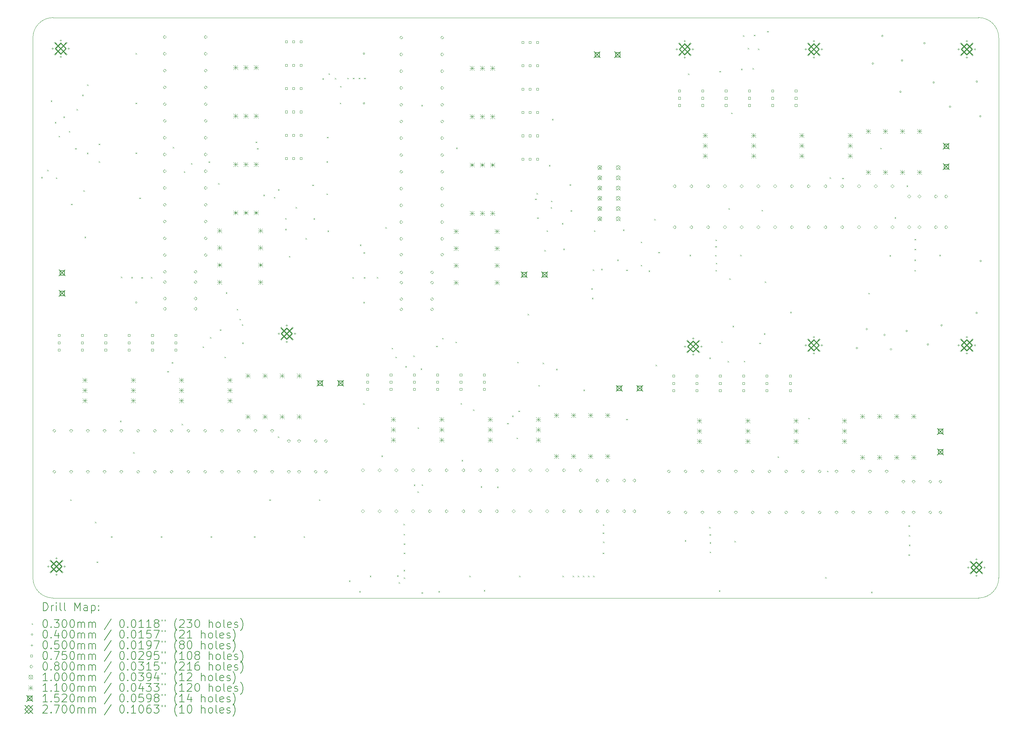
<source format=gbr>
%TF.GenerationSoftware,KiCad,Pcbnew,9.0.2*%
%TF.CreationDate,2025-10-03T07:29:53+01:00*%
%TF.ProjectId,MotorControl,4d6f746f-7243-46f6-9e74-726f6c2e6b69,rev?*%
%TF.SameCoordinates,Original*%
%TF.FileFunction,Drillmap*%
%TF.FilePolarity,Positive*%
%FSLAX45Y45*%
G04 Gerber Fmt 4.5, Leading zero omitted, Abs format (unit mm)*
G04 Created by KiCad (PCBNEW 9.0.2) date 2025-10-03 07:29:53*
%MOMM*%
%LPD*%
G01*
G04 APERTURE LIST*
%ADD10C,0.038100*%
%ADD11C,0.200000*%
%ADD12C,0.100000*%
%ADD13C,0.110000*%
%ADD14C,0.152000*%
%ADD15C,0.270000*%
G04 APERTURE END LIST*
D10*
X26719020Y-16289020D02*
X3754120Y-16289020D01*
X3754120Y-16289020D02*
G75*
G02*
X3254120Y-15789020I0J500000D01*
G01*
X26719020Y-1894840D02*
G75*
G02*
X27219020Y-2394840I0J-500000D01*
G01*
X3254120Y-15789020D02*
X3254120Y-2394840D01*
X27219020Y-15789020D02*
G75*
G02*
X26719020Y-16289020I-500000J0D01*
G01*
X3254120Y-2394840D02*
G75*
G02*
X3754120Y-1894840I500000J0D01*
G01*
X27219020Y-2394840D02*
X27219020Y-15789020D01*
X3754120Y-1894840D02*
X26719020Y-1894840D01*
D11*
D12*
X3460000Y-5845000D02*
X3490000Y-5875000D01*
X3490000Y-5845000D02*
X3460000Y-5875000D01*
X3610000Y-5670000D02*
X3640000Y-5700000D01*
X3640000Y-5670000D02*
X3610000Y-5700000D01*
X3695000Y-3950000D02*
X3725000Y-3980000D01*
X3725000Y-3950000D02*
X3695000Y-3980000D01*
X3800000Y-4485000D02*
X3830000Y-4515000D01*
X3830000Y-4485000D02*
X3800000Y-4515000D01*
X3825000Y-5860000D02*
X3855000Y-5890000D01*
X3855000Y-5860000D02*
X3825000Y-5890000D01*
X3890000Y-4825000D02*
X3920000Y-4855000D01*
X3920000Y-4825000D02*
X3890000Y-4855000D01*
X4010000Y-4350000D02*
X4040000Y-4380000D01*
X4040000Y-4350000D02*
X4010000Y-4380000D01*
X4145520Y-4709400D02*
X4175520Y-4739400D01*
X4175520Y-4709400D02*
X4145520Y-4739400D01*
X4178100Y-13844220D02*
X4208100Y-13874220D01*
X4208100Y-13844220D02*
X4178100Y-13874220D01*
X4200000Y-6510000D02*
X4230000Y-6540000D01*
X4230000Y-6510000D02*
X4200000Y-6540000D01*
X4300000Y-5130000D02*
X4330000Y-5160000D01*
X4330000Y-5130000D02*
X4300000Y-5160000D01*
X4335000Y-4160000D02*
X4365000Y-4190000D01*
X4365000Y-4160000D02*
X4335000Y-4190000D01*
X4475000Y-3805000D02*
X4505000Y-3835000D01*
X4505000Y-3805000D02*
X4475000Y-3835000D01*
X4505000Y-6175000D02*
X4535000Y-6205000D01*
X4535000Y-6175000D02*
X4505000Y-6205000D01*
X4535000Y-7330000D02*
X4565000Y-7360000D01*
X4565000Y-7330000D02*
X4535000Y-7360000D01*
X4595000Y-5245000D02*
X4625000Y-5275000D01*
X4625000Y-5245000D02*
X4595000Y-5275000D01*
X4598860Y-3553860D02*
X4628860Y-3583860D01*
X4628860Y-3553860D02*
X4598860Y-3583860D01*
X4795000Y-14400000D02*
X4825000Y-14430000D01*
X4825000Y-14400000D02*
X4795000Y-14430000D01*
X4835000Y-15385000D02*
X4865000Y-15415000D01*
X4865000Y-15385000D02*
X4835000Y-15415000D01*
X4887720Y-5020280D02*
X4917720Y-5050280D01*
X4917720Y-5020280D02*
X4887720Y-5050280D01*
X4887720Y-5456280D02*
X4917720Y-5486280D01*
X4917720Y-5456280D02*
X4887720Y-5486280D01*
X5192560Y-14759220D02*
X5222560Y-14789220D01*
X5222560Y-14759220D02*
X5192560Y-14789220D01*
X5415000Y-11890000D02*
X5445000Y-11920000D01*
X5445000Y-11890000D02*
X5415000Y-11920000D01*
X5435000Y-8320000D02*
X5465000Y-8350000D01*
X5465000Y-8320000D02*
X5435000Y-8350000D01*
X5695000Y-8325000D02*
X5725000Y-8355000D01*
X5725000Y-8325000D02*
X5695000Y-8355000D01*
X5740000Y-12670000D02*
X5770000Y-12700000D01*
X5770000Y-12670000D02*
X5740000Y-12700000D01*
X5802720Y-2770820D02*
X5832720Y-2800820D01*
X5832720Y-2770820D02*
X5802720Y-2800820D01*
X5802720Y-4005820D02*
X5832720Y-4035820D01*
X5832720Y-4005820D02*
X5802720Y-4035820D01*
X5802720Y-5240820D02*
X5832720Y-5270820D01*
X5832720Y-5240820D02*
X5802720Y-5270820D01*
X5895000Y-6360000D02*
X5925000Y-6390000D01*
X5925000Y-6360000D02*
X5895000Y-6390000D01*
X5945000Y-8330000D02*
X5975000Y-8360000D01*
X5975000Y-8330000D02*
X5945000Y-8360000D01*
X6180000Y-8325000D02*
X6210000Y-8355000D01*
X6210000Y-8325000D02*
X6180000Y-8355000D01*
X6427560Y-14759220D02*
X6457560Y-14789220D01*
X6457560Y-14759220D02*
X6427560Y-14789220D01*
X6590000Y-10660000D02*
X6620000Y-10690000D01*
X6620000Y-10660000D02*
X6590000Y-10690000D01*
X6700000Y-10440000D02*
X6730000Y-10470000D01*
X6730000Y-10440000D02*
X6700000Y-10470000D01*
X6725000Y-5100000D02*
X6755000Y-5130000D01*
X6755000Y-5100000D02*
X6725000Y-5130000D01*
X6942500Y-11967500D02*
X6972500Y-11997500D01*
X6972500Y-11967500D02*
X6942500Y-11997500D01*
X7000000Y-5705000D02*
X7030000Y-5735000D01*
X7030000Y-5705000D02*
X7000000Y-5735000D01*
X7175000Y-5505000D02*
X7205000Y-5535000D01*
X7205000Y-5505000D02*
X7175000Y-5535000D01*
X7465000Y-10050000D02*
X7495000Y-10080000D01*
X7495000Y-10050000D02*
X7465000Y-10080000D01*
X7615000Y-5460000D02*
X7645000Y-5490000D01*
X7645000Y-5460000D02*
X7615000Y-5490000D01*
X7645000Y-9815000D02*
X7675000Y-9845000D01*
X7675000Y-9815000D02*
X7645000Y-9845000D01*
X7662560Y-14759220D02*
X7692560Y-14789220D01*
X7692560Y-14759220D02*
X7662560Y-14789220D01*
X7850000Y-6000000D02*
X7880000Y-6030000D01*
X7880000Y-6000000D02*
X7850000Y-6030000D01*
X7890000Y-9625000D02*
X7920000Y-9655000D01*
X7920000Y-9625000D02*
X7890000Y-9655000D01*
X8005000Y-10305000D02*
X8035000Y-10335000D01*
X8035000Y-10305000D02*
X8005000Y-10335000D01*
X8040000Y-8710000D02*
X8070000Y-8740000D01*
X8070000Y-8710000D02*
X8040000Y-8740000D01*
X8312500Y-9117500D02*
X8342500Y-9147500D01*
X8342500Y-9117500D02*
X8312500Y-9147500D01*
X8380000Y-9364923D02*
X8410000Y-9394923D01*
X8410000Y-9364923D02*
X8380000Y-9394923D01*
X8440000Y-9500000D02*
X8470000Y-9530000D01*
X8470000Y-9500000D02*
X8440000Y-9530000D01*
X8445000Y-9955000D02*
X8475000Y-9985000D01*
X8475000Y-9955000D02*
X8445000Y-9985000D01*
X8737100Y-14759220D02*
X8767100Y-14789220D01*
X8767100Y-14759220D02*
X8737100Y-14789220D01*
X8780000Y-4970000D02*
X8810000Y-5000000D01*
X8810000Y-4970000D02*
X8780000Y-5000000D01*
X8815000Y-5130000D02*
X8845000Y-5160000D01*
X8845000Y-5130000D02*
X8815000Y-5160000D01*
X8970000Y-6285000D02*
X9000000Y-6315000D01*
X9000000Y-6285000D02*
X8970000Y-6315000D01*
X9118100Y-13844220D02*
X9148100Y-13874220D01*
X9148100Y-13844220D02*
X9118100Y-13874220D01*
X9235000Y-6340000D02*
X9265000Y-6370000D01*
X9265000Y-6340000D02*
X9235000Y-6370000D01*
X9330000Y-12280000D02*
X9360000Y-12310000D01*
X9360000Y-12280000D02*
X9330000Y-12310000D01*
X9335000Y-6150000D02*
X9365000Y-6180000D01*
X9365000Y-6150000D02*
X9335000Y-6180000D01*
X9515080Y-6865000D02*
X9545080Y-6895000D01*
X9545080Y-6865000D02*
X9515080Y-6895000D01*
X9515080Y-7135000D02*
X9545080Y-7165000D01*
X9545080Y-7135000D02*
X9515080Y-7165000D01*
X9605000Y-7805000D02*
X9635000Y-7835000D01*
X9635000Y-7805000D02*
X9605000Y-7835000D01*
X9770000Y-6590000D02*
X9800000Y-6620000D01*
X9800000Y-6590000D02*
X9770000Y-6620000D01*
X9972100Y-14759220D02*
X10002100Y-14789220D01*
X10002100Y-14759220D02*
X9972100Y-14789220D01*
X10015460Y-7361160D02*
X10045460Y-7391160D01*
X10045460Y-7361160D02*
X10015460Y-7391160D01*
X10185640Y-6035000D02*
X10215640Y-6065000D01*
X10215640Y-6035000D02*
X10185640Y-6065000D01*
X10215000Y-6870000D02*
X10245000Y-6900000D01*
X10245000Y-6870000D02*
X10215000Y-6900000D01*
X10353100Y-13844220D02*
X10383100Y-13874220D01*
X10383100Y-13844220D02*
X10353100Y-13874220D01*
X10435000Y-3400000D02*
X10465000Y-3430000D01*
X10465000Y-3400000D02*
X10435000Y-3430000D01*
X10537720Y-5456280D02*
X10567720Y-5486280D01*
X10567720Y-5456280D02*
X10537720Y-5486280D01*
X10537720Y-6255280D02*
X10567720Y-6285280D01*
X10567720Y-6255280D02*
X10537720Y-6285280D01*
X10550000Y-4850000D02*
X10580000Y-4880000D01*
X10580000Y-4850000D02*
X10550000Y-4880000D01*
X10565000Y-7175000D02*
X10595000Y-7205000D01*
X10595000Y-7175000D02*
X10565000Y-7205000D01*
X10590000Y-3275000D02*
X10620000Y-3305000D01*
X10620000Y-3275000D02*
X10590000Y-3305000D01*
X10747500Y-3392500D02*
X10777500Y-3422500D01*
X10777500Y-3392500D02*
X10747500Y-3422500D01*
X10870000Y-4005000D02*
X10900000Y-4035000D01*
X10900000Y-4005000D02*
X10870000Y-4035000D01*
X10875000Y-3590000D02*
X10905000Y-3620000D01*
X10905000Y-3590000D02*
X10875000Y-3620000D01*
X11055000Y-3385000D02*
X11085000Y-3415000D01*
X11085000Y-3385000D02*
X11055000Y-3415000D01*
X11095000Y-15855000D02*
X11125000Y-15885000D01*
X11125000Y-15855000D02*
X11095000Y-15885000D01*
X11180000Y-8330000D02*
X11210000Y-8360000D01*
X11210000Y-8330000D02*
X11180000Y-8360000D01*
X11195000Y-3385000D02*
X11225000Y-3415000D01*
X11225000Y-3385000D02*
X11195000Y-3415000D01*
X11340000Y-3385000D02*
X11370000Y-3415000D01*
X11370000Y-3385000D02*
X11340000Y-3415000D01*
X11350000Y-16115000D02*
X11380000Y-16145000D01*
X11380000Y-16115000D02*
X11350000Y-16145000D01*
X11368220Y-7521780D02*
X11398220Y-7551780D01*
X11398220Y-7521780D02*
X11368220Y-7551780D01*
X11450000Y-11460000D02*
X11480000Y-11490000D01*
X11480000Y-11460000D02*
X11450000Y-11490000D01*
X11452720Y-8945820D02*
X11482720Y-8975820D01*
X11482720Y-8945820D02*
X11452720Y-8975820D01*
X11455950Y-7714050D02*
X11485950Y-7744050D01*
X11485950Y-7714050D02*
X11455950Y-7744050D01*
X11465000Y-8330000D02*
X11495000Y-8360000D01*
X11495000Y-8330000D02*
X11465000Y-8360000D01*
X11475000Y-3385000D02*
X11505000Y-3415000D01*
X11505000Y-3385000D02*
X11475000Y-3415000D01*
X11612680Y-15737560D02*
X11642680Y-15767560D01*
X11642680Y-15737560D02*
X11612680Y-15767560D01*
X11785000Y-8325000D02*
X11815000Y-8355000D01*
X11815000Y-8325000D02*
X11785000Y-8355000D01*
X11900000Y-12755000D02*
X11930000Y-12785000D01*
X11930000Y-12755000D02*
X11900000Y-12785000D01*
X12000000Y-7090000D02*
X12030000Y-7120000D01*
X12030000Y-7090000D02*
X12000000Y-7120000D01*
X12155000Y-10085000D02*
X12185000Y-10115000D01*
X12185000Y-10085000D02*
X12155000Y-10115000D01*
X12250000Y-10305000D02*
X12280000Y-10335000D01*
X12280000Y-10305000D02*
X12250000Y-10335000D01*
X12290000Y-15725000D02*
X12320000Y-15755000D01*
X12320000Y-15725000D02*
X12290000Y-15755000D01*
X12330000Y-15895000D02*
X12360000Y-15925000D01*
X12360000Y-15895000D02*
X12330000Y-15925000D01*
X12445000Y-14450000D02*
X12475000Y-14480000D01*
X12475000Y-14450000D02*
X12445000Y-14480000D01*
X12450000Y-14700000D02*
X12480000Y-14730000D01*
X12480000Y-14700000D02*
X12450000Y-14730000D01*
X12450000Y-15590000D02*
X12480000Y-15620000D01*
X12480000Y-15590000D02*
X12450000Y-15620000D01*
X12455000Y-14935000D02*
X12485000Y-14965000D01*
X12485000Y-14935000D02*
X12455000Y-14965000D01*
X12455000Y-15165000D02*
X12485000Y-15195000D01*
X12485000Y-15165000D02*
X12455000Y-15195000D01*
X12455000Y-15780000D02*
X12485000Y-15810000D01*
X12485000Y-15780000D02*
X12455000Y-15810000D01*
X12495000Y-10535000D02*
X12525000Y-10565000D01*
X12525000Y-10535000D02*
X12495000Y-10565000D01*
X12695000Y-10274540D02*
X12725000Y-10304540D01*
X12725000Y-10274540D02*
X12695000Y-10304540D01*
X12705000Y-13475000D02*
X12735000Y-13505000D01*
X12735000Y-13475000D02*
X12705000Y-13505000D01*
X12795000Y-13645000D02*
X12825000Y-13675000D01*
X12825000Y-13645000D02*
X12795000Y-13675000D01*
X12800000Y-12055000D02*
X12830000Y-12085000D01*
X12830000Y-12055000D02*
X12800000Y-12085000D01*
X12875000Y-10595000D02*
X12905000Y-10625000D01*
X12905000Y-10595000D02*
X12875000Y-10625000D01*
X12890000Y-4060000D02*
X12920000Y-4090000D01*
X12920000Y-4060000D02*
X12890000Y-4090000D01*
X12895000Y-16145000D02*
X12925000Y-16175000D01*
X12925000Y-16145000D02*
X12895000Y-16175000D01*
X12900000Y-13470000D02*
X12930000Y-13500000D01*
X12930000Y-13470000D02*
X12900000Y-13500000D01*
X13260000Y-10035000D02*
X13290000Y-10065000D01*
X13290000Y-10035000D02*
X13260000Y-10065000D01*
X13315000Y-16115000D02*
X13345000Y-16145000D01*
X13345000Y-16115000D02*
X13315000Y-16145000D01*
X13410000Y-9840000D02*
X13440000Y-9870000D01*
X13440000Y-9840000D02*
X13410000Y-9870000D01*
X13737500Y-9932500D02*
X13767500Y-9962500D01*
X13767500Y-9932500D02*
X13737500Y-9962500D01*
X13755000Y-5120000D02*
X13785000Y-5150000D01*
X13785000Y-5120000D02*
X13755000Y-5150000D01*
X13865000Y-11455000D02*
X13895000Y-11485000D01*
X13895000Y-11455000D02*
X13865000Y-11485000D01*
X13890000Y-12865000D02*
X13920000Y-12895000D01*
X13920000Y-12865000D02*
X13890000Y-12895000D01*
X14082680Y-15737560D02*
X14112680Y-15767560D01*
X14112680Y-15737560D02*
X14082680Y-15767560D01*
X14175000Y-11610000D02*
X14205000Y-11640000D01*
X14205000Y-11610000D02*
X14175000Y-11640000D01*
X14365000Y-13515000D02*
X14395000Y-13545000D01*
X14395000Y-13515000D02*
X14365000Y-13545000D01*
X14440000Y-16090000D02*
X14470000Y-16120000D01*
X14470000Y-16090000D02*
X14440000Y-16120000D01*
X14770000Y-13525000D02*
X14800000Y-13555000D01*
X14800000Y-13525000D02*
X14770000Y-13555000D01*
X15020000Y-11945000D02*
X15050000Y-11975000D01*
X15050000Y-11945000D02*
X15020000Y-11975000D01*
X15145000Y-11765000D02*
X15175000Y-11795000D01*
X15175000Y-11765000D02*
X15145000Y-11795000D01*
X15255000Y-12310000D02*
X15285000Y-12340000D01*
X15285000Y-12310000D02*
X15255000Y-12340000D01*
X15270000Y-10430000D02*
X15300000Y-10460000D01*
X15300000Y-10430000D02*
X15270000Y-10460000D01*
X15300000Y-11640000D02*
X15330000Y-11670000D01*
X15330000Y-11640000D02*
X15300000Y-11670000D01*
X15317680Y-15737560D02*
X15347680Y-15767560D01*
X15347680Y-15737560D02*
X15317680Y-15767560D01*
X15530000Y-9240000D02*
X15560000Y-9270000D01*
X15560000Y-9240000D02*
X15530000Y-9270000D01*
X15715000Y-6385000D02*
X15745000Y-6415000D01*
X15745000Y-6385000D02*
X15715000Y-6415000D01*
X15750000Y-6245000D02*
X15780000Y-6275000D01*
X15780000Y-6245000D02*
X15750000Y-6275000D01*
X15766020Y-6848080D02*
X15796020Y-6878080D01*
X15796020Y-6848080D02*
X15766020Y-6878080D01*
X15795000Y-11005000D02*
X15825000Y-11035000D01*
X15825000Y-11005000D02*
X15795000Y-11035000D01*
X15900000Y-10450000D02*
X15930000Y-10480000D01*
X15930000Y-10450000D02*
X15900000Y-10480000D01*
X15945000Y-7660000D02*
X15975000Y-7690000D01*
X15975000Y-7660000D02*
X15945000Y-7690000D01*
X16000000Y-7170000D02*
X16030000Y-7200000D01*
X16030000Y-7170000D02*
X16000000Y-7200000D01*
X16060000Y-5550000D02*
X16090000Y-5580000D01*
X16090000Y-5550000D02*
X16060000Y-5580000D01*
X16100000Y-6595000D02*
X16130000Y-6625000D01*
X16130000Y-6595000D02*
X16100000Y-6625000D01*
X16110000Y-6435000D02*
X16140000Y-6465000D01*
X16140000Y-6435000D02*
X16110000Y-6465000D01*
X16135000Y-4405000D02*
X16165000Y-4435000D01*
X16165000Y-4405000D02*
X16135000Y-4435000D01*
X16235000Y-10605000D02*
X16265000Y-10635000D01*
X16265000Y-10605000D02*
X16235000Y-10635000D01*
X16380000Y-6990000D02*
X16410000Y-7020000D01*
X16410000Y-6990000D02*
X16380000Y-7020000D01*
X16392220Y-15737560D02*
X16422220Y-15767560D01*
X16422220Y-15737560D02*
X16392220Y-15767560D01*
X16415000Y-7625000D02*
X16445000Y-7655000D01*
X16445000Y-7625000D02*
X16415000Y-7655000D01*
X16568660Y-6027660D02*
X16598660Y-6057660D01*
X16598660Y-6027660D02*
X16568660Y-6057660D01*
X16594060Y-6670280D02*
X16624060Y-6700280D01*
X16624060Y-6670280D02*
X16594060Y-6700280D01*
X16646220Y-15737560D02*
X16676220Y-15767560D01*
X16676220Y-15737560D02*
X16646220Y-15767560D01*
X16773220Y-15737560D02*
X16803220Y-15767560D01*
X16803220Y-15737560D02*
X16773220Y-15767560D01*
X16900220Y-15737560D02*
X16930220Y-15767560D01*
X16930220Y-15737560D02*
X16900220Y-15767560D01*
X16915000Y-11120000D02*
X16945000Y-11150000D01*
X16945000Y-11120000D02*
X16915000Y-11150000D01*
X17027220Y-15737560D02*
X17057220Y-15767560D01*
X17057220Y-15737560D02*
X17027220Y-15767560D01*
X17107140Y-8608300D02*
X17137140Y-8638300D01*
X17137140Y-8608300D02*
X17107140Y-8638300D01*
X17125000Y-8845000D02*
X17155000Y-8875000D01*
X17155000Y-8845000D02*
X17125000Y-8875000D01*
X17145000Y-8140000D02*
X17175000Y-8170000D01*
X17175000Y-8140000D02*
X17145000Y-8170000D01*
X17154220Y-15737560D02*
X17184220Y-15767560D01*
X17184220Y-15737560D02*
X17154220Y-15767560D01*
X17175000Y-7170000D02*
X17205000Y-7200000D01*
X17205000Y-7170000D02*
X17175000Y-7200000D01*
X17355000Y-8125000D02*
X17385000Y-8155000D01*
X17385000Y-8125000D02*
X17355000Y-8155000D01*
X17390000Y-14665000D02*
X17420000Y-14695000D01*
X17420000Y-14665000D02*
X17390000Y-14695000D01*
X17390000Y-15165000D02*
X17420000Y-15195000D01*
X17420000Y-15165000D02*
X17390000Y-15195000D01*
X17395000Y-14460000D02*
X17425000Y-14490000D01*
X17425000Y-14460000D02*
X17395000Y-14490000D01*
X17400000Y-14890000D02*
X17430000Y-14920000D01*
X17430000Y-14890000D02*
X17400000Y-14920000D01*
X17752300Y-7894560D02*
X17782300Y-7924560D01*
X17782300Y-7894560D02*
X17752300Y-7924560D01*
X17895000Y-7150000D02*
X17925000Y-7180000D01*
X17925000Y-7150000D02*
X17895000Y-7180000D01*
X17975000Y-8145000D02*
X18005000Y-8175000D01*
X18005000Y-8145000D02*
X17975000Y-8175000D01*
X17975000Y-11845000D02*
X18005000Y-11875000D01*
X18005000Y-11845000D02*
X17975000Y-11875000D01*
X18336500Y-7450060D02*
X18366500Y-7480060D01*
X18366500Y-7450060D02*
X18336500Y-7480060D01*
X18336500Y-8025000D02*
X18366500Y-8055000D01*
X18366500Y-8025000D02*
X18336500Y-8055000D01*
X18530000Y-8165000D02*
X18560000Y-8195000D01*
X18560000Y-8165000D02*
X18530000Y-8195000D01*
X18671780Y-6886180D02*
X18701780Y-6916180D01*
X18701780Y-6886180D02*
X18671780Y-6916180D01*
X18704800Y-10503140D02*
X18734800Y-10533140D01*
X18734800Y-10503140D02*
X18704800Y-10533140D01*
X18769620Y-7705380D02*
X18799620Y-7735380D01*
X18799620Y-7705380D02*
X18769620Y-7735380D01*
X19426380Y-14852820D02*
X19456380Y-14882820D01*
X19456380Y-14852820D02*
X19426380Y-14882820D01*
X19509980Y-3281920D02*
X19539980Y-3311920D01*
X19539980Y-3281920D02*
X19509980Y-3311920D01*
X19545000Y-7778920D02*
X19575000Y-7808920D01*
X19575000Y-7778920D02*
X19545000Y-7808920D01*
X20035000Y-14525000D02*
X20065000Y-14555000D01*
X20065000Y-14525000D02*
X20035000Y-14555000D01*
X20038300Y-10325340D02*
X20068300Y-10355340D01*
X20068300Y-10325340D02*
X20038300Y-10355340D01*
X20040000Y-14705000D02*
X20070000Y-14735000D01*
X20070000Y-14705000D02*
X20040000Y-14735000D01*
X20045000Y-14905000D02*
X20075000Y-14935000D01*
X20075000Y-14905000D02*
X20045000Y-14935000D01*
X20045000Y-15140000D02*
X20075000Y-15170000D01*
X20075000Y-15140000D02*
X20045000Y-15170000D01*
X20180000Y-7780000D02*
X20210000Y-7810000D01*
X20210000Y-7780000D02*
X20180000Y-7810000D01*
X20185000Y-7560000D02*
X20215000Y-7590000D01*
X20215000Y-7560000D02*
X20185000Y-7590000D01*
X20190000Y-7400000D02*
X20220000Y-7430000D01*
X20220000Y-7400000D02*
X20190000Y-7430000D01*
X20190000Y-8155000D02*
X20220000Y-8185000D01*
X20220000Y-8155000D02*
X20190000Y-8185000D01*
X20200000Y-7975000D02*
X20230000Y-8005000D01*
X20230000Y-7975000D02*
X20200000Y-8005000D01*
X20275000Y-16100000D02*
X20305000Y-16130000D01*
X20305000Y-16100000D02*
X20275000Y-16130000D01*
X20287220Y-3218420D02*
X20317220Y-3248420D01*
X20317220Y-3218420D02*
X20287220Y-3248420D01*
X20332940Y-9921480D02*
X20362940Y-9951480D01*
X20362940Y-9921480D02*
X20332940Y-9951480D01*
X20490420Y-10409160D02*
X20520420Y-10439160D01*
X20520420Y-10409160D02*
X20490420Y-10439160D01*
X20510740Y-6619480D02*
X20540740Y-6649480D01*
X20540740Y-6619480D02*
X20510740Y-6649480D01*
X20533600Y-8359380D02*
X20563600Y-8389380D01*
X20563600Y-8359380D02*
X20533600Y-8389380D01*
X20580000Y-4250000D02*
X20610000Y-4280000D01*
X20610000Y-4250000D02*
X20580000Y-4280000D01*
X20612340Y-9537940D02*
X20642340Y-9567940D01*
X20642340Y-9537940D02*
X20612340Y-9567940D01*
X20661380Y-14870000D02*
X20691380Y-14900000D01*
X20691380Y-14870000D02*
X20661380Y-14900000D01*
X20804180Y-7778920D02*
X20834180Y-7808920D01*
X20834180Y-7778920D02*
X20804180Y-7808920D01*
X20825700Y-3162540D02*
X20855700Y-3192540D01*
X20855700Y-3162540D02*
X20825700Y-3192540D01*
X20871420Y-2331960D02*
X20901420Y-2361960D01*
X20901420Y-2331960D02*
X20871420Y-2361960D01*
X20891740Y-10406620D02*
X20921740Y-10436620D01*
X20921740Y-10406620D02*
X20891740Y-10436620D01*
X20988260Y-2646920D02*
X21018260Y-2676920D01*
X21018260Y-2646920D02*
X20988260Y-2676920D01*
X21110180Y-3147300D02*
X21140180Y-3177300D01*
X21140180Y-3147300D02*
X21110180Y-3177300D01*
X21143200Y-2321800D02*
X21173200Y-2351800D01*
X21173200Y-2321800D02*
X21143200Y-2351800D01*
X21242260Y-2664700D02*
X21272260Y-2694700D01*
X21272260Y-2664700D02*
X21242260Y-2694700D01*
X21277820Y-9957040D02*
X21307820Y-9987040D01*
X21307820Y-9957040D02*
X21277820Y-9987040D01*
X21333700Y-6665200D02*
X21363700Y-6695200D01*
X21363700Y-6665200D02*
X21333700Y-6695200D01*
X21392120Y-9723360D02*
X21422120Y-9753360D01*
X21422120Y-9723360D02*
X21392120Y-9753360D01*
X21412440Y-8438120D02*
X21442440Y-8468120D01*
X21442440Y-8438120D02*
X21412440Y-8468120D01*
X21470860Y-2227820D02*
X21500860Y-2257820D01*
X21500860Y-2227820D02*
X21470860Y-2257820D01*
X21730000Y-12775000D02*
X21760000Y-12805000D01*
X21760000Y-12775000D02*
X21730000Y-12805000D01*
X22042360Y-9192500D02*
X22072360Y-9222500D01*
X22072360Y-9192500D02*
X22042360Y-9222500D01*
X22494480Y-11821400D02*
X22524480Y-11851400D01*
X22524480Y-11821400D02*
X22494480Y-11851400D01*
X22910840Y-15767820D02*
X22940840Y-15797820D01*
X22940840Y-15767820D02*
X22910840Y-15797820D01*
X22959300Y-13132040D02*
X22989300Y-13162040D01*
X22989300Y-13132040D02*
X22959300Y-13162040D01*
X23020260Y-5854940D02*
X23050260Y-5884940D01*
X23050260Y-5854940D02*
X23020260Y-5884940D01*
X23335220Y-5867640D02*
X23365220Y-5897640D01*
X23365220Y-5867640D02*
X23335220Y-5897640D01*
X23982920Y-8722600D02*
X24012920Y-8752600D01*
X24012920Y-8722600D02*
X23982920Y-8752600D01*
X24050000Y-16135000D02*
X24080000Y-16165000D01*
X24080000Y-16135000D02*
X24050000Y-16165000D01*
X24280100Y-5120880D02*
X24310100Y-5150880D01*
X24310100Y-5120880D02*
X24280100Y-5150880D01*
X24509180Y-7785000D02*
X24539180Y-7815000D01*
X24539180Y-7785000D02*
X24509180Y-7815000D01*
X24633160Y-6845540D02*
X24663160Y-6875540D01*
X24663160Y-6845540D02*
X24633160Y-6875540D01*
X24932880Y-6058140D02*
X24962880Y-6088140D01*
X24962880Y-6058140D02*
X24932880Y-6088140D01*
X24980000Y-14485000D02*
X25010000Y-14515000D01*
X25010000Y-14485000D02*
X24980000Y-14515000D01*
X24980000Y-15205000D02*
X25010000Y-15235000D01*
X25010000Y-15205000D02*
X24980000Y-15235000D01*
X24985000Y-14730000D02*
X25015000Y-14760000D01*
X25015000Y-14730000D02*
X24985000Y-14760000D01*
X24990000Y-14965000D02*
X25020000Y-14995000D01*
X25020000Y-14965000D02*
X24990000Y-14995000D01*
X25125000Y-7895000D02*
X25155000Y-7925000D01*
X25155000Y-7895000D02*
X25125000Y-7925000D01*
X25125000Y-8155000D02*
X25155000Y-8185000D01*
X25155000Y-8155000D02*
X25125000Y-8185000D01*
X25130000Y-7385000D02*
X25160000Y-7415000D01*
X25160000Y-7385000D02*
X25130000Y-7415000D01*
X25130000Y-7630000D02*
X25160000Y-7660000D01*
X25160000Y-7630000D02*
X25130000Y-7660000D01*
X25744180Y-7778920D02*
X25774180Y-7808920D01*
X25774180Y-7778920D02*
X25744180Y-7808920D01*
X5837720Y-8960820D02*
G75*
G02*
X5797720Y-8960820I-20000J0D01*
G01*
X5797720Y-8960820D02*
G75*
G02*
X5837720Y-8960820I20000J0D01*
G01*
X11487720Y-2785820D02*
G75*
G02*
X11447720Y-2785820I-20000J0D01*
G01*
X11447720Y-2785820D02*
G75*
G02*
X11487720Y-2785820I20000J0D01*
G01*
X11487720Y-4020820D02*
G75*
G02*
X11447720Y-4020820I-20000J0D01*
G01*
X11447720Y-4020820D02*
G75*
G02*
X11487720Y-4020820I20000J0D01*
G01*
X23720000Y-10090000D02*
G75*
G02*
X23680000Y-10090000I-20000J0D01*
G01*
X23680000Y-10090000D02*
G75*
G02*
X23720000Y-10090000I20000J0D01*
G01*
X23965000Y-9620000D02*
G75*
G02*
X23925000Y-9620000I-20000J0D01*
G01*
X23925000Y-9620000D02*
G75*
G02*
X23965000Y-9620000I20000J0D01*
G01*
X24115000Y-3035000D02*
G75*
G02*
X24075000Y-3035000I-20000J0D01*
G01*
X24075000Y-3035000D02*
G75*
G02*
X24115000Y-3035000I20000J0D01*
G01*
X24350000Y-2350000D02*
G75*
G02*
X24310000Y-2350000I-20000J0D01*
G01*
X24310000Y-2350000D02*
G75*
G02*
X24350000Y-2350000I20000J0D01*
G01*
X24405000Y-9765000D02*
G75*
G02*
X24365000Y-9765000I-20000J0D01*
G01*
X24365000Y-9765000D02*
G75*
G02*
X24405000Y-9765000I20000J0D01*
G01*
X24565000Y-10120000D02*
G75*
G02*
X24525000Y-10120000I-20000J0D01*
G01*
X24525000Y-10120000D02*
G75*
G02*
X24565000Y-10120000I20000J0D01*
G01*
X24800000Y-3735000D02*
G75*
G02*
X24760000Y-3735000I-20000J0D01*
G01*
X24760000Y-3735000D02*
G75*
G02*
X24800000Y-3735000I20000J0D01*
G01*
X24840000Y-2955000D02*
G75*
G02*
X24800000Y-2955000I-20000J0D01*
G01*
X24800000Y-2955000D02*
G75*
G02*
X24840000Y-2955000I20000J0D01*
G01*
X24955000Y-9665000D02*
G75*
G02*
X24915000Y-9665000I-20000J0D01*
G01*
X24915000Y-9665000D02*
G75*
G02*
X24955000Y-9665000I20000J0D01*
G01*
X25395000Y-2530000D02*
G75*
G02*
X25355000Y-2530000I-20000J0D01*
G01*
X25355000Y-2530000D02*
G75*
G02*
X25395000Y-2530000I20000J0D01*
G01*
X25480000Y-10000000D02*
G75*
G02*
X25440000Y-10000000I-20000J0D01*
G01*
X25440000Y-10000000D02*
G75*
G02*
X25480000Y-10000000I20000J0D01*
G01*
X25625000Y-3505000D02*
G75*
G02*
X25585000Y-3505000I-20000J0D01*
G01*
X25585000Y-3505000D02*
G75*
G02*
X25625000Y-3505000I20000J0D01*
G01*
X25820000Y-9525000D02*
G75*
G02*
X25780000Y-9525000I-20000J0D01*
G01*
X25780000Y-9525000D02*
G75*
G02*
X25820000Y-9525000I20000J0D01*
G01*
X26030000Y-4105000D02*
G75*
G02*
X25990000Y-4105000I-20000J0D01*
G01*
X25990000Y-4105000D02*
G75*
G02*
X26030000Y-4105000I20000J0D01*
G01*
X26690000Y-9220000D02*
G75*
G02*
X26650000Y-9220000I-20000J0D01*
G01*
X26650000Y-9220000D02*
G75*
G02*
X26690000Y-9220000I20000J0D01*
G01*
X26695000Y-3480000D02*
G75*
G02*
X26655000Y-3480000I-20000J0D01*
G01*
X26655000Y-3480000D02*
G75*
G02*
X26695000Y-3480000I20000J0D01*
G01*
X26780000Y-4340000D02*
G75*
G02*
X26740000Y-4340000I-20000J0D01*
G01*
X26740000Y-4340000D02*
G75*
G02*
X26780000Y-4340000I20000J0D01*
G01*
X26790000Y-7930000D02*
G75*
G02*
X26750000Y-7930000I-20000J0D01*
G01*
X26750000Y-7930000D02*
G75*
G02*
X26790000Y-7930000I20000J0D01*
G01*
X3633980Y-15479160D02*
X3633980Y-15529160D01*
X3608980Y-15504160D02*
X3658980Y-15504160D01*
X3693291Y-15335971D02*
X3693291Y-15385971D01*
X3668291Y-15360971D02*
X3718291Y-15360971D01*
X3693291Y-15622349D02*
X3693291Y-15672349D01*
X3668291Y-15647349D02*
X3718291Y-15647349D01*
X3738120Y-2639460D02*
X3738120Y-2689460D01*
X3713120Y-2664460D02*
X3763120Y-2664460D01*
X3797431Y-2496271D02*
X3797431Y-2546271D01*
X3772431Y-2521271D02*
X3822431Y-2521271D01*
X3797431Y-2782649D02*
X3797431Y-2832649D01*
X3772431Y-2807649D02*
X3822431Y-2807649D01*
X3836480Y-15276660D02*
X3836480Y-15326660D01*
X3811480Y-15301660D02*
X3861480Y-15301660D01*
X3836480Y-15681660D02*
X3836480Y-15731660D01*
X3811480Y-15706660D02*
X3861480Y-15706660D01*
X3940620Y-2436960D02*
X3940620Y-2486960D01*
X3915620Y-2461960D02*
X3965620Y-2461960D01*
X3940620Y-2841960D02*
X3940620Y-2891960D01*
X3915620Y-2866960D02*
X3965620Y-2866960D01*
X3979669Y-15335971D02*
X3979669Y-15385971D01*
X3954669Y-15360971D02*
X4004669Y-15360971D01*
X3979669Y-15622349D02*
X3979669Y-15672349D01*
X3954669Y-15647349D02*
X4004669Y-15647349D01*
X4038980Y-15479160D02*
X4038980Y-15529160D01*
X4013980Y-15504160D02*
X4063980Y-15504160D01*
X4083809Y-2496271D02*
X4083809Y-2546271D01*
X4058809Y-2521271D02*
X4108809Y-2521271D01*
X4083809Y-2782649D02*
X4083809Y-2832649D01*
X4058809Y-2807649D02*
X4108809Y-2807649D01*
X4143120Y-2639460D02*
X4143120Y-2689460D01*
X4118120Y-2664460D02*
X4168120Y-2664460D01*
X9350820Y-9708280D02*
X9350820Y-9758280D01*
X9325820Y-9733280D02*
X9375820Y-9733280D01*
X9410131Y-9565091D02*
X9410131Y-9615091D01*
X9385131Y-9590091D02*
X9435131Y-9590091D01*
X9410131Y-9851469D02*
X9410131Y-9901469D01*
X9385131Y-9876469D02*
X9435131Y-9876469D01*
X9553320Y-9505780D02*
X9553320Y-9555780D01*
X9528320Y-9530780D02*
X9578320Y-9530780D01*
X9553320Y-9910780D02*
X9553320Y-9960780D01*
X9528320Y-9935780D02*
X9578320Y-9935780D01*
X9696509Y-9565091D02*
X9696509Y-9615091D01*
X9671509Y-9590091D02*
X9721509Y-9590091D01*
X9696509Y-9851469D02*
X9696509Y-9901469D01*
X9671509Y-9876469D02*
X9721509Y-9876469D01*
X9755820Y-9708280D02*
X9755820Y-9758280D01*
X9730820Y-9733280D02*
X9780820Y-9733280D01*
X19223360Y-2652160D02*
X19223360Y-2702160D01*
X19198360Y-2677160D02*
X19248360Y-2677160D01*
X19282671Y-2508971D02*
X19282671Y-2558971D01*
X19257671Y-2533971D02*
X19307671Y-2533971D01*
X19282671Y-2795349D02*
X19282671Y-2845349D01*
X19257671Y-2820349D02*
X19307671Y-2820349D01*
X19425860Y-2449660D02*
X19425860Y-2499660D01*
X19400860Y-2474660D02*
X19450860Y-2474660D01*
X19425860Y-2854660D02*
X19425860Y-2904660D01*
X19400860Y-2879660D02*
X19450860Y-2879660D01*
X19432080Y-10023240D02*
X19432080Y-10073240D01*
X19407080Y-10048240D02*
X19457080Y-10048240D01*
X19491391Y-9880051D02*
X19491391Y-9930051D01*
X19466391Y-9905051D02*
X19516391Y-9905051D01*
X19491391Y-10166429D02*
X19491391Y-10216429D01*
X19466391Y-10191429D02*
X19516391Y-10191429D01*
X19569049Y-2508971D02*
X19569049Y-2558971D01*
X19544049Y-2533971D02*
X19594049Y-2533971D01*
X19569049Y-2795349D02*
X19569049Y-2845349D01*
X19544049Y-2820349D02*
X19594049Y-2820349D01*
X19628360Y-2652160D02*
X19628360Y-2702160D01*
X19603360Y-2677160D02*
X19653360Y-2677160D01*
X19634580Y-9820740D02*
X19634580Y-9870740D01*
X19609580Y-9845740D02*
X19659580Y-9845740D01*
X19634580Y-10225740D02*
X19634580Y-10275740D01*
X19609580Y-10250740D02*
X19659580Y-10250740D01*
X19777769Y-9880051D02*
X19777769Y-9930051D01*
X19752769Y-9905051D02*
X19802769Y-9905051D01*
X19777769Y-10166429D02*
X19777769Y-10216429D01*
X19752769Y-10191429D02*
X19802769Y-10191429D01*
X19837080Y-10023240D02*
X19837080Y-10073240D01*
X19812080Y-10048240D02*
X19862080Y-10048240D01*
X22424200Y-2652160D02*
X22424200Y-2702160D01*
X22399200Y-2677160D02*
X22449200Y-2677160D01*
X22424200Y-9990220D02*
X22424200Y-10040220D01*
X22399200Y-10015220D02*
X22449200Y-10015220D01*
X22483511Y-2508971D02*
X22483511Y-2558971D01*
X22458511Y-2533971D02*
X22508511Y-2533971D01*
X22483511Y-2795349D02*
X22483511Y-2845349D01*
X22458511Y-2820349D02*
X22508511Y-2820349D01*
X22483511Y-9847031D02*
X22483511Y-9897031D01*
X22458511Y-9872031D02*
X22508511Y-9872031D01*
X22483511Y-10133409D02*
X22483511Y-10183409D01*
X22458511Y-10158409D02*
X22508511Y-10158409D01*
X22626700Y-2449660D02*
X22626700Y-2499660D01*
X22601700Y-2474660D02*
X22651700Y-2474660D01*
X22626700Y-2854660D02*
X22626700Y-2904660D01*
X22601700Y-2879660D02*
X22651700Y-2879660D01*
X22626700Y-9787720D02*
X22626700Y-9837720D01*
X22601700Y-9812720D02*
X22651700Y-9812720D01*
X22626700Y-10192720D02*
X22626700Y-10242720D01*
X22601700Y-10217720D02*
X22651700Y-10217720D01*
X22769889Y-2508971D02*
X22769889Y-2558971D01*
X22744889Y-2533971D02*
X22794889Y-2533971D01*
X22769889Y-2795349D02*
X22769889Y-2845349D01*
X22744889Y-2820349D02*
X22794889Y-2820349D01*
X22769889Y-9847031D02*
X22769889Y-9897031D01*
X22744889Y-9872031D02*
X22794889Y-9872031D01*
X22769889Y-10133409D02*
X22769889Y-10183409D01*
X22744889Y-10158409D02*
X22794889Y-10158409D01*
X22829200Y-2652160D02*
X22829200Y-2702160D01*
X22804200Y-2677160D02*
X22854200Y-2677160D01*
X22829200Y-9990220D02*
X22829200Y-10040220D01*
X22804200Y-10015220D02*
X22854200Y-10015220D01*
X26218011Y-2652160D02*
X26218011Y-2702160D01*
X26193011Y-2677160D02*
X26243011Y-2677160D01*
X26218011Y-9990220D02*
X26218011Y-10040220D01*
X26193011Y-10015220D02*
X26243011Y-10015220D01*
X26277322Y-2508971D02*
X26277322Y-2558971D01*
X26252322Y-2533971D02*
X26302322Y-2533971D01*
X26277322Y-2795349D02*
X26277322Y-2845349D01*
X26252322Y-2820349D02*
X26302322Y-2820349D01*
X26277322Y-9847031D02*
X26277322Y-9897031D01*
X26252322Y-9872031D02*
X26302322Y-9872031D01*
X26277322Y-10133409D02*
X26277322Y-10183409D01*
X26252322Y-10158409D02*
X26302322Y-10158409D01*
X26420511Y-2449660D02*
X26420511Y-2499660D01*
X26395511Y-2474660D02*
X26445511Y-2474660D01*
X26420511Y-2854660D02*
X26420511Y-2904660D01*
X26395511Y-2879660D02*
X26445511Y-2879660D01*
X26420511Y-9787720D02*
X26420511Y-9837720D01*
X26395511Y-9812720D02*
X26445511Y-9812720D01*
X26420511Y-10192720D02*
X26420511Y-10242720D01*
X26395511Y-10217720D02*
X26445511Y-10217720D01*
X26455180Y-15503860D02*
X26455180Y-15553860D01*
X26430180Y-15528860D02*
X26480180Y-15528860D01*
X26514491Y-15360671D02*
X26514491Y-15410671D01*
X26489491Y-15385671D02*
X26539491Y-15385671D01*
X26514491Y-15647049D02*
X26514491Y-15697049D01*
X26489491Y-15672049D02*
X26539491Y-15672049D01*
X26563700Y-2508971D02*
X26563700Y-2558971D01*
X26538700Y-2533971D02*
X26588700Y-2533971D01*
X26563700Y-2795349D02*
X26563700Y-2845349D01*
X26538700Y-2820349D02*
X26588700Y-2820349D01*
X26563700Y-9847031D02*
X26563700Y-9897031D01*
X26538700Y-9872031D02*
X26588700Y-9872031D01*
X26563700Y-10133409D02*
X26563700Y-10183409D01*
X26538700Y-10158409D02*
X26588700Y-10158409D01*
X26623011Y-2652160D02*
X26623011Y-2702160D01*
X26598011Y-2677160D02*
X26648011Y-2677160D01*
X26623011Y-9990220D02*
X26623011Y-10040220D01*
X26598011Y-10015220D02*
X26648011Y-10015220D01*
X26657680Y-15301360D02*
X26657680Y-15351360D01*
X26632680Y-15326360D02*
X26682680Y-15326360D01*
X26657680Y-15706360D02*
X26657680Y-15756360D01*
X26632680Y-15731360D02*
X26682680Y-15731360D01*
X26800869Y-15360671D02*
X26800869Y-15410671D01*
X26775869Y-15385671D02*
X26825869Y-15385671D01*
X26800869Y-15647049D02*
X26800869Y-15697049D01*
X26775869Y-15672049D02*
X26825869Y-15672049D01*
X26860180Y-15503860D02*
X26860180Y-15553860D01*
X26835180Y-15528860D02*
X26885180Y-15528860D01*
X3927617Y-9800857D02*
X3927617Y-9747823D01*
X3874583Y-9747823D01*
X3874583Y-9800857D01*
X3927617Y-9800857D01*
X3927617Y-9983737D02*
X3927617Y-9930703D01*
X3874583Y-9930703D01*
X3874583Y-9983737D01*
X3927617Y-9983737D01*
X3927617Y-10161537D02*
X3927617Y-10108503D01*
X3874583Y-10108503D01*
X3874583Y-10161537D01*
X3927617Y-10161537D01*
X4506617Y-9800857D02*
X4506617Y-9747823D01*
X4453583Y-9747823D01*
X4453583Y-9800857D01*
X4506617Y-9800857D01*
X4506617Y-9983737D02*
X4506617Y-9930703D01*
X4453583Y-9930703D01*
X4453583Y-9983737D01*
X4506617Y-9983737D01*
X4506617Y-10161537D02*
X4506617Y-10108503D01*
X4453583Y-10108503D01*
X4453583Y-10161537D01*
X4506617Y-10161537D01*
X5085617Y-9800857D02*
X5085617Y-9747823D01*
X5032583Y-9747823D01*
X5032583Y-9800857D01*
X5085617Y-9800857D01*
X5085617Y-9983737D02*
X5085617Y-9930703D01*
X5032583Y-9930703D01*
X5032583Y-9983737D01*
X5085617Y-9983737D01*
X5085617Y-10161537D02*
X5085617Y-10108503D01*
X5032583Y-10108503D01*
X5032583Y-10161537D01*
X5085617Y-10161537D01*
X5664617Y-9800857D02*
X5664617Y-9747823D01*
X5611583Y-9747823D01*
X5611583Y-9800857D01*
X5664617Y-9800857D01*
X5664617Y-9983737D02*
X5664617Y-9930703D01*
X5611583Y-9930703D01*
X5611583Y-9983737D01*
X5664617Y-9983737D01*
X5664617Y-10161537D02*
X5664617Y-10108503D01*
X5611583Y-10108503D01*
X5611583Y-10161537D01*
X5664617Y-10161537D01*
X6243617Y-9800857D02*
X6243617Y-9747823D01*
X6190583Y-9747823D01*
X6190583Y-9800857D01*
X6243617Y-9800857D01*
X6243617Y-9983737D02*
X6243617Y-9930703D01*
X6190583Y-9930703D01*
X6190583Y-9983737D01*
X6243617Y-9983737D01*
X6243617Y-10161537D02*
X6243617Y-10108503D01*
X6190583Y-10108503D01*
X6190583Y-10161537D01*
X6243617Y-10161537D01*
X6822617Y-9800857D02*
X6822617Y-9747823D01*
X6769583Y-9747823D01*
X6769583Y-9800857D01*
X6822617Y-9800857D01*
X6822617Y-9983737D02*
X6822617Y-9930703D01*
X6769583Y-9930703D01*
X6769583Y-9983737D01*
X6822617Y-9983737D01*
X6822617Y-10161537D02*
X6822617Y-10108503D01*
X6769583Y-10108503D01*
X6769583Y-10161537D01*
X6822617Y-10161537D01*
X9568437Y-2520337D02*
X9568437Y-2467303D01*
X9515403Y-2467303D01*
X9515403Y-2520337D01*
X9568437Y-2520337D01*
X9568437Y-3099337D02*
X9568437Y-3046303D01*
X9515403Y-3046303D01*
X9515403Y-3099337D01*
X9568437Y-3099337D01*
X9568437Y-3678337D02*
X9568437Y-3625303D01*
X9515403Y-3625303D01*
X9515403Y-3678337D01*
X9568437Y-3678337D01*
X9568437Y-4257337D02*
X9568437Y-4204303D01*
X9515403Y-4204303D01*
X9515403Y-4257337D01*
X9568437Y-4257337D01*
X9568437Y-4836337D02*
X9568437Y-4783303D01*
X9515403Y-4783303D01*
X9515403Y-4836337D01*
X9568437Y-4836337D01*
X9568437Y-5415337D02*
X9568437Y-5362303D01*
X9515403Y-5362303D01*
X9515403Y-5415337D01*
X9568437Y-5415337D01*
X9746237Y-2520337D02*
X9746237Y-2467303D01*
X9693203Y-2467303D01*
X9693203Y-2520337D01*
X9746237Y-2520337D01*
X9746237Y-3099337D02*
X9746237Y-3046303D01*
X9693203Y-3046303D01*
X9693203Y-3099337D01*
X9746237Y-3099337D01*
X9746237Y-3678337D02*
X9746237Y-3625303D01*
X9693203Y-3625303D01*
X9693203Y-3678337D01*
X9746237Y-3678337D01*
X9746237Y-4257337D02*
X9746237Y-4204303D01*
X9693203Y-4204303D01*
X9693203Y-4257337D01*
X9746237Y-4257337D01*
X9746237Y-4836337D02*
X9746237Y-4783303D01*
X9693203Y-4783303D01*
X9693203Y-4836337D01*
X9746237Y-4836337D01*
X9746237Y-5415337D02*
X9746237Y-5362303D01*
X9693203Y-5362303D01*
X9693203Y-5415337D01*
X9746237Y-5415337D01*
X9929117Y-2520337D02*
X9929117Y-2467303D01*
X9876083Y-2467303D01*
X9876083Y-2520337D01*
X9929117Y-2520337D01*
X9929117Y-3099337D02*
X9929117Y-3046303D01*
X9876083Y-3046303D01*
X9876083Y-3099337D01*
X9929117Y-3099337D01*
X9929117Y-3678337D02*
X9929117Y-3625303D01*
X9876083Y-3625303D01*
X9876083Y-3678337D01*
X9929117Y-3678337D01*
X9929117Y-4257337D02*
X9929117Y-4204303D01*
X9876083Y-4204303D01*
X9876083Y-4257337D01*
X9929117Y-4257337D01*
X9929117Y-4836337D02*
X9929117Y-4783303D01*
X9876083Y-4783303D01*
X9876083Y-4836337D01*
X9929117Y-4836337D01*
X9929117Y-5415337D02*
X9929117Y-5362303D01*
X9876083Y-5362303D01*
X9876083Y-5415337D01*
X9929117Y-5415337D01*
X11582737Y-10779197D02*
X11582737Y-10726163D01*
X11529703Y-10726163D01*
X11529703Y-10779197D01*
X11582737Y-10779197D01*
X11582737Y-10962077D02*
X11582737Y-10909043D01*
X11529703Y-10909043D01*
X11529703Y-10962077D01*
X11582737Y-10962077D01*
X11582737Y-11139877D02*
X11582737Y-11086843D01*
X11529703Y-11086843D01*
X11529703Y-11139877D01*
X11582737Y-11139877D01*
X12161737Y-10779197D02*
X12161737Y-10726163D01*
X12108703Y-10726163D01*
X12108703Y-10779197D01*
X12161737Y-10779197D01*
X12161737Y-10962077D02*
X12161737Y-10909043D01*
X12108703Y-10909043D01*
X12108703Y-10962077D01*
X12161737Y-10962077D01*
X12161737Y-11139877D02*
X12161737Y-11086843D01*
X12108703Y-11086843D01*
X12108703Y-11139877D01*
X12161737Y-11139877D01*
X12740737Y-10779197D02*
X12740737Y-10726163D01*
X12687703Y-10726163D01*
X12687703Y-10779197D01*
X12740737Y-10779197D01*
X12740737Y-10962077D02*
X12740737Y-10909043D01*
X12687703Y-10909043D01*
X12687703Y-10962077D01*
X12740737Y-10962077D01*
X12740737Y-11139877D02*
X12740737Y-11086843D01*
X12687703Y-11086843D01*
X12687703Y-11139877D01*
X12740737Y-11139877D01*
X13319737Y-10779197D02*
X13319737Y-10726163D01*
X13266703Y-10726163D01*
X13266703Y-10779197D01*
X13319737Y-10779197D01*
X13319737Y-10962077D02*
X13319737Y-10909043D01*
X13266703Y-10909043D01*
X13266703Y-10962077D01*
X13319737Y-10962077D01*
X13319737Y-11139877D02*
X13319737Y-11086843D01*
X13266703Y-11086843D01*
X13266703Y-11139877D01*
X13319737Y-11139877D01*
X13898737Y-10779197D02*
X13898737Y-10726163D01*
X13845703Y-10726163D01*
X13845703Y-10779197D01*
X13898737Y-10779197D01*
X13898737Y-10962077D02*
X13898737Y-10909043D01*
X13845703Y-10909043D01*
X13845703Y-10962077D01*
X13898737Y-10962077D01*
X13898737Y-11139877D02*
X13898737Y-11086843D01*
X13845703Y-11086843D01*
X13845703Y-11139877D01*
X13898737Y-11139877D01*
X14477737Y-10779197D02*
X14477737Y-10726163D01*
X14424703Y-10726163D01*
X14424703Y-10779197D01*
X14477737Y-10779197D01*
X14477737Y-10962077D02*
X14477737Y-10909043D01*
X14424703Y-10909043D01*
X14424703Y-10962077D01*
X14477737Y-10962077D01*
X14477737Y-11139877D02*
X14477737Y-11086843D01*
X14424703Y-11086843D01*
X14424703Y-11139877D01*
X14477737Y-11139877D01*
X15435837Y-2534577D02*
X15435837Y-2481543D01*
X15382803Y-2481543D01*
X15382803Y-2534577D01*
X15435837Y-2534577D01*
X15435837Y-3113577D02*
X15435837Y-3060543D01*
X15382803Y-3060543D01*
X15382803Y-3113577D01*
X15435837Y-3113577D01*
X15435837Y-3692577D02*
X15435837Y-3639543D01*
X15382803Y-3639543D01*
X15382803Y-3692577D01*
X15435837Y-3692577D01*
X15435837Y-4271577D02*
X15435837Y-4218543D01*
X15382803Y-4218543D01*
X15382803Y-4271577D01*
X15435837Y-4271577D01*
X15435837Y-4850577D02*
X15435837Y-4797543D01*
X15382803Y-4797543D01*
X15382803Y-4850577D01*
X15435837Y-4850577D01*
X15435837Y-5429577D02*
X15435837Y-5376543D01*
X15382803Y-5376543D01*
X15382803Y-5429577D01*
X15435837Y-5429577D01*
X15613637Y-2534577D02*
X15613637Y-2481543D01*
X15560603Y-2481543D01*
X15560603Y-2534577D01*
X15613637Y-2534577D01*
X15613637Y-3113577D02*
X15613637Y-3060543D01*
X15560603Y-3060543D01*
X15560603Y-3113577D01*
X15613637Y-3113577D01*
X15613637Y-3692577D02*
X15613637Y-3639543D01*
X15560603Y-3639543D01*
X15560603Y-3692577D01*
X15613637Y-3692577D01*
X15613637Y-4271577D02*
X15613637Y-4218543D01*
X15560603Y-4218543D01*
X15560603Y-4271577D01*
X15613637Y-4271577D01*
X15613637Y-4850577D02*
X15613637Y-4797543D01*
X15560603Y-4797543D01*
X15560603Y-4850577D01*
X15613637Y-4850577D01*
X15613637Y-5429577D02*
X15613637Y-5376543D01*
X15560603Y-5376543D01*
X15560603Y-5429577D01*
X15613637Y-5429577D01*
X15796517Y-2534577D02*
X15796517Y-2481543D01*
X15743483Y-2481543D01*
X15743483Y-2534577D01*
X15796517Y-2534577D01*
X15796517Y-3113577D02*
X15796517Y-3060543D01*
X15743483Y-3060543D01*
X15743483Y-3113577D01*
X15796517Y-3113577D01*
X15796517Y-3692577D02*
X15796517Y-3639543D01*
X15743483Y-3639543D01*
X15743483Y-3692577D01*
X15796517Y-3692577D01*
X15796517Y-4271577D02*
X15796517Y-4218543D01*
X15743483Y-4218543D01*
X15743483Y-4271577D01*
X15796517Y-4271577D01*
X15796517Y-4850577D02*
X15796517Y-4797543D01*
X15743483Y-4797543D01*
X15743483Y-4850577D01*
X15796517Y-4850577D01*
X15796517Y-5429577D02*
X15796517Y-5376543D01*
X15743483Y-5376543D01*
X15743483Y-5429577D01*
X15796517Y-5429577D01*
X19175897Y-10809457D02*
X19175897Y-10756423D01*
X19122863Y-10756423D01*
X19122863Y-10809457D01*
X19175897Y-10809457D01*
X19175897Y-10992337D02*
X19175897Y-10939303D01*
X19122863Y-10939303D01*
X19122863Y-10992337D01*
X19175897Y-10992337D01*
X19175897Y-11170137D02*
X19175897Y-11117103D01*
X19122863Y-11117103D01*
X19122863Y-11170137D01*
X19175897Y-11170137D01*
X19318697Y-3735557D02*
X19318697Y-3682523D01*
X19265663Y-3682523D01*
X19265663Y-3735557D01*
X19318697Y-3735557D01*
X19318697Y-3918437D02*
X19318697Y-3865403D01*
X19265663Y-3865403D01*
X19265663Y-3918437D01*
X19318697Y-3918437D01*
X19318697Y-4096237D02*
X19318697Y-4043203D01*
X19265663Y-4043203D01*
X19265663Y-4096237D01*
X19318697Y-4096237D01*
X19754897Y-10809457D02*
X19754897Y-10756423D01*
X19701863Y-10756423D01*
X19701863Y-10809457D01*
X19754897Y-10809457D01*
X19754897Y-10992337D02*
X19754897Y-10939303D01*
X19701863Y-10939303D01*
X19701863Y-10992337D01*
X19754897Y-10992337D01*
X19754897Y-11170137D02*
X19754897Y-11117103D01*
X19701863Y-11117103D01*
X19701863Y-11170137D01*
X19754897Y-11170137D01*
X19897697Y-3735557D02*
X19897697Y-3682523D01*
X19844663Y-3682523D01*
X19844663Y-3735557D01*
X19897697Y-3735557D01*
X19897697Y-3918437D02*
X19897697Y-3865403D01*
X19844663Y-3865403D01*
X19844663Y-3918437D01*
X19897697Y-3918437D01*
X19897697Y-4096237D02*
X19897697Y-4043203D01*
X19844663Y-4043203D01*
X19844663Y-4096237D01*
X19897697Y-4096237D01*
X20333897Y-10809457D02*
X20333897Y-10756423D01*
X20280863Y-10756423D01*
X20280863Y-10809457D01*
X20333897Y-10809457D01*
X20333897Y-10992337D02*
X20333897Y-10939303D01*
X20280863Y-10939303D01*
X20280863Y-10992337D01*
X20333897Y-10992337D01*
X20333897Y-11170137D02*
X20333897Y-11117103D01*
X20280863Y-11117103D01*
X20280863Y-11170137D01*
X20333897Y-11170137D01*
X20476697Y-3735557D02*
X20476697Y-3682523D01*
X20423663Y-3682523D01*
X20423663Y-3735557D01*
X20476697Y-3735557D01*
X20476697Y-3918437D02*
X20476697Y-3865403D01*
X20423663Y-3865403D01*
X20423663Y-3918437D01*
X20476697Y-3918437D01*
X20476697Y-4096237D02*
X20476697Y-4043203D01*
X20423663Y-4043203D01*
X20423663Y-4096237D01*
X20476697Y-4096237D01*
X20912897Y-10809457D02*
X20912897Y-10756423D01*
X20859863Y-10756423D01*
X20859863Y-10809457D01*
X20912897Y-10809457D01*
X20912897Y-10992337D02*
X20912897Y-10939303D01*
X20859863Y-10939303D01*
X20859863Y-10992337D01*
X20912897Y-10992337D01*
X20912897Y-11170137D02*
X20912897Y-11117103D01*
X20859863Y-11117103D01*
X20859863Y-11170137D01*
X20912897Y-11170137D01*
X21055697Y-3735557D02*
X21055697Y-3682523D01*
X21002663Y-3682523D01*
X21002663Y-3735557D01*
X21055697Y-3735557D01*
X21055697Y-3918437D02*
X21055697Y-3865403D01*
X21002663Y-3865403D01*
X21002663Y-3918437D01*
X21055697Y-3918437D01*
X21055697Y-4096237D02*
X21055697Y-4043203D01*
X21002663Y-4043203D01*
X21002663Y-4096237D01*
X21055697Y-4096237D01*
X21491897Y-10809457D02*
X21491897Y-10756423D01*
X21438863Y-10756423D01*
X21438863Y-10809457D01*
X21491897Y-10809457D01*
X21491897Y-10992337D02*
X21491897Y-10939303D01*
X21438863Y-10939303D01*
X21438863Y-10992337D01*
X21491897Y-10992337D01*
X21491897Y-11170137D02*
X21491897Y-11117103D01*
X21438863Y-11117103D01*
X21438863Y-11170137D01*
X21491897Y-11170137D01*
X21634697Y-3735557D02*
X21634697Y-3682523D01*
X21581663Y-3682523D01*
X21581663Y-3735557D01*
X21634697Y-3735557D01*
X21634697Y-3918437D02*
X21634697Y-3865403D01*
X21581663Y-3865403D01*
X21581663Y-3918437D01*
X21634697Y-3918437D01*
X21634697Y-4096237D02*
X21634697Y-4043203D01*
X21581663Y-4043203D01*
X21581663Y-4096237D01*
X21634697Y-4096237D01*
X22070897Y-10809457D02*
X22070897Y-10756423D01*
X22017863Y-10756423D01*
X22017863Y-10809457D01*
X22070897Y-10809457D01*
X22070897Y-10992337D02*
X22070897Y-10939303D01*
X22017863Y-10939303D01*
X22017863Y-10992337D01*
X22070897Y-10992337D01*
X22070897Y-11170137D02*
X22070897Y-11117103D01*
X22017863Y-11117103D01*
X22017863Y-11170137D01*
X22070897Y-11170137D01*
X22213697Y-3735557D02*
X22213697Y-3682523D01*
X22160663Y-3682523D01*
X22160663Y-3735557D01*
X22213697Y-3735557D01*
X22213697Y-3918437D02*
X22213697Y-3865403D01*
X22160663Y-3865403D01*
X22160663Y-3918437D01*
X22213697Y-3918437D01*
X22213697Y-4096237D02*
X22213697Y-4043203D01*
X22160663Y-4043203D01*
X22160663Y-4096237D01*
X22213697Y-4096237D01*
X3781000Y-12178220D02*
X3821000Y-12138220D01*
X3781000Y-12098220D01*
X3741000Y-12138220D01*
X3781000Y-12178220D01*
X3781000Y-13194220D02*
X3821000Y-13154220D01*
X3781000Y-13114220D01*
X3741000Y-13154220D01*
X3781000Y-13194220D01*
X4196880Y-12178220D02*
X4236880Y-12138220D01*
X4196880Y-12098220D01*
X4156880Y-12138220D01*
X4196880Y-12178220D01*
X4196880Y-13194220D02*
X4236880Y-13154220D01*
X4196880Y-13114220D01*
X4156880Y-13154220D01*
X4196880Y-13194220D01*
X4612760Y-12178220D02*
X4652760Y-12138220D01*
X4612760Y-12098220D01*
X4572760Y-12138220D01*
X4612760Y-12178220D01*
X4612760Y-13194220D02*
X4652760Y-13154220D01*
X4612760Y-13114220D01*
X4572760Y-13154220D01*
X4612760Y-13194220D01*
X5028640Y-12178220D02*
X5068640Y-12138220D01*
X5028640Y-12098220D01*
X4988640Y-12138220D01*
X5028640Y-12178220D01*
X5028640Y-13194220D02*
X5068640Y-13154220D01*
X5028640Y-13114220D01*
X4988640Y-13154220D01*
X5028640Y-13194220D01*
X5444520Y-12178220D02*
X5484520Y-12138220D01*
X5444520Y-12098220D01*
X5404520Y-12138220D01*
X5444520Y-12178220D01*
X5444520Y-13194220D02*
X5484520Y-13154220D01*
X5444520Y-13114220D01*
X5404520Y-13154220D01*
X5444520Y-13194220D01*
X5860400Y-12178220D02*
X5900400Y-12138220D01*
X5860400Y-12098220D01*
X5820400Y-12138220D01*
X5860400Y-12178220D01*
X5860400Y-13194220D02*
X5900400Y-13154220D01*
X5860400Y-13114220D01*
X5820400Y-13154220D01*
X5860400Y-13194220D01*
X6276280Y-12178220D02*
X6316280Y-12138220D01*
X6276280Y-12098220D01*
X6236280Y-12138220D01*
X6276280Y-12178220D01*
X6276280Y-13194220D02*
X6316280Y-13154220D01*
X6276280Y-13114220D01*
X6236280Y-13154220D01*
X6276280Y-13194220D01*
X6522720Y-2413720D02*
X6562720Y-2373720D01*
X6522720Y-2333720D01*
X6482720Y-2373720D01*
X6522720Y-2413720D01*
X6522720Y-2829600D02*
X6562720Y-2789600D01*
X6522720Y-2749600D01*
X6482720Y-2789600D01*
X6522720Y-2829600D01*
X6522720Y-3245480D02*
X6562720Y-3205480D01*
X6522720Y-3165480D01*
X6482720Y-3205480D01*
X6522720Y-3245480D01*
X6522720Y-3661360D02*
X6562720Y-3621360D01*
X6522720Y-3581360D01*
X6482720Y-3621360D01*
X6522720Y-3661360D01*
X6522720Y-4077240D02*
X6562720Y-4037240D01*
X6522720Y-3997240D01*
X6482720Y-4037240D01*
X6522720Y-4077240D01*
X6522720Y-4493120D02*
X6562720Y-4453120D01*
X6522720Y-4413120D01*
X6482720Y-4453120D01*
X6522720Y-4493120D01*
X6522720Y-4909000D02*
X6562720Y-4869000D01*
X6522720Y-4829000D01*
X6482720Y-4869000D01*
X6522720Y-4909000D01*
X6522720Y-5324880D02*
X6562720Y-5284880D01*
X6522720Y-5244880D01*
X6482720Y-5284880D01*
X6522720Y-5324880D01*
X6522720Y-5740760D02*
X6562720Y-5700760D01*
X6522720Y-5660760D01*
X6482720Y-5700760D01*
X6522720Y-5740760D01*
X6522720Y-6156640D02*
X6562720Y-6116640D01*
X6522720Y-6076640D01*
X6482720Y-6116640D01*
X6522720Y-6156640D01*
X6522720Y-6572520D02*
X6562720Y-6532520D01*
X6522720Y-6492520D01*
X6482720Y-6532520D01*
X6522720Y-6572520D01*
X6522720Y-6988400D02*
X6562720Y-6948400D01*
X6522720Y-6908400D01*
X6482720Y-6948400D01*
X6522720Y-6988400D01*
X6522720Y-7404280D02*
X6562720Y-7364280D01*
X6522720Y-7324280D01*
X6482720Y-7364280D01*
X6522720Y-7404280D01*
X6522720Y-7820160D02*
X6562720Y-7780160D01*
X6522720Y-7740160D01*
X6482720Y-7780160D01*
X6522720Y-7820160D01*
X6523720Y-8234820D02*
X6563720Y-8194820D01*
X6523720Y-8154820D01*
X6483720Y-8194820D01*
X6523720Y-8234820D01*
X6523720Y-8488820D02*
X6563720Y-8448820D01*
X6523720Y-8408820D01*
X6483720Y-8448820D01*
X6523720Y-8488820D01*
X6523720Y-8898820D02*
X6563720Y-8858820D01*
X6523720Y-8818820D01*
X6483720Y-8858820D01*
X6523720Y-8898820D01*
X6523720Y-9152820D02*
X6563720Y-9112820D01*
X6523720Y-9072820D01*
X6483720Y-9112820D01*
X6523720Y-9152820D01*
X6692160Y-12178220D02*
X6732160Y-12138220D01*
X6692160Y-12098220D01*
X6652160Y-12138220D01*
X6692160Y-12178220D01*
X6692160Y-13194220D02*
X6732160Y-13154220D01*
X6692160Y-13114220D01*
X6652160Y-13154220D01*
X6692160Y-13194220D01*
X7108040Y-12178220D02*
X7148040Y-12138220D01*
X7108040Y-12098220D01*
X7068040Y-12138220D01*
X7108040Y-12178220D01*
X7108040Y-13194220D02*
X7148040Y-13154220D01*
X7108040Y-13114220D01*
X7068040Y-13154220D01*
X7108040Y-13194220D01*
X7285720Y-8234820D02*
X7325720Y-8194820D01*
X7285720Y-8154820D01*
X7245720Y-8194820D01*
X7285720Y-8234820D01*
X7285720Y-8488820D02*
X7325720Y-8448820D01*
X7285720Y-8408820D01*
X7245720Y-8448820D01*
X7285720Y-8488820D01*
X7285720Y-8898820D02*
X7325720Y-8858820D01*
X7285720Y-8818820D01*
X7245720Y-8858820D01*
X7285720Y-8898820D01*
X7285720Y-9152820D02*
X7325720Y-9112820D01*
X7285720Y-9072820D01*
X7245720Y-9112820D01*
X7285720Y-9152820D01*
X7523920Y-12178220D02*
X7563920Y-12138220D01*
X7523920Y-12098220D01*
X7483920Y-12138220D01*
X7523920Y-12178220D01*
X7523920Y-13194220D02*
X7563920Y-13154220D01*
X7523920Y-13114220D01*
X7483920Y-13154220D01*
X7523920Y-13194220D01*
X7538720Y-2413720D02*
X7578720Y-2373720D01*
X7538720Y-2333720D01*
X7498720Y-2373720D01*
X7538720Y-2413720D01*
X7538720Y-2829600D02*
X7578720Y-2789600D01*
X7538720Y-2749600D01*
X7498720Y-2789600D01*
X7538720Y-2829600D01*
X7538720Y-3245480D02*
X7578720Y-3205480D01*
X7538720Y-3165480D01*
X7498720Y-3205480D01*
X7538720Y-3245480D01*
X7538720Y-3661360D02*
X7578720Y-3621360D01*
X7538720Y-3581360D01*
X7498720Y-3621360D01*
X7538720Y-3661360D01*
X7538720Y-4077240D02*
X7578720Y-4037240D01*
X7538720Y-3997240D01*
X7498720Y-4037240D01*
X7538720Y-4077240D01*
X7538720Y-4493120D02*
X7578720Y-4453120D01*
X7538720Y-4413120D01*
X7498720Y-4453120D01*
X7538720Y-4493120D01*
X7538720Y-4909000D02*
X7578720Y-4869000D01*
X7538720Y-4829000D01*
X7498720Y-4869000D01*
X7538720Y-4909000D01*
X7538720Y-5324880D02*
X7578720Y-5284880D01*
X7538720Y-5244880D01*
X7498720Y-5284880D01*
X7538720Y-5324880D01*
X7538720Y-5740760D02*
X7578720Y-5700760D01*
X7538720Y-5660760D01*
X7498720Y-5700760D01*
X7538720Y-5740760D01*
X7538720Y-6156640D02*
X7578720Y-6116640D01*
X7538720Y-6076640D01*
X7498720Y-6116640D01*
X7538720Y-6156640D01*
X7538720Y-6572520D02*
X7578720Y-6532520D01*
X7538720Y-6492520D01*
X7498720Y-6532520D01*
X7538720Y-6572520D01*
X7538720Y-6988400D02*
X7578720Y-6948400D01*
X7538720Y-6908400D01*
X7498720Y-6948400D01*
X7538720Y-6988400D01*
X7538720Y-7404280D02*
X7578720Y-7364280D01*
X7538720Y-7324280D01*
X7498720Y-7364280D01*
X7538720Y-7404280D01*
X7538720Y-7820160D02*
X7578720Y-7780160D01*
X7538720Y-7740160D01*
X7498720Y-7780160D01*
X7538720Y-7820160D01*
X7939800Y-12178220D02*
X7979800Y-12138220D01*
X7939800Y-12098220D01*
X7899800Y-12138220D01*
X7939800Y-12178220D01*
X7939800Y-13194220D02*
X7979800Y-13154220D01*
X7939800Y-13114220D01*
X7899800Y-13154220D01*
X7939800Y-13194220D01*
X8355680Y-12178220D02*
X8395680Y-12138220D01*
X8355680Y-12098220D01*
X8315680Y-12138220D01*
X8355680Y-12178220D01*
X8355680Y-13194220D02*
X8395680Y-13154220D01*
X8355680Y-13114220D01*
X8315680Y-13154220D01*
X8355680Y-13194220D01*
X8771560Y-12178220D02*
X8811560Y-12138220D01*
X8771560Y-12098220D01*
X8731560Y-12138220D01*
X8771560Y-12178220D01*
X8771560Y-13194220D02*
X8811560Y-13154220D01*
X8771560Y-13114220D01*
X8731560Y-13154220D01*
X8771560Y-13194220D01*
X9187440Y-12178220D02*
X9227440Y-12138220D01*
X9187440Y-12098220D01*
X9147440Y-12138220D01*
X9187440Y-12178220D01*
X9187440Y-13194220D02*
X9227440Y-13154220D01*
X9187440Y-13114220D01*
X9147440Y-13154220D01*
X9187440Y-13194220D01*
X9602100Y-12431220D02*
X9642100Y-12391220D01*
X9602100Y-12351220D01*
X9562100Y-12391220D01*
X9602100Y-12431220D01*
X9602100Y-13193220D02*
X9642100Y-13153220D01*
X9602100Y-13113220D01*
X9562100Y-13153220D01*
X9602100Y-13193220D01*
X9856100Y-12431220D02*
X9896100Y-12391220D01*
X9856100Y-12351220D01*
X9816100Y-12391220D01*
X9856100Y-12431220D01*
X9856100Y-13193220D02*
X9896100Y-13153220D01*
X9856100Y-13113220D01*
X9816100Y-13153220D01*
X9856100Y-13193220D01*
X10266100Y-12431220D02*
X10306100Y-12391220D01*
X10266100Y-12351220D01*
X10226100Y-12391220D01*
X10266100Y-12431220D01*
X10266100Y-13193220D02*
X10306100Y-13153220D01*
X10266100Y-13113220D01*
X10226100Y-13153220D01*
X10266100Y-13193220D01*
X10520100Y-12431220D02*
X10560100Y-12391220D01*
X10520100Y-12351220D01*
X10480100Y-12391220D01*
X10520100Y-12431220D01*
X10520100Y-13193220D02*
X10560100Y-13153220D01*
X10520100Y-13113220D01*
X10480100Y-13153220D01*
X10520100Y-13193220D01*
X11436120Y-13156560D02*
X11476120Y-13116560D01*
X11436120Y-13076560D01*
X11396120Y-13116560D01*
X11436120Y-13156560D01*
X11436120Y-14172560D02*
X11476120Y-14132560D01*
X11436120Y-14092560D01*
X11396120Y-14132560D01*
X11436120Y-14172560D01*
X11852000Y-13156560D02*
X11892000Y-13116560D01*
X11852000Y-13076560D01*
X11812000Y-13116560D01*
X11852000Y-13156560D01*
X11852000Y-14172560D02*
X11892000Y-14132560D01*
X11852000Y-14092560D01*
X11812000Y-14132560D01*
X11852000Y-14172560D01*
X12267880Y-13156560D02*
X12307880Y-13116560D01*
X12267880Y-13076560D01*
X12227880Y-13116560D01*
X12267880Y-13156560D01*
X12267880Y-14172560D02*
X12307880Y-14132560D01*
X12267880Y-14092560D01*
X12227880Y-14132560D01*
X12267880Y-14172560D01*
X12390120Y-2427960D02*
X12430120Y-2387960D01*
X12390120Y-2347960D01*
X12350120Y-2387960D01*
X12390120Y-2427960D01*
X12390120Y-2843840D02*
X12430120Y-2803840D01*
X12390120Y-2763840D01*
X12350120Y-2803840D01*
X12390120Y-2843840D01*
X12390120Y-3259720D02*
X12430120Y-3219720D01*
X12390120Y-3179720D01*
X12350120Y-3219720D01*
X12390120Y-3259720D01*
X12390120Y-3675600D02*
X12430120Y-3635600D01*
X12390120Y-3595600D01*
X12350120Y-3635600D01*
X12390120Y-3675600D01*
X12390120Y-4091480D02*
X12430120Y-4051480D01*
X12390120Y-4011480D01*
X12350120Y-4051480D01*
X12390120Y-4091480D01*
X12390120Y-4507360D02*
X12430120Y-4467360D01*
X12390120Y-4427360D01*
X12350120Y-4467360D01*
X12390120Y-4507360D01*
X12390120Y-4920000D02*
X12430120Y-4880000D01*
X12390120Y-4840000D01*
X12350120Y-4880000D01*
X12390120Y-4920000D01*
X12390120Y-5339120D02*
X12430120Y-5299120D01*
X12390120Y-5259120D01*
X12350120Y-5299120D01*
X12390120Y-5339120D01*
X12390120Y-5755000D02*
X12430120Y-5715000D01*
X12390120Y-5675000D01*
X12350120Y-5715000D01*
X12390120Y-5755000D01*
X12390120Y-6170880D02*
X12430120Y-6130880D01*
X12390120Y-6090880D01*
X12350120Y-6130880D01*
X12390120Y-6170880D01*
X12390120Y-6586760D02*
X12430120Y-6546760D01*
X12390120Y-6506760D01*
X12350120Y-6546760D01*
X12390120Y-6586760D01*
X12390120Y-7002640D02*
X12430120Y-6962640D01*
X12390120Y-6922640D01*
X12350120Y-6962640D01*
X12390120Y-7002640D01*
X12390120Y-7418520D02*
X12430120Y-7378520D01*
X12390120Y-7338520D01*
X12350120Y-7378520D01*
X12390120Y-7418520D01*
X12390120Y-7809860D02*
X12430120Y-7769860D01*
X12390120Y-7729860D01*
X12350120Y-7769860D01*
X12390120Y-7809860D01*
X12391120Y-8249060D02*
X12431120Y-8209060D01*
X12391120Y-8169060D01*
X12351120Y-8209060D01*
X12391120Y-8249060D01*
X12391120Y-8503060D02*
X12431120Y-8463060D01*
X12391120Y-8423060D01*
X12351120Y-8463060D01*
X12391120Y-8503060D01*
X12391120Y-8913060D02*
X12431120Y-8873060D01*
X12391120Y-8833060D01*
X12351120Y-8873060D01*
X12391120Y-8913060D01*
X12391120Y-9167060D02*
X12431120Y-9127060D01*
X12391120Y-9087060D01*
X12351120Y-9127060D01*
X12391120Y-9167060D01*
X12683760Y-13156560D02*
X12723760Y-13116560D01*
X12683760Y-13076560D01*
X12643760Y-13116560D01*
X12683760Y-13156560D01*
X12683760Y-14172560D02*
X12723760Y-14132560D01*
X12683760Y-14092560D01*
X12643760Y-14132560D01*
X12683760Y-14172560D01*
X13099640Y-13156560D02*
X13139640Y-13116560D01*
X13099640Y-13076560D01*
X13059640Y-13116560D01*
X13099640Y-13156560D01*
X13099640Y-14172560D02*
X13139640Y-14132560D01*
X13099640Y-14092560D01*
X13059640Y-14132560D01*
X13099640Y-14172560D01*
X13153120Y-8249060D02*
X13193120Y-8209060D01*
X13153120Y-8169060D01*
X13113120Y-8209060D01*
X13153120Y-8249060D01*
X13153120Y-8503060D02*
X13193120Y-8463060D01*
X13153120Y-8423060D01*
X13113120Y-8463060D01*
X13153120Y-8503060D01*
X13153120Y-8913060D02*
X13193120Y-8873060D01*
X13153120Y-8833060D01*
X13113120Y-8873060D01*
X13153120Y-8913060D01*
X13153120Y-9167060D02*
X13193120Y-9127060D01*
X13153120Y-9087060D01*
X13113120Y-9127060D01*
X13153120Y-9167060D01*
X13406120Y-2427960D02*
X13446120Y-2387960D01*
X13406120Y-2347960D01*
X13366120Y-2387960D01*
X13406120Y-2427960D01*
X13406120Y-2843840D02*
X13446120Y-2803840D01*
X13406120Y-2763840D01*
X13366120Y-2803840D01*
X13406120Y-2843840D01*
X13406120Y-3259720D02*
X13446120Y-3219720D01*
X13406120Y-3179720D01*
X13366120Y-3219720D01*
X13406120Y-3259720D01*
X13406120Y-3675600D02*
X13446120Y-3635600D01*
X13406120Y-3595600D01*
X13366120Y-3635600D01*
X13406120Y-3675600D01*
X13406120Y-4091480D02*
X13446120Y-4051480D01*
X13406120Y-4011480D01*
X13366120Y-4051480D01*
X13406120Y-4091480D01*
X13406120Y-4507360D02*
X13446120Y-4467360D01*
X13406120Y-4427360D01*
X13366120Y-4467360D01*
X13406120Y-4507360D01*
X13406120Y-4920000D02*
X13446120Y-4880000D01*
X13406120Y-4840000D01*
X13366120Y-4880000D01*
X13406120Y-4920000D01*
X13406120Y-5339120D02*
X13446120Y-5299120D01*
X13406120Y-5259120D01*
X13366120Y-5299120D01*
X13406120Y-5339120D01*
X13406120Y-5755000D02*
X13446120Y-5715000D01*
X13406120Y-5675000D01*
X13366120Y-5715000D01*
X13406120Y-5755000D01*
X13406120Y-6170880D02*
X13446120Y-6130880D01*
X13406120Y-6090880D01*
X13366120Y-6130880D01*
X13406120Y-6170880D01*
X13406120Y-6586760D02*
X13446120Y-6546760D01*
X13406120Y-6506760D01*
X13366120Y-6546760D01*
X13406120Y-6586760D01*
X13406120Y-7002640D02*
X13446120Y-6962640D01*
X13406120Y-6922640D01*
X13366120Y-6962640D01*
X13406120Y-7002640D01*
X13406120Y-7418520D02*
X13446120Y-7378520D01*
X13406120Y-7338520D01*
X13366120Y-7378520D01*
X13406120Y-7418520D01*
X13406120Y-7809860D02*
X13446120Y-7769860D01*
X13406120Y-7729860D01*
X13366120Y-7769860D01*
X13406120Y-7809860D01*
X13515520Y-13156560D02*
X13555520Y-13116560D01*
X13515520Y-13076560D01*
X13475520Y-13116560D01*
X13515520Y-13156560D01*
X13515520Y-14172560D02*
X13555520Y-14132560D01*
X13515520Y-14092560D01*
X13475520Y-14132560D01*
X13515520Y-14172560D01*
X13931400Y-13156560D02*
X13971400Y-13116560D01*
X13931400Y-13076560D01*
X13891400Y-13116560D01*
X13931400Y-13156560D01*
X13931400Y-14172560D02*
X13971400Y-14132560D01*
X13931400Y-14092560D01*
X13891400Y-14132560D01*
X13931400Y-14172560D01*
X14347280Y-13156560D02*
X14387280Y-13116560D01*
X14347280Y-13076560D01*
X14307280Y-13116560D01*
X14347280Y-13156560D01*
X14347280Y-14172560D02*
X14387280Y-14132560D01*
X14347280Y-14092560D01*
X14307280Y-14132560D01*
X14347280Y-14172560D01*
X14763160Y-13156560D02*
X14803160Y-13116560D01*
X14763160Y-13076560D01*
X14723160Y-13116560D01*
X14763160Y-13156560D01*
X14763160Y-14172560D02*
X14803160Y-14132560D01*
X14763160Y-14092560D01*
X14723160Y-14132560D01*
X14763160Y-14172560D01*
X15179040Y-13156560D02*
X15219040Y-13116560D01*
X15179040Y-13076560D01*
X15139040Y-13116560D01*
X15179040Y-13156560D01*
X15179040Y-14172560D02*
X15219040Y-14132560D01*
X15179040Y-14092560D01*
X15139040Y-14132560D01*
X15179040Y-14172560D01*
X15594920Y-13156560D02*
X15634920Y-13116560D01*
X15594920Y-13076560D01*
X15554920Y-13116560D01*
X15594920Y-13156560D01*
X15594920Y-14172560D02*
X15634920Y-14132560D01*
X15594920Y-14092560D01*
X15554920Y-14132560D01*
X15594920Y-14172560D01*
X16010800Y-13156560D02*
X16050800Y-13116560D01*
X16010800Y-13076560D01*
X15970800Y-13116560D01*
X16010800Y-13156560D01*
X16010800Y-14172560D02*
X16050800Y-14132560D01*
X16010800Y-14092560D01*
X15970800Y-14132560D01*
X16010800Y-14172560D01*
X16426680Y-13156560D02*
X16466680Y-13116560D01*
X16426680Y-13076560D01*
X16386680Y-13116560D01*
X16426680Y-13156560D01*
X16426680Y-14172560D02*
X16466680Y-14132560D01*
X16426680Y-14092560D01*
X16386680Y-14132560D01*
X16426680Y-14172560D01*
X16842560Y-13156560D02*
X16882560Y-13116560D01*
X16842560Y-13076560D01*
X16802560Y-13116560D01*
X16842560Y-13156560D01*
X16842560Y-14172560D02*
X16882560Y-14132560D01*
X16842560Y-14092560D01*
X16802560Y-14132560D01*
X16842560Y-14172560D01*
X17257220Y-13409560D02*
X17297220Y-13369560D01*
X17257220Y-13329560D01*
X17217220Y-13369560D01*
X17257220Y-13409560D01*
X17257220Y-14171560D02*
X17297220Y-14131560D01*
X17257220Y-14091560D01*
X17217220Y-14131560D01*
X17257220Y-14171560D01*
X17511220Y-13409560D02*
X17551220Y-13369560D01*
X17511220Y-13329560D01*
X17471220Y-13369560D01*
X17511220Y-13409560D01*
X17511220Y-14171560D02*
X17551220Y-14131560D01*
X17511220Y-14091560D01*
X17471220Y-14131560D01*
X17511220Y-14171560D01*
X17921220Y-13409560D02*
X17961220Y-13369560D01*
X17921220Y-13329560D01*
X17881220Y-13369560D01*
X17921220Y-13409560D01*
X17921220Y-14171560D02*
X17961220Y-14131560D01*
X17921220Y-14091560D01*
X17881220Y-14131560D01*
X17921220Y-14171560D01*
X18175220Y-13409560D02*
X18215220Y-13369560D01*
X18175220Y-13329560D01*
X18135220Y-13369560D01*
X18175220Y-13409560D01*
X18175220Y-14171560D02*
X18215220Y-14131560D01*
X18175220Y-14091560D01*
X18135220Y-14131560D01*
X18175220Y-14171560D01*
X19029280Y-13186820D02*
X19069280Y-13146820D01*
X19029280Y-13106820D01*
X18989280Y-13146820D01*
X19029280Y-13186820D01*
X19029280Y-14202820D02*
X19069280Y-14162820D01*
X19029280Y-14122820D01*
X18989280Y-14162820D01*
X19029280Y-14202820D01*
X19172080Y-6112920D02*
X19212080Y-6072920D01*
X19172080Y-6032920D01*
X19132080Y-6072920D01*
X19172080Y-6112920D01*
X19172080Y-7128920D02*
X19212080Y-7088920D01*
X19172080Y-7048920D01*
X19132080Y-7088920D01*
X19172080Y-7128920D01*
X19445160Y-13186820D02*
X19485160Y-13146820D01*
X19445160Y-13106820D01*
X19405160Y-13146820D01*
X19445160Y-13186820D01*
X19445160Y-14202820D02*
X19485160Y-14162820D01*
X19445160Y-14122820D01*
X19405160Y-14162820D01*
X19445160Y-14202820D01*
X19587960Y-6112920D02*
X19627960Y-6072920D01*
X19587960Y-6032920D01*
X19547960Y-6072920D01*
X19587960Y-6112920D01*
X19587960Y-7128920D02*
X19627960Y-7088920D01*
X19587960Y-7048920D01*
X19547960Y-7088920D01*
X19587960Y-7128920D01*
X19861040Y-13186820D02*
X19901040Y-13146820D01*
X19861040Y-13106820D01*
X19821040Y-13146820D01*
X19861040Y-13186820D01*
X19861040Y-14202820D02*
X19901040Y-14162820D01*
X19861040Y-14122820D01*
X19821040Y-14162820D01*
X19861040Y-14202820D01*
X20003840Y-6112920D02*
X20043840Y-6072920D01*
X20003840Y-6032920D01*
X19963840Y-6072920D01*
X20003840Y-6112920D01*
X20003840Y-7128920D02*
X20043840Y-7088920D01*
X20003840Y-7048920D01*
X19963840Y-7088920D01*
X20003840Y-7128920D01*
X20276920Y-13186820D02*
X20316920Y-13146820D01*
X20276920Y-13106820D01*
X20236920Y-13146820D01*
X20276920Y-13186820D01*
X20276920Y-14202820D02*
X20316920Y-14162820D01*
X20276920Y-14122820D01*
X20236920Y-14162820D01*
X20276920Y-14202820D01*
X20419720Y-6112920D02*
X20459720Y-6072920D01*
X20419720Y-6032920D01*
X20379720Y-6072920D01*
X20419720Y-6112920D01*
X20419720Y-7128920D02*
X20459720Y-7088920D01*
X20419720Y-7048920D01*
X20379720Y-7088920D01*
X20419720Y-7128920D01*
X20692800Y-13186820D02*
X20732800Y-13146820D01*
X20692800Y-13106820D01*
X20652800Y-13146820D01*
X20692800Y-13186820D01*
X20692800Y-14202820D02*
X20732800Y-14162820D01*
X20692800Y-14122820D01*
X20652800Y-14162820D01*
X20692800Y-14202820D01*
X20835600Y-6112920D02*
X20875600Y-6072920D01*
X20835600Y-6032920D01*
X20795600Y-6072920D01*
X20835600Y-6112920D01*
X20835600Y-7128920D02*
X20875600Y-7088920D01*
X20835600Y-7048920D01*
X20795600Y-7088920D01*
X20835600Y-7128920D01*
X21108680Y-13186820D02*
X21148680Y-13146820D01*
X21108680Y-13106820D01*
X21068680Y-13146820D01*
X21108680Y-13186820D01*
X21108680Y-14202820D02*
X21148680Y-14162820D01*
X21108680Y-14122820D01*
X21068680Y-14162820D01*
X21108680Y-14202820D01*
X21251480Y-6112920D02*
X21291480Y-6072920D01*
X21251480Y-6032920D01*
X21211480Y-6072920D01*
X21251480Y-6112920D01*
X21251480Y-7128920D02*
X21291480Y-7088920D01*
X21251480Y-7048920D01*
X21211480Y-7088920D01*
X21251480Y-7128920D01*
X21524560Y-13186820D02*
X21564560Y-13146820D01*
X21524560Y-13106820D01*
X21484560Y-13146820D01*
X21524560Y-13186820D01*
X21524560Y-14202820D02*
X21564560Y-14162820D01*
X21524560Y-14122820D01*
X21484560Y-14162820D01*
X21524560Y-14202820D01*
X21667360Y-6112920D02*
X21707360Y-6072920D01*
X21667360Y-6032920D01*
X21627360Y-6072920D01*
X21667360Y-6112920D01*
X21667360Y-7128920D02*
X21707360Y-7088920D01*
X21667360Y-7048920D01*
X21627360Y-7088920D01*
X21667360Y-7128920D01*
X21940440Y-13186820D02*
X21980440Y-13146820D01*
X21940440Y-13106820D01*
X21900440Y-13146820D01*
X21940440Y-13186820D01*
X21940440Y-14202820D02*
X21980440Y-14162820D01*
X21940440Y-14122820D01*
X21900440Y-14162820D01*
X21940440Y-14202820D01*
X22083240Y-6112920D02*
X22123240Y-6072920D01*
X22083240Y-6032920D01*
X22043240Y-6072920D01*
X22083240Y-6112920D01*
X22083240Y-7128920D02*
X22123240Y-7088920D01*
X22083240Y-7048920D01*
X22043240Y-7088920D01*
X22083240Y-7128920D01*
X22356320Y-13186820D02*
X22396320Y-13146820D01*
X22356320Y-13106820D01*
X22316320Y-13146820D01*
X22356320Y-13186820D01*
X22356320Y-14202820D02*
X22396320Y-14162820D01*
X22356320Y-14122820D01*
X22316320Y-14162820D01*
X22356320Y-14202820D01*
X22499120Y-6112920D02*
X22539120Y-6072920D01*
X22499120Y-6032920D01*
X22459120Y-6072920D01*
X22499120Y-6112920D01*
X22499120Y-7128920D02*
X22539120Y-7088920D01*
X22499120Y-7048920D01*
X22459120Y-7088920D01*
X22499120Y-7128920D01*
X22772200Y-13186820D02*
X22812200Y-13146820D01*
X22772200Y-13106820D01*
X22732200Y-13146820D01*
X22772200Y-13186820D01*
X22772200Y-14202820D02*
X22812200Y-14162820D01*
X22772200Y-14122820D01*
X22732200Y-14162820D01*
X22772200Y-14202820D01*
X22915000Y-6112920D02*
X22955000Y-6072920D01*
X22915000Y-6032920D01*
X22875000Y-6072920D01*
X22915000Y-6112920D01*
X22915000Y-7128920D02*
X22955000Y-7088920D01*
X22915000Y-7048920D01*
X22875000Y-7088920D01*
X22915000Y-7128920D01*
X23188080Y-13186820D02*
X23228080Y-13146820D01*
X23188080Y-13106820D01*
X23148080Y-13146820D01*
X23188080Y-13186820D01*
X23188080Y-14202820D02*
X23228080Y-14162820D01*
X23188080Y-14122820D01*
X23148080Y-14162820D01*
X23188080Y-14202820D01*
X23330880Y-6112920D02*
X23370880Y-6072920D01*
X23330880Y-6032920D01*
X23290880Y-6072920D01*
X23330880Y-6112920D01*
X23330880Y-7128920D02*
X23370880Y-7088920D01*
X23330880Y-7048920D01*
X23290880Y-7088920D01*
X23330880Y-7128920D01*
X23603960Y-13186820D02*
X23643960Y-13146820D01*
X23603960Y-13106820D01*
X23563960Y-13146820D01*
X23603960Y-13186820D01*
X23603960Y-14202820D02*
X23643960Y-14162820D01*
X23603960Y-14122820D01*
X23563960Y-14162820D01*
X23603960Y-14202820D01*
X23746760Y-6112920D02*
X23786760Y-6072920D01*
X23746760Y-6032920D01*
X23706760Y-6072920D01*
X23746760Y-6112920D01*
X23746760Y-7128920D02*
X23786760Y-7088920D01*
X23746760Y-7048920D01*
X23706760Y-7088920D01*
X23746760Y-7128920D01*
X24019840Y-13186820D02*
X24059840Y-13146820D01*
X24019840Y-13106820D01*
X23979840Y-13146820D01*
X24019840Y-13186820D01*
X24019840Y-14202820D02*
X24059840Y-14162820D01*
X24019840Y-14122820D01*
X23979840Y-14162820D01*
X24019840Y-14202820D01*
X24162640Y-6112920D02*
X24202640Y-6072920D01*
X24162640Y-6032920D01*
X24122640Y-6072920D01*
X24162640Y-6112920D01*
X24162640Y-7128920D02*
X24202640Y-7088920D01*
X24162640Y-7048920D01*
X24122640Y-7088920D01*
X24162640Y-7128920D01*
X24435720Y-13186820D02*
X24475720Y-13146820D01*
X24435720Y-13106820D01*
X24395720Y-13146820D01*
X24435720Y-13186820D01*
X24435720Y-14202820D02*
X24475720Y-14162820D01*
X24435720Y-14122820D01*
X24395720Y-14162820D01*
X24435720Y-14202820D01*
X24578520Y-6112920D02*
X24618520Y-6072920D01*
X24578520Y-6032920D01*
X24538520Y-6072920D01*
X24578520Y-6112920D01*
X24578520Y-7128920D02*
X24618520Y-7088920D01*
X24578520Y-7048920D01*
X24538520Y-7088920D01*
X24578520Y-7128920D01*
X24850380Y-13439820D02*
X24890380Y-13399820D01*
X24850380Y-13359820D01*
X24810380Y-13399820D01*
X24850380Y-13439820D01*
X24850380Y-14201820D02*
X24890380Y-14161820D01*
X24850380Y-14121820D01*
X24810380Y-14161820D01*
X24850380Y-14201820D01*
X24993180Y-6365920D02*
X25033180Y-6325920D01*
X24993180Y-6285920D01*
X24953180Y-6325920D01*
X24993180Y-6365920D01*
X24993180Y-7127920D02*
X25033180Y-7087920D01*
X24993180Y-7047920D01*
X24953180Y-7087920D01*
X24993180Y-7127920D01*
X25104380Y-13439820D02*
X25144380Y-13399820D01*
X25104380Y-13359820D01*
X25064380Y-13399820D01*
X25104380Y-13439820D01*
X25104380Y-14201820D02*
X25144380Y-14161820D01*
X25104380Y-14121820D01*
X25064380Y-14161820D01*
X25104380Y-14201820D01*
X25247180Y-6365920D02*
X25287180Y-6325920D01*
X25247180Y-6285920D01*
X25207180Y-6325920D01*
X25247180Y-6365920D01*
X25247180Y-7127920D02*
X25287180Y-7087920D01*
X25247180Y-7047920D01*
X25207180Y-7087920D01*
X25247180Y-7127920D01*
X25514380Y-13439820D02*
X25554380Y-13399820D01*
X25514380Y-13359820D01*
X25474380Y-13399820D01*
X25514380Y-13439820D01*
X25514380Y-14201820D02*
X25554380Y-14161820D01*
X25514380Y-14121820D01*
X25474380Y-14161820D01*
X25514380Y-14201820D01*
X25657180Y-6365920D02*
X25697180Y-6325920D01*
X25657180Y-6285920D01*
X25617180Y-6325920D01*
X25657180Y-6365920D01*
X25657180Y-7127920D02*
X25697180Y-7087920D01*
X25657180Y-7047920D01*
X25617180Y-7087920D01*
X25657180Y-7127920D01*
X25768380Y-13439820D02*
X25808380Y-13399820D01*
X25768380Y-13359820D01*
X25728380Y-13399820D01*
X25768380Y-13439820D01*
X25768380Y-14201820D02*
X25808380Y-14161820D01*
X25768380Y-14121820D01*
X25728380Y-14161820D01*
X25768380Y-14201820D01*
X25911180Y-6365920D02*
X25951180Y-6325920D01*
X25911180Y-6285920D01*
X25871180Y-6325920D01*
X25911180Y-6365920D01*
X25911180Y-7127920D02*
X25951180Y-7087920D01*
X25911180Y-7047920D01*
X25871180Y-7087920D01*
X25911180Y-7127920D01*
X17267680Y-5563360D02*
X17367680Y-5663360D01*
X17367680Y-5563360D02*
X17267680Y-5663360D01*
X17367680Y-5613360D02*
G75*
G02*
X17267680Y-5613360I-50000J0D01*
G01*
X17267680Y-5613360D02*
G75*
G02*
X17367680Y-5613360I50000J0D01*
G01*
X17267680Y-5817360D02*
X17367680Y-5917360D01*
X17367680Y-5817360D02*
X17267680Y-5917360D01*
X17367680Y-5867360D02*
G75*
G02*
X17267680Y-5867360I-50000J0D01*
G01*
X17267680Y-5867360D02*
G75*
G02*
X17367680Y-5867360I50000J0D01*
G01*
X17267680Y-6071360D02*
X17367680Y-6171360D01*
X17367680Y-6071360D02*
X17267680Y-6171360D01*
X17367680Y-6121360D02*
G75*
G02*
X17267680Y-6121360I-50000J0D01*
G01*
X17267680Y-6121360D02*
G75*
G02*
X17367680Y-6121360I50000J0D01*
G01*
X17267680Y-6325360D02*
X17367680Y-6425360D01*
X17367680Y-6325360D02*
X17267680Y-6425360D01*
X17367680Y-6375360D02*
G75*
G02*
X17267680Y-6375360I-50000J0D01*
G01*
X17267680Y-6375360D02*
G75*
G02*
X17367680Y-6375360I50000J0D01*
G01*
X17267680Y-6579360D02*
X17367680Y-6679360D01*
X17367680Y-6579360D02*
X17267680Y-6679360D01*
X17367680Y-6629360D02*
G75*
G02*
X17267680Y-6629360I-50000J0D01*
G01*
X17267680Y-6629360D02*
G75*
G02*
X17367680Y-6629360I50000J0D01*
G01*
X17267680Y-6833360D02*
X17367680Y-6933360D01*
X17367680Y-6833360D02*
X17267680Y-6933360D01*
X17367680Y-6883360D02*
G75*
G02*
X17267680Y-6883360I-50000J0D01*
G01*
X17267680Y-6883360D02*
G75*
G02*
X17367680Y-6883360I50000J0D01*
G01*
X17727680Y-5563360D02*
X17827680Y-5663360D01*
X17827680Y-5563360D02*
X17727680Y-5663360D01*
X17827680Y-5613360D02*
G75*
G02*
X17727680Y-5613360I-50000J0D01*
G01*
X17727680Y-5613360D02*
G75*
G02*
X17827680Y-5613360I50000J0D01*
G01*
X17727680Y-5817360D02*
X17827680Y-5917360D01*
X17827680Y-5817360D02*
X17727680Y-5917360D01*
X17827680Y-5867360D02*
G75*
G02*
X17727680Y-5867360I-50000J0D01*
G01*
X17727680Y-5867360D02*
G75*
G02*
X17827680Y-5867360I50000J0D01*
G01*
X17727680Y-6071360D02*
X17827680Y-6171360D01*
X17827680Y-6071360D02*
X17727680Y-6171360D01*
X17827680Y-6121360D02*
G75*
G02*
X17727680Y-6121360I-50000J0D01*
G01*
X17727680Y-6121360D02*
G75*
G02*
X17827680Y-6121360I50000J0D01*
G01*
X17727680Y-6325360D02*
X17827680Y-6425360D01*
X17827680Y-6325360D02*
X17727680Y-6425360D01*
X17827680Y-6375360D02*
G75*
G02*
X17727680Y-6375360I-50000J0D01*
G01*
X17727680Y-6375360D02*
G75*
G02*
X17827680Y-6375360I50000J0D01*
G01*
X17727680Y-6579360D02*
X17827680Y-6679360D01*
X17827680Y-6579360D02*
X17727680Y-6679360D01*
X17827680Y-6629360D02*
G75*
G02*
X17727680Y-6629360I-50000J0D01*
G01*
X17727680Y-6629360D02*
G75*
G02*
X17827680Y-6629360I50000J0D01*
G01*
X17727680Y-6833360D02*
X17827680Y-6933360D01*
X17827680Y-6833360D02*
X17727680Y-6933360D01*
X17827680Y-6883360D02*
G75*
G02*
X17727680Y-6883360I-50000J0D01*
G01*
X17727680Y-6883360D02*
G75*
G02*
X17827680Y-6883360I50000J0D01*
G01*
D13*
X4487140Y-10830060D02*
X4597140Y-10940060D01*
X4597140Y-10830060D02*
X4487140Y-10940060D01*
X4542140Y-10830060D02*
X4542140Y-10940060D01*
X4487140Y-10885060D02*
X4597140Y-10885060D01*
X4487140Y-11084060D02*
X4597140Y-11194060D01*
X4597140Y-11084060D02*
X4487140Y-11194060D01*
X4542140Y-11084060D02*
X4542140Y-11194060D01*
X4487140Y-11139060D02*
X4597140Y-11139060D01*
X4487140Y-11338060D02*
X4597140Y-11448060D01*
X4597140Y-11338060D02*
X4487140Y-11448060D01*
X4542140Y-11338060D02*
X4542140Y-11448060D01*
X4487140Y-11393060D02*
X4597140Y-11393060D01*
X5686660Y-10830060D02*
X5796660Y-10940060D01*
X5796660Y-10830060D02*
X5686660Y-10940060D01*
X5741660Y-10830060D02*
X5741660Y-10940060D01*
X5686660Y-10885060D02*
X5796660Y-10885060D01*
X5686660Y-11084060D02*
X5796660Y-11194060D01*
X5796660Y-11084060D02*
X5686660Y-11194060D01*
X5741660Y-11084060D02*
X5741660Y-11194060D01*
X5686660Y-11139060D02*
X5796660Y-11139060D01*
X5686660Y-11338060D02*
X5796660Y-11448060D01*
X5796660Y-11338060D02*
X5686660Y-11448060D01*
X5741660Y-11338060D02*
X5741660Y-11448060D01*
X5686660Y-11393060D02*
X5796660Y-11393060D01*
X6886180Y-10830060D02*
X6996180Y-10940060D01*
X6996180Y-10830060D02*
X6886180Y-10940060D01*
X6941180Y-10830060D02*
X6941180Y-10940060D01*
X6886180Y-10885060D02*
X6996180Y-10885060D01*
X6886180Y-11084060D02*
X6996180Y-11194060D01*
X6996180Y-11084060D02*
X6886180Y-11194060D01*
X6941180Y-11084060D02*
X6941180Y-11194060D01*
X6886180Y-11139060D02*
X6996180Y-11139060D01*
X6886180Y-11338060D02*
X6996180Y-11448060D01*
X6996180Y-11338060D02*
X6886180Y-11448060D01*
X6941180Y-11338060D02*
X6941180Y-11448060D01*
X6886180Y-11393060D02*
X6996180Y-11393060D01*
X7828720Y-7123820D02*
X7938720Y-7233820D01*
X7938720Y-7123820D02*
X7828720Y-7233820D01*
X7883720Y-7123820D02*
X7883720Y-7233820D01*
X7828720Y-7178820D02*
X7938720Y-7178820D01*
X7828720Y-7548820D02*
X7938720Y-7658820D01*
X7938720Y-7548820D02*
X7828720Y-7658820D01*
X7883720Y-7548820D02*
X7883720Y-7658820D01*
X7828720Y-7603820D02*
X7938720Y-7603820D01*
X7828720Y-7973820D02*
X7938720Y-8083820D01*
X7938720Y-7973820D02*
X7828720Y-8083820D01*
X7883720Y-7973820D02*
X7883720Y-8083820D01*
X7828720Y-8028820D02*
X7938720Y-8028820D01*
X7828720Y-8398820D02*
X7938720Y-8508820D01*
X7938720Y-8398820D02*
X7828720Y-8508820D01*
X7883720Y-8398820D02*
X7883720Y-8508820D01*
X7828720Y-8453820D02*
X7938720Y-8453820D01*
X8085700Y-10830060D02*
X8195700Y-10940060D01*
X8195700Y-10830060D02*
X8085700Y-10940060D01*
X8140700Y-10830060D02*
X8140700Y-10940060D01*
X8085700Y-10885060D02*
X8195700Y-10885060D01*
X8085700Y-11084060D02*
X8195700Y-11194060D01*
X8195700Y-11084060D02*
X8085700Y-11194060D01*
X8140700Y-11084060D02*
X8140700Y-11194060D01*
X8085700Y-11139060D02*
X8195700Y-11139060D01*
X8085700Y-11338060D02*
X8195700Y-11448060D01*
X8195700Y-11338060D02*
X8085700Y-11448060D01*
X8140700Y-11338060D02*
X8140700Y-11448060D01*
X8085700Y-11393060D02*
X8195700Y-11393060D01*
X8228880Y-3079860D02*
X8338880Y-3189860D01*
X8338880Y-3079860D02*
X8228880Y-3189860D01*
X8283880Y-3079860D02*
X8283880Y-3189860D01*
X8228880Y-3134860D02*
X8338880Y-3134860D01*
X8228880Y-4279380D02*
X8338880Y-4389380D01*
X8338880Y-4279380D02*
X8228880Y-4389380D01*
X8283880Y-4279380D02*
X8283880Y-4389380D01*
X8228880Y-4334380D02*
X8338880Y-4334380D01*
X8228880Y-5478900D02*
X8338880Y-5588900D01*
X8338880Y-5478900D02*
X8228880Y-5588900D01*
X8283880Y-5478900D02*
X8283880Y-5588900D01*
X8228880Y-5533900D02*
X8338880Y-5533900D01*
X8228880Y-6678420D02*
X8338880Y-6788420D01*
X8338880Y-6678420D02*
X8228880Y-6788420D01*
X8283880Y-6678420D02*
X8283880Y-6788420D01*
X8228880Y-6733420D02*
X8338880Y-6733420D01*
X8482880Y-3079860D02*
X8592880Y-3189860D01*
X8592880Y-3079860D02*
X8482880Y-3189860D01*
X8537880Y-3079860D02*
X8537880Y-3189860D01*
X8482880Y-3134860D02*
X8592880Y-3134860D01*
X8482880Y-4279380D02*
X8592880Y-4389380D01*
X8592880Y-4279380D02*
X8482880Y-4389380D01*
X8537880Y-4279380D02*
X8537880Y-4389380D01*
X8482880Y-4334380D02*
X8592880Y-4334380D01*
X8482880Y-5478900D02*
X8592880Y-5588900D01*
X8592880Y-5478900D02*
X8482880Y-5588900D01*
X8537880Y-5478900D02*
X8537880Y-5588900D01*
X8482880Y-5533900D02*
X8592880Y-5533900D01*
X8482880Y-6678420D02*
X8592880Y-6788420D01*
X8592880Y-6678420D02*
X8482880Y-6788420D01*
X8537880Y-6678420D02*
X8537880Y-6788420D01*
X8482880Y-6733420D02*
X8592880Y-6733420D01*
X8531100Y-10722220D02*
X8641100Y-10832220D01*
X8641100Y-10722220D02*
X8531100Y-10832220D01*
X8586100Y-10722220D02*
X8586100Y-10832220D01*
X8531100Y-10777220D02*
X8641100Y-10777220D01*
X8531100Y-11738220D02*
X8641100Y-11848220D01*
X8641100Y-11738220D02*
X8531100Y-11848220D01*
X8586100Y-11738220D02*
X8586100Y-11848220D01*
X8531100Y-11793220D02*
X8641100Y-11793220D01*
X8736880Y-3079860D02*
X8846880Y-3189860D01*
X8846880Y-3079860D02*
X8736880Y-3189860D01*
X8791880Y-3079860D02*
X8791880Y-3189860D01*
X8736880Y-3134860D02*
X8846880Y-3134860D01*
X8736880Y-4279380D02*
X8846880Y-4389380D01*
X8846880Y-4279380D02*
X8736880Y-4389380D01*
X8791880Y-4279380D02*
X8791880Y-4389380D01*
X8736880Y-4334380D02*
X8846880Y-4334380D01*
X8736880Y-5478900D02*
X8846880Y-5588900D01*
X8846880Y-5478900D02*
X8736880Y-5588900D01*
X8791880Y-5478900D02*
X8791880Y-5588900D01*
X8736880Y-5533900D02*
X8846880Y-5533900D01*
X8736880Y-6678420D02*
X8846880Y-6788420D01*
X8846880Y-6678420D02*
X8736880Y-6788420D01*
X8791880Y-6678420D02*
X8791880Y-6788420D01*
X8736880Y-6733420D02*
X8846880Y-6733420D01*
X8844720Y-7123820D02*
X8954720Y-7233820D01*
X8954720Y-7123820D02*
X8844720Y-7233820D01*
X8899720Y-7123820D02*
X8899720Y-7233820D01*
X8844720Y-7178820D02*
X8954720Y-7178820D01*
X8844720Y-7548820D02*
X8954720Y-7658820D01*
X8954720Y-7548820D02*
X8844720Y-7658820D01*
X8899720Y-7548820D02*
X8899720Y-7658820D01*
X8844720Y-7603820D02*
X8954720Y-7603820D01*
X8844720Y-7973820D02*
X8954720Y-8083820D01*
X8954720Y-7973820D02*
X8844720Y-8083820D01*
X8899720Y-7973820D02*
X8899720Y-8083820D01*
X8844720Y-8028820D02*
X8954720Y-8028820D01*
X8844720Y-8398820D02*
X8954720Y-8508820D01*
X8954720Y-8398820D02*
X8844720Y-8508820D01*
X8899720Y-8398820D02*
X8899720Y-8508820D01*
X8844720Y-8453820D02*
X8954720Y-8453820D01*
X8956100Y-10722220D02*
X9066100Y-10832220D01*
X9066100Y-10722220D02*
X8956100Y-10832220D01*
X9011100Y-10722220D02*
X9011100Y-10832220D01*
X8956100Y-10777220D02*
X9066100Y-10777220D01*
X8956100Y-11738220D02*
X9066100Y-11848220D01*
X9066100Y-11738220D02*
X8956100Y-11848220D01*
X9011100Y-11738220D02*
X9011100Y-11848220D01*
X8956100Y-11793220D02*
X9066100Y-11793220D01*
X9381100Y-10722220D02*
X9491100Y-10832220D01*
X9491100Y-10722220D02*
X9381100Y-10832220D01*
X9436100Y-10722220D02*
X9436100Y-10832220D01*
X9381100Y-10777220D02*
X9491100Y-10777220D01*
X9381100Y-11738220D02*
X9491100Y-11848220D01*
X9491100Y-11738220D02*
X9381100Y-11848220D01*
X9436100Y-11738220D02*
X9436100Y-11848220D01*
X9381100Y-11793220D02*
X9491100Y-11793220D01*
X9806100Y-10722220D02*
X9916100Y-10832220D01*
X9916100Y-10722220D02*
X9806100Y-10832220D01*
X9861100Y-10722220D02*
X9861100Y-10832220D01*
X9806100Y-10777220D02*
X9916100Y-10777220D01*
X9806100Y-11738220D02*
X9916100Y-11848220D01*
X9916100Y-11738220D02*
X9806100Y-11848220D01*
X9861100Y-11738220D02*
X9861100Y-11848220D01*
X9806100Y-11793220D02*
X9916100Y-11793220D01*
X12142260Y-11808400D02*
X12252260Y-11918400D01*
X12252260Y-11808400D02*
X12142260Y-11918400D01*
X12197260Y-11808400D02*
X12197260Y-11918400D01*
X12142260Y-11863400D02*
X12252260Y-11863400D01*
X12142260Y-12062400D02*
X12252260Y-12172400D01*
X12252260Y-12062400D02*
X12142260Y-12172400D01*
X12197260Y-12062400D02*
X12197260Y-12172400D01*
X12142260Y-12117400D02*
X12252260Y-12117400D01*
X12142260Y-12316400D02*
X12252260Y-12426400D01*
X12252260Y-12316400D02*
X12142260Y-12426400D01*
X12197260Y-12316400D02*
X12197260Y-12426400D01*
X12142260Y-12371400D02*
X12252260Y-12371400D01*
X13341780Y-11808400D02*
X13451780Y-11918400D01*
X13451780Y-11808400D02*
X13341780Y-11918400D01*
X13396780Y-11808400D02*
X13396780Y-11918400D01*
X13341780Y-11863400D02*
X13451780Y-11863400D01*
X13341780Y-12062400D02*
X13451780Y-12172400D01*
X13451780Y-12062400D02*
X13341780Y-12172400D01*
X13396780Y-12062400D02*
X13396780Y-12172400D01*
X13341780Y-12117400D02*
X13451780Y-12117400D01*
X13341780Y-12316400D02*
X13451780Y-12426400D01*
X13451780Y-12316400D02*
X13341780Y-12426400D01*
X13396780Y-12316400D02*
X13396780Y-12426400D01*
X13341780Y-12371400D02*
X13451780Y-12371400D01*
X13696120Y-7138060D02*
X13806120Y-7248060D01*
X13806120Y-7138060D02*
X13696120Y-7248060D01*
X13751120Y-7138060D02*
X13751120Y-7248060D01*
X13696120Y-7193060D02*
X13806120Y-7193060D01*
X13696120Y-7563060D02*
X13806120Y-7673060D01*
X13806120Y-7563060D02*
X13696120Y-7673060D01*
X13751120Y-7563060D02*
X13751120Y-7673060D01*
X13696120Y-7618060D02*
X13806120Y-7618060D01*
X13696120Y-7988060D02*
X13806120Y-8098060D01*
X13806120Y-7988060D02*
X13696120Y-8098060D01*
X13751120Y-7988060D02*
X13751120Y-8098060D01*
X13696120Y-8043060D02*
X13806120Y-8043060D01*
X13696120Y-8413060D02*
X13806120Y-8523060D01*
X13806120Y-8413060D02*
X13696120Y-8523060D01*
X13751120Y-8413060D02*
X13751120Y-8523060D01*
X13696120Y-8468060D02*
X13806120Y-8468060D01*
X14096280Y-3094100D02*
X14206280Y-3204100D01*
X14206280Y-3094100D02*
X14096280Y-3204100D01*
X14151280Y-3094100D02*
X14151280Y-3204100D01*
X14096280Y-3149100D02*
X14206280Y-3149100D01*
X14096280Y-4293620D02*
X14206280Y-4403620D01*
X14206280Y-4293620D02*
X14096280Y-4403620D01*
X14151280Y-4293620D02*
X14151280Y-4403620D01*
X14096280Y-4348620D02*
X14206280Y-4348620D01*
X14096280Y-5493140D02*
X14206280Y-5603140D01*
X14206280Y-5493140D02*
X14096280Y-5603140D01*
X14151280Y-5493140D02*
X14151280Y-5603140D01*
X14096280Y-5548140D02*
X14206280Y-5548140D01*
X14096280Y-6692660D02*
X14206280Y-6802660D01*
X14206280Y-6692660D02*
X14096280Y-6802660D01*
X14151280Y-6692660D02*
X14151280Y-6802660D01*
X14096280Y-6747660D02*
X14206280Y-6747660D01*
X14350280Y-3094100D02*
X14460280Y-3204100D01*
X14460280Y-3094100D02*
X14350280Y-3204100D01*
X14405280Y-3094100D02*
X14405280Y-3204100D01*
X14350280Y-3149100D02*
X14460280Y-3149100D01*
X14350280Y-4293620D02*
X14460280Y-4403620D01*
X14460280Y-4293620D02*
X14350280Y-4403620D01*
X14405280Y-4293620D02*
X14405280Y-4403620D01*
X14350280Y-4348620D02*
X14460280Y-4348620D01*
X14350280Y-5493140D02*
X14460280Y-5603140D01*
X14460280Y-5493140D02*
X14350280Y-5603140D01*
X14405280Y-5493140D02*
X14405280Y-5603140D01*
X14350280Y-5548140D02*
X14460280Y-5548140D01*
X14350280Y-6692660D02*
X14460280Y-6802660D01*
X14460280Y-6692660D02*
X14350280Y-6802660D01*
X14405280Y-6692660D02*
X14405280Y-6802660D01*
X14350280Y-6747660D02*
X14460280Y-6747660D01*
X14541300Y-11808400D02*
X14651300Y-11918400D01*
X14651300Y-11808400D02*
X14541300Y-11918400D01*
X14596300Y-11808400D02*
X14596300Y-11918400D01*
X14541300Y-11863400D02*
X14651300Y-11863400D01*
X14541300Y-12062400D02*
X14651300Y-12172400D01*
X14651300Y-12062400D02*
X14541300Y-12172400D01*
X14596300Y-12062400D02*
X14596300Y-12172400D01*
X14541300Y-12117400D02*
X14651300Y-12117400D01*
X14541300Y-12316400D02*
X14651300Y-12426400D01*
X14651300Y-12316400D02*
X14541300Y-12426400D01*
X14596300Y-12316400D02*
X14596300Y-12426400D01*
X14541300Y-12371400D02*
X14651300Y-12371400D01*
X14604280Y-3094100D02*
X14714280Y-3204100D01*
X14714280Y-3094100D02*
X14604280Y-3204100D01*
X14659280Y-3094100D02*
X14659280Y-3204100D01*
X14604280Y-3149100D02*
X14714280Y-3149100D01*
X14604280Y-4293620D02*
X14714280Y-4403620D01*
X14714280Y-4293620D02*
X14604280Y-4403620D01*
X14659280Y-4293620D02*
X14659280Y-4403620D01*
X14604280Y-4348620D02*
X14714280Y-4348620D01*
X14604280Y-5493140D02*
X14714280Y-5603140D01*
X14714280Y-5493140D02*
X14604280Y-5603140D01*
X14659280Y-5493140D02*
X14659280Y-5603140D01*
X14604280Y-5548140D02*
X14714280Y-5548140D01*
X14604280Y-6692660D02*
X14714280Y-6802660D01*
X14714280Y-6692660D02*
X14604280Y-6802660D01*
X14659280Y-6692660D02*
X14659280Y-6802660D01*
X14604280Y-6747660D02*
X14714280Y-6747660D01*
X14712120Y-7138060D02*
X14822120Y-7248060D01*
X14822120Y-7138060D02*
X14712120Y-7248060D01*
X14767120Y-7138060D02*
X14767120Y-7248060D01*
X14712120Y-7193060D02*
X14822120Y-7193060D01*
X14712120Y-7563060D02*
X14822120Y-7673060D01*
X14822120Y-7563060D02*
X14712120Y-7673060D01*
X14767120Y-7563060D02*
X14767120Y-7673060D01*
X14712120Y-7618060D02*
X14822120Y-7618060D01*
X14712120Y-7988060D02*
X14822120Y-8098060D01*
X14822120Y-7988060D02*
X14712120Y-8098060D01*
X14767120Y-7988060D02*
X14767120Y-8098060D01*
X14712120Y-8043060D02*
X14822120Y-8043060D01*
X14712120Y-8413060D02*
X14822120Y-8523060D01*
X14822120Y-8413060D02*
X14712120Y-8523060D01*
X14767120Y-8413060D02*
X14767120Y-8523060D01*
X14712120Y-8468060D02*
X14822120Y-8468060D01*
X15740820Y-11808400D02*
X15850820Y-11918400D01*
X15850820Y-11808400D02*
X15740820Y-11918400D01*
X15795820Y-11808400D02*
X15795820Y-11918400D01*
X15740820Y-11863400D02*
X15850820Y-11863400D01*
X15740820Y-12062400D02*
X15850820Y-12172400D01*
X15850820Y-12062400D02*
X15740820Y-12172400D01*
X15795820Y-12062400D02*
X15795820Y-12172400D01*
X15740820Y-12117400D02*
X15850820Y-12117400D01*
X15740820Y-12316400D02*
X15850820Y-12426400D01*
X15850820Y-12316400D02*
X15740820Y-12426400D01*
X15795820Y-12316400D02*
X15795820Y-12426400D01*
X15740820Y-12371400D02*
X15850820Y-12371400D01*
X16186220Y-11700560D02*
X16296220Y-11810560D01*
X16296220Y-11700560D02*
X16186220Y-11810560D01*
X16241220Y-11700560D02*
X16241220Y-11810560D01*
X16186220Y-11755560D02*
X16296220Y-11755560D01*
X16186220Y-12716560D02*
X16296220Y-12826560D01*
X16296220Y-12716560D02*
X16186220Y-12826560D01*
X16241220Y-12716560D02*
X16241220Y-12826560D01*
X16186220Y-12771560D02*
X16296220Y-12771560D01*
X16611220Y-11700560D02*
X16721220Y-11810560D01*
X16721220Y-11700560D02*
X16611220Y-11810560D01*
X16666220Y-11700560D02*
X16666220Y-11810560D01*
X16611220Y-11755560D02*
X16721220Y-11755560D01*
X16611220Y-12716560D02*
X16721220Y-12826560D01*
X16721220Y-12716560D02*
X16611220Y-12826560D01*
X16666220Y-12716560D02*
X16666220Y-12826560D01*
X16611220Y-12771560D02*
X16721220Y-12771560D01*
X17036220Y-11700560D02*
X17146220Y-11810560D01*
X17146220Y-11700560D02*
X17036220Y-11810560D01*
X17091220Y-11700560D02*
X17091220Y-11810560D01*
X17036220Y-11755560D02*
X17146220Y-11755560D01*
X17036220Y-12716560D02*
X17146220Y-12826560D01*
X17146220Y-12716560D02*
X17036220Y-12826560D01*
X17091220Y-12716560D02*
X17091220Y-12826560D01*
X17036220Y-12771560D02*
X17146220Y-12771560D01*
X17461220Y-11700560D02*
X17571220Y-11810560D01*
X17571220Y-11700560D02*
X17461220Y-11810560D01*
X17516220Y-11700560D02*
X17516220Y-11810560D01*
X17461220Y-11755560D02*
X17571220Y-11755560D01*
X17461220Y-12716560D02*
X17571220Y-12826560D01*
X17571220Y-12716560D02*
X17461220Y-12826560D01*
X17516220Y-12716560D02*
X17516220Y-12826560D01*
X17461220Y-12771560D02*
X17571220Y-12771560D01*
X19735420Y-11838660D02*
X19845420Y-11948660D01*
X19845420Y-11838660D02*
X19735420Y-11948660D01*
X19790420Y-11838660D02*
X19790420Y-11948660D01*
X19735420Y-11893660D02*
X19845420Y-11893660D01*
X19735420Y-12092660D02*
X19845420Y-12202660D01*
X19845420Y-12092660D02*
X19735420Y-12202660D01*
X19790420Y-12092660D02*
X19790420Y-12202660D01*
X19735420Y-12147660D02*
X19845420Y-12147660D01*
X19735420Y-12346660D02*
X19845420Y-12456660D01*
X19845420Y-12346660D02*
X19735420Y-12456660D01*
X19790420Y-12346660D02*
X19790420Y-12456660D01*
X19735420Y-12401660D02*
X19845420Y-12401660D01*
X19878220Y-4764760D02*
X19988220Y-4874760D01*
X19988220Y-4764760D02*
X19878220Y-4874760D01*
X19933220Y-4764760D02*
X19933220Y-4874760D01*
X19878220Y-4819760D02*
X19988220Y-4819760D01*
X19878220Y-5018760D02*
X19988220Y-5128760D01*
X19988220Y-5018760D02*
X19878220Y-5128760D01*
X19933220Y-5018760D02*
X19933220Y-5128760D01*
X19878220Y-5073760D02*
X19988220Y-5073760D01*
X19878220Y-5272760D02*
X19988220Y-5382760D01*
X19988220Y-5272760D02*
X19878220Y-5382760D01*
X19933220Y-5272760D02*
X19933220Y-5382760D01*
X19878220Y-5327760D02*
X19988220Y-5327760D01*
X20934940Y-11838660D02*
X21044940Y-11948660D01*
X21044940Y-11838660D02*
X20934940Y-11948660D01*
X20989940Y-11838660D02*
X20989940Y-11948660D01*
X20934940Y-11893660D02*
X21044940Y-11893660D01*
X20934940Y-12092660D02*
X21044940Y-12202660D01*
X21044940Y-12092660D02*
X20934940Y-12202660D01*
X20989940Y-12092660D02*
X20989940Y-12202660D01*
X20934940Y-12147660D02*
X21044940Y-12147660D01*
X20934940Y-12346660D02*
X21044940Y-12456660D01*
X21044940Y-12346660D02*
X20934940Y-12456660D01*
X20989940Y-12346660D02*
X20989940Y-12456660D01*
X20934940Y-12401660D02*
X21044940Y-12401660D01*
X21077740Y-4764760D02*
X21187740Y-4874760D01*
X21187740Y-4764760D02*
X21077740Y-4874760D01*
X21132740Y-4764760D02*
X21132740Y-4874760D01*
X21077740Y-4819760D02*
X21187740Y-4819760D01*
X21077740Y-5018760D02*
X21187740Y-5128760D01*
X21187740Y-5018760D02*
X21077740Y-5128760D01*
X21132740Y-5018760D02*
X21132740Y-5128760D01*
X21077740Y-5073760D02*
X21187740Y-5073760D01*
X21077740Y-5272760D02*
X21187740Y-5382760D01*
X21187740Y-5272760D02*
X21077740Y-5382760D01*
X21132740Y-5272760D02*
X21132740Y-5382760D01*
X21077740Y-5327760D02*
X21187740Y-5327760D01*
X22134460Y-11838660D02*
X22244460Y-11948660D01*
X22244460Y-11838660D02*
X22134460Y-11948660D01*
X22189460Y-11838660D02*
X22189460Y-11948660D01*
X22134460Y-11893660D02*
X22244460Y-11893660D01*
X22134460Y-12092660D02*
X22244460Y-12202660D01*
X22244460Y-12092660D02*
X22134460Y-12202660D01*
X22189460Y-12092660D02*
X22189460Y-12202660D01*
X22134460Y-12147660D02*
X22244460Y-12147660D01*
X22134460Y-12346660D02*
X22244460Y-12456660D01*
X22244460Y-12346660D02*
X22134460Y-12456660D01*
X22189460Y-12346660D02*
X22189460Y-12456660D01*
X22134460Y-12401660D02*
X22244460Y-12401660D01*
X22277260Y-4764760D02*
X22387260Y-4874760D01*
X22387260Y-4764760D02*
X22277260Y-4874760D01*
X22332260Y-4764760D02*
X22332260Y-4874760D01*
X22277260Y-4819760D02*
X22387260Y-4819760D01*
X22277260Y-5018760D02*
X22387260Y-5128760D01*
X22387260Y-5018760D02*
X22277260Y-5128760D01*
X22332260Y-5018760D02*
X22332260Y-5128760D01*
X22277260Y-5073760D02*
X22387260Y-5073760D01*
X22277260Y-5272760D02*
X22387260Y-5382760D01*
X22387260Y-5272760D02*
X22277260Y-5382760D01*
X22332260Y-5272760D02*
X22332260Y-5382760D01*
X22277260Y-5327760D02*
X22387260Y-5327760D01*
X23333980Y-11838660D02*
X23443980Y-11948660D01*
X23443980Y-11838660D02*
X23333980Y-11948660D01*
X23388980Y-11838660D02*
X23388980Y-11948660D01*
X23333980Y-11893660D02*
X23443980Y-11893660D01*
X23333980Y-12092660D02*
X23443980Y-12202660D01*
X23443980Y-12092660D02*
X23333980Y-12202660D01*
X23388980Y-12092660D02*
X23388980Y-12202660D01*
X23333980Y-12147660D02*
X23443980Y-12147660D01*
X23333980Y-12346660D02*
X23443980Y-12456660D01*
X23443980Y-12346660D02*
X23333980Y-12456660D01*
X23388980Y-12346660D02*
X23388980Y-12456660D01*
X23333980Y-12401660D02*
X23443980Y-12401660D01*
X23476780Y-4764760D02*
X23586780Y-4874760D01*
X23586780Y-4764760D02*
X23476780Y-4874760D01*
X23531780Y-4764760D02*
X23531780Y-4874760D01*
X23476780Y-4819760D02*
X23586780Y-4819760D01*
X23476780Y-5018760D02*
X23586780Y-5128760D01*
X23586780Y-5018760D02*
X23476780Y-5128760D01*
X23531780Y-5018760D02*
X23531780Y-5128760D01*
X23476780Y-5073760D02*
X23586780Y-5073760D01*
X23476780Y-5272760D02*
X23586780Y-5382760D01*
X23586780Y-5272760D02*
X23476780Y-5382760D01*
X23531780Y-5272760D02*
X23531780Y-5382760D01*
X23476780Y-5327760D02*
X23586780Y-5327760D01*
X23779380Y-11730820D02*
X23889380Y-11840820D01*
X23889380Y-11730820D02*
X23779380Y-11840820D01*
X23834380Y-11730820D02*
X23834380Y-11840820D01*
X23779380Y-11785820D02*
X23889380Y-11785820D01*
X23779380Y-12746820D02*
X23889380Y-12856820D01*
X23889380Y-12746820D02*
X23779380Y-12856820D01*
X23834380Y-12746820D02*
X23834380Y-12856820D01*
X23779380Y-12801820D02*
X23889380Y-12801820D01*
X23922180Y-4656920D02*
X24032180Y-4766920D01*
X24032180Y-4656920D02*
X23922180Y-4766920D01*
X23977180Y-4656920D02*
X23977180Y-4766920D01*
X23922180Y-4711920D02*
X24032180Y-4711920D01*
X23922180Y-5672920D02*
X24032180Y-5782920D01*
X24032180Y-5672920D02*
X23922180Y-5782920D01*
X23977180Y-5672920D02*
X23977180Y-5782920D01*
X23922180Y-5727920D02*
X24032180Y-5727920D01*
X24204380Y-11730820D02*
X24314380Y-11840820D01*
X24314380Y-11730820D02*
X24204380Y-11840820D01*
X24259380Y-11730820D02*
X24259380Y-11840820D01*
X24204380Y-11785820D02*
X24314380Y-11785820D01*
X24204380Y-12746820D02*
X24314380Y-12856820D01*
X24314380Y-12746820D02*
X24204380Y-12856820D01*
X24259380Y-12746820D02*
X24259380Y-12856820D01*
X24204380Y-12801820D02*
X24314380Y-12801820D01*
X24347180Y-4656920D02*
X24457180Y-4766920D01*
X24457180Y-4656920D02*
X24347180Y-4766920D01*
X24402180Y-4656920D02*
X24402180Y-4766920D01*
X24347180Y-4711920D02*
X24457180Y-4711920D01*
X24347180Y-5672920D02*
X24457180Y-5782920D01*
X24457180Y-5672920D02*
X24347180Y-5782920D01*
X24402180Y-5672920D02*
X24402180Y-5782920D01*
X24347180Y-5727920D02*
X24457180Y-5727920D01*
X24629380Y-11730820D02*
X24739380Y-11840820D01*
X24739380Y-11730820D02*
X24629380Y-11840820D01*
X24684380Y-11730820D02*
X24684380Y-11840820D01*
X24629380Y-11785820D02*
X24739380Y-11785820D01*
X24629380Y-12746820D02*
X24739380Y-12856820D01*
X24739380Y-12746820D02*
X24629380Y-12856820D01*
X24684380Y-12746820D02*
X24684380Y-12856820D01*
X24629380Y-12801820D02*
X24739380Y-12801820D01*
X24772180Y-4656920D02*
X24882180Y-4766920D01*
X24882180Y-4656920D02*
X24772180Y-4766920D01*
X24827180Y-4656920D02*
X24827180Y-4766920D01*
X24772180Y-4711920D02*
X24882180Y-4711920D01*
X24772180Y-5672920D02*
X24882180Y-5782920D01*
X24882180Y-5672920D02*
X24772180Y-5782920D01*
X24827180Y-5672920D02*
X24827180Y-5782920D01*
X24772180Y-5727920D02*
X24882180Y-5727920D01*
X25054380Y-11730820D02*
X25164380Y-11840820D01*
X25164380Y-11730820D02*
X25054380Y-11840820D01*
X25109380Y-11730820D02*
X25109380Y-11840820D01*
X25054380Y-11785820D02*
X25164380Y-11785820D01*
X25054380Y-12746820D02*
X25164380Y-12856820D01*
X25164380Y-12746820D02*
X25054380Y-12856820D01*
X25109380Y-12746820D02*
X25109380Y-12856820D01*
X25054380Y-12801820D02*
X25164380Y-12801820D01*
X25197180Y-4656920D02*
X25307180Y-4766920D01*
X25307180Y-4656920D02*
X25197180Y-4766920D01*
X25252180Y-4656920D02*
X25252180Y-4766920D01*
X25197180Y-4711920D02*
X25307180Y-4711920D01*
X25197180Y-5672920D02*
X25307180Y-5782920D01*
X25307180Y-5672920D02*
X25197180Y-5782920D01*
X25252180Y-5672920D02*
X25252180Y-5782920D01*
X25197180Y-5727920D02*
X25307180Y-5727920D01*
D14*
X3904180Y-8151060D02*
X4056180Y-8303060D01*
X4056180Y-8151060D02*
X3904180Y-8303060D01*
X4033921Y-8280801D02*
X4033921Y-8173319D01*
X3926439Y-8173319D01*
X3926439Y-8280801D01*
X4033921Y-8280801D01*
X3904180Y-8659060D02*
X4056180Y-8811060D01*
X4056180Y-8659060D02*
X3904180Y-8811060D01*
X4033921Y-8788801D02*
X4033921Y-8681319D01*
X3926439Y-8681319D01*
X3926439Y-8788801D01*
X4033921Y-8788801D01*
X10304980Y-10886640D02*
X10456980Y-11038640D01*
X10456980Y-10886640D02*
X10304980Y-11038640D01*
X10434721Y-11016381D02*
X10434721Y-10908899D01*
X10327239Y-10908899D01*
X10327239Y-11016381D01*
X10434721Y-11016381D01*
X10812980Y-10886640D02*
X10964980Y-11038640D01*
X10964980Y-10886640D02*
X10812980Y-11038640D01*
X10942721Y-11016381D02*
X10942721Y-10908899D01*
X10835239Y-10908899D01*
X10835239Y-11016381D01*
X10942721Y-11016381D01*
X15369740Y-8194240D02*
X15521740Y-8346240D01*
X15521740Y-8194240D02*
X15369740Y-8346240D01*
X15499481Y-8323981D02*
X15499481Y-8216499D01*
X15391999Y-8216499D01*
X15391999Y-8323981D01*
X15499481Y-8323981D01*
X15877740Y-8194240D02*
X16029740Y-8346240D01*
X16029740Y-8194240D02*
X15877740Y-8346240D01*
X16007481Y-8323981D02*
X16007481Y-8216499D01*
X15899999Y-8216499D01*
X15899999Y-8323981D01*
X16007481Y-8323981D01*
X17180760Y-2740860D02*
X17332760Y-2892860D01*
X17332760Y-2740860D02*
X17180760Y-2892860D01*
X17310501Y-2870601D02*
X17310501Y-2763119D01*
X17203019Y-2763119D01*
X17203019Y-2870601D01*
X17310501Y-2870601D01*
X17688760Y-2740860D02*
X17840760Y-2892860D01*
X17840760Y-2740860D02*
X17688760Y-2892860D01*
X17818501Y-2870601D02*
X17818501Y-2763119D01*
X17711019Y-2763119D01*
X17711019Y-2870601D01*
X17818501Y-2870601D01*
X17726860Y-11013640D02*
X17878860Y-11165640D01*
X17878860Y-11013640D02*
X17726860Y-11165640D01*
X17856601Y-11143381D02*
X17856601Y-11035899D01*
X17749119Y-11035899D01*
X17749119Y-11143381D01*
X17856601Y-11143381D01*
X18234860Y-11013640D02*
X18386860Y-11165640D01*
X18386860Y-11013640D02*
X18234860Y-11165640D01*
X18364601Y-11143381D02*
X18364601Y-11035899D01*
X18257119Y-11035899D01*
X18257119Y-11143381D01*
X18364601Y-11143381D01*
X25698380Y-12081820D02*
X25850380Y-12233820D01*
X25850380Y-12081820D02*
X25698380Y-12233820D01*
X25828121Y-12211561D02*
X25828121Y-12104079D01*
X25720639Y-12104079D01*
X25720639Y-12211561D01*
X25828121Y-12211561D01*
X25698380Y-12589820D02*
X25850380Y-12741820D01*
X25850380Y-12589820D02*
X25698380Y-12741820D01*
X25828121Y-12719561D02*
X25828121Y-12612079D01*
X25720639Y-12612079D01*
X25720639Y-12719561D01*
X25828121Y-12719561D01*
X25841180Y-5007920D02*
X25993180Y-5159920D01*
X25993180Y-5007920D02*
X25841180Y-5159920D01*
X25970921Y-5137661D02*
X25970921Y-5030179D01*
X25863439Y-5030179D01*
X25863439Y-5137661D01*
X25970921Y-5137661D01*
X25841180Y-5515920D02*
X25993180Y-5667920D01*
X25993180Y-5515920D02*
X25841180Y-5667920D01*
X25970921Y-5645661D02*
X25970921Y-5538179D01*
X25863439Y-5538179D01*
X25863439Y-5645661D01*
X25970921Y-5645661D01*
D15*
X3701480Y-15369160D02*
X3971480Y-15639160D01*
X3971480Y-15369160D02*
X3701480Y-15639160D01*
X3836480Y-15639160D02*
X3971480Y-15504160D01*
X3836480Y-15369160D01*
X3701480Y-15504160D01*
X3836480Y-15639160D01*
X3805620Y-2529460D02*
X4075620Y-2799460D01*
X4075620Y-2529460D02*
X3805620Y-2799460D01*
X3940620Y-2799460D02*
X4075620Y-2664460D01*
X3940620Y-2529460D01*
X3805620Y-2664460D01*
X3940620Y-2799460D01*
X9418320Y-9598280D02*
X9688320Y-9868280D01*
X9688320Y-9598280D02*
X9418320Y-9868280D01*
X9553320Y-9868280D02*
X9688320Y-9733280D01*
X9553320Y-9598280D01*
X9418320Y-9733280D01*
X9553320Y-9868280D01*
X19290860Y-2542160D02*
X19560860Y-2812160D01*
X19560860Y-2542160D02*
X19290860Y-2812160D01*
X19425860Y-2812160D02*
X19560860Y-2677160D01*
X19425860Y-2542160D01*
X19290860Y-2677160D01*
X19425860Y-2812160D01*
X19499580Y-9913240D02*
X19769580Y-10183240D01*
X19769580Y-9913240D02*
X19499580Y-10183240D01*
X19634580Y-10183240D02*
X19769580Y-10048240D01*
X19634580Y-9913240D01*
X19499580Y-10048240D01*
X19634580Y-10183240D01*
X22491700Y-2542160D02*
X22761700Y-2812160D01*
X22761700Y-2542160D02*
X22491700Y-2812160D01*
X22626700Y-2812160D02*
X22761700Y-2677160D01*
X22626700Y-2542160D01*
X22491700Y-2677160D01*
X22626700Y-2812160D01*
X22491700Y-9880220D02*
X22761700Y-10150220D01*
X22761700Y-9880220D02*
X22491700Y-10150220D01*
X22626700Y-10150220D02*
X22761700Y-10015220D01*
X22626700Y-9880220D01*
X22491700Y-10015220D01*
X22626700Y-10150220D01*
X26285511Y-2542160D02*
X26555511Y-2812160D01*
X26555511Y-2542160D02*
X26285511Y-2812160D01*
X26420511Y-2812160D02*
X26555511Y-2677160D01*
X26420511Y-2542160D01*
X26285511Y-2677160D01*
X26420511Y-2812160D01*
X26285511Y-9880220D02*
X26555511Y-10150220D01*
X26555511Y-9880220D02*
X26285511Y-10150220D01*
X26420511Y-10150220D02*
X26555511Y-10015220D01*
X26420511Y-9880220D01*
X26285511Y-10015220D01*
X26420511Y-10150220D01*
X26522680Y-15393860D02*
X26792680Y-15663860D01*
X26792680Y-15393860D02*
X26522680Y-15663860D01*
X26657680Y-15663860D02*
X26792680Y-15528860D01*
X26657680Y-15393860D01*
X26522680Y-15528860D01*
X26657680Y-15663860D01*
D11*
X3512992Y-16602409D02*
X3512992Y-16402409D01*
X3512992Y-16402409D02*
X3560611Y-16402409D01*
X3560611Y-16402409D02*
X3589182Y-16411933D01*
X3589182Y-16411933D02*
X3608230Y-16430980D01*
X3608230Y-16430980D02*
X3617754Y-16450028D01*
X3617754Y-16450028D02*
X3627277Y-16488123D01*
X3627277Y-16488123D02*
X3627277Y-16516694D01*
X3627277Y-16516694D02*
X3617754Y-16554790D01*
X3617754Y-16554790D02*
X3608230Y-16573837D01*
X3608230Y-16573837D02*
X3589182Y-16592885D01*
X3589182Y-16592885D02*
X3560611Y-16602409D01*
X3560611Y-16602409D02*
X3512992Y-16602409D01*
X3712992Y-16602409D02*
X3712992Y-16469075D01*
X3712992Y-16507171D02*
X3722516Y-16488123D01*
X3722516Y-16488123D02*
X3732039Y-16478599D01*
X3732039Y-16478599D02*
X3751087Y-16469075D01*
X3751087Y-16469075D02*
X3770135Y-16469075D01*
X3836801Y-16602409D02*
X3836801Y-16469075D01*
X3836801Y-16402409D02*
X3827277Y-16411933D01*
X3827277Y-16411933D02*
X3836801Y-16421456D01*
X3836801Y-16421456D02*
X3846325Y-16411933D01*
X3846325Y-16411933D02*
X3836801Y-16402409D01*
X3836801Y-16402409D02*
X3836801Y-16421456D01*
X3960611Y-16602409D02*
X3941563Y-16592885D01*
X3941563Y-16592885D02*
X3932039Y-16573837D01*
X3932039Y-16573837D02*
X3932039Y-16402409D01*
X4065373Y-16602409D02*
X4046325Y-16592885D01*
X4046325Y-16592885D02*
X4036801Y-16573837D01*
X4036801Y-16573837D02*
X4036801Y-16402409D01*
X4293944Y-16602409D02*
X4293944Y-16402409D01*
X4293944Y-16402409D02*
X4360611Y-16545266D01*
X4360611Y-16545266D02*
X4427278Y-16402409D01*
X4427278Y-16402409D02*
X4427278Y-16602409D01*
X4608230Y-16602409D02*
X4608230Y-16497647D01*
X4608230Y-16497647D02*
X4598706Y-16478599D01*
X4598706Y-16478599D02*
X4579659Y-16469075D01*
X4579659Y-16469075D02*
X4541563Y-16469075D01*
X4541563Y-16469075D02*
X4522516Y-16478599D01*
X4608230Y-16592885D02*
X4589182Y-16602409D01*
X4589182Y-16602409D02*
X4541563Y-16602409D01*
X4541563Y-16602409D02*
X4522516Y-16592885D01*
X4522516Y-16592885D02*
X4512992Y-16573837D01*
X4512992Y-16573837D02*
X4512992Y-16554790D01*
X4512992Y-16554790D02*
X4522516Y-16535742D01*
X4522516Y-16535742D02*
X4541563Y-16526218D01*
X4541563Y-16526218D02*
X4589182Y-16526218D01*
X4589182Y-16526218D02*
X4608230Y-16516694D01*
X4703468Y-16469075D02*
X4703468Y-16669075D01*
X4703468Y-16478599D02*
X4722516Y-16469075D01*
X4722516Y-16469075D02*
X4760611Y-16469075D01*
X4760611Y-16469075D02*
X4779659Y-16478599D01*
X4779659Y-16478599D02*
X4789182Y-16488123D01*
X4789182Y-16488123D02*
X4798706Y-16507171D01*
X4798706Y-16507171D02*
X4798706Y-16564313D01*
X4798706Y-16564313D02*
X4789182Y-16583361D01*
X4789182Y-16583361D02*
X4779659Y-16592885D01*
X4779659Y-16592885D02*
X4760611Y-16602409D01*
X4760611Y-16602409D02*
X4722516Y-16602409D01*
X4722516Y-16602409D02*
X4703468Y-16592885D01*
X4884420Y-16583361D02*
X4893944Y-16592885D01*
X4893944Y-16592885D02*
X4884420Y-16602409D01*
X4884420Y-16602409D02*
X4874897Y-16592885D01*
X4874897Y-16592885D02*
X4884420Y-16583361D01*
X4884420Y-16583361D02*
X4884420Y-16602409D01*
X4884420Y-16478599D02*
X4893944Y-16488123D01*
X4893944Y-16488123D02*
X4884420Y-16497647D01*
X4884420Y-16497647D02*
X4874897Y-16488123D01*
X4874897Y-16488123D02*
X4884420Y-16478599D01*
X4884420Y-16478599D02*
X4884420Y-16497647D01*
D12*
X3222215Y-16915925D02*
X3252215Y-16945925D01*
X3252215Y-16915925D02*
X3222215Y-16945925D01*
D11*
X3551087Y-16822409D02*
X3570135Y-16822409D01*
X3570135Y-16822409D02*
X3589182Y-16831933D01*
X3589182Y-16831933D02*
X3598706Y-16841456D01*
X3598706Y-16841456D02*
X3608230Y-16860504D01*
X3608230Y-16860504D02*
X3617754Y-16898599D01*
X3617754Y-16898599D02*
X3617754Y-16946218D01*
X3617754Y-16946218D02*
X3608230Y-16984314D01*
X3608230Y-16984314D02*
X3598706Y-17003361D01*
X3598706Y-17003361D02*
X3589182Y-17012885D01*
X3589182Y-17012885D02*
X3570135Y-17022409D01*
X3570135Y-17022409D02*
X3551087Y-17022409D01*
X3551087Y-17022409D02*
X3532039Y-17012885D01*
X3532039Y-17012885D02*
X3522516Y-17003361D01*
X3522516Y-17003361D02*
X3512992Y-16984314D01*
X3512992Y-16984314D02*
X3503468Y-16946218D01*
X3503468Y-16946218D02*
X3503468Y-16898599D01*
X3503468Y-16898599D02*
X3512992Y-16860504D01*
X3512992Y-16860504D02*
X3522516Y-16841456D01*
X3522516Y-16841456D02*
X3532039Y-16831933D01*
X3532039Y-16831933D02*
X3551087Y-16822409D01*
X3703468Y-17003361D02*
X3712992Y-17012885D01*
X3712992Y-17012885D02*
X3703468Y-17022409D01*
X3703468Y-17022409D02*
X3693944Y-17012885D01*
X3693944Y-17012885D02*
X3703468Y-17003361D01*
X3703468Y-17003361D02*
X3703468Y-17022409D01*
X3779658Y-16822409D02*
X3903468Y-16822409D01*
X3903468Y-16822409D02*
X3836801Y-16898599D01*
X3836801Y-16898599D02*
X3865373Y-16898599D01*
X3865373Y-16898599D02*
X3884420Y-16908123D01*
X3884420Y-16908123D02*
X3893944Y-16917647D01*
X3893944Y-16917647D02*
X3903468Y-16936695D01*
X3903468Y-16936695D02*
X3903468Y-16984314D01*
X3903468Y-16984314D02*
X3893944Y-17003361D01*
X3893944Y-17003361D02*
X3884420Y-17012885D01*
X3884420Y-17012885D02*
X3865373Y-17022409D01*
X3865373Y-17022409D02*
X3808230Y-17022409D01*
X3808230Y-17022409D02*
X3789182Y-17012885D01*
X3789182Y-17012885D02*
X3779658Y-17003361D01*
X4027277Y-16822409D02*
X4046325Y-16822409D01*
X4046325Y-16822409D02*
X4065373Y-16831933D01*
X4065373Y-16831933D02*
X4074897Y-16841456D01*
X4074897Y-16841456D02*
X4084420Y-16860504D01*
X4084420Y-16860504D02*
X4093944Y-16898599D01*
X4093944Y-16898599D02*
X4093944Y-16946218D01*
X4093944Y-16946218D02*
X4084420Y-16984314D01*
X4084420Y-16984314D02*
X4074897Y-17003361D01*
X4074897Y-17003361D02*
X4065373Y-17012885D01*
X4065373Y-17012885D02*
X4046325Y-17022409D01*
X4046325Y-17022409D02*
X4027277Y-17022409D01*
X4027277Y-17022409D02*
X4008230Y-17012885D01*
X4008230Y-17012885D02*
X3998706Y-17003361D01*
X3998706Y-17003361D02*
X3989182Y-16984314D01*
X3989182Y-16984314D02*
X3979658Y-16946218D01*
X3979658Y-16946218D02*
X3979658Y-16898599D01*
X3979658Y-16898599D02*
X3989182Y-16860504D01*
X3989182Y-16860504D02*
X3998706Y-16841456D01*
X3998706Y-16841456D02*
X4008230Y-16831933D01*
X4008230Y-16831933D02*
X4027277Y-16822409D01*
X4217754Y-16822409D02*
X4236801Y-16822409D01*
X4236801Y-16822409D02*
X4255849Y-16831933D01*
X4255849Y-16831933D02*
X4265373Y-16841456D01*
X4265373Y-16841456D02*
X4274897Y-16860504D01*
X4274897Y-16860504D02*
X4284420Y-16898599D01*
X4284420Y-16898599D02*
X4284420Y-16946218D01*
X4284420Y-16946218D02*
X4274897Y-16984314D01*
X4274897Y-16984314D02*
X4265373Y-17003361D01*
X4265373Y-17003361D02*
X4255849Y-17012885D01*
X4255849Y-17012885D02*
X4236801Y-17022409D01*
X4236801Y-17022409D02*
X4217754Y-17022409D01*
X4217754Y-17022409D02*
X4198706Y-17012885D01*
X4198706Y-17012885D02*
X4189182Y-17003361D01*
X4189182Y-17003361D02*
X4179658Y-16984314D01*
X4179658Y-16984314D02*
X4170135Y-16946218D01*
X4170135Y-16946218D02*
X4170135Y-16898599D01*
X4170135Y-16898599D02*
X4179658Y-16860504D01*
X4179658Y-16860504D02*
X4189182Y-16841456D01*
X4189182Y-16841456D02*
X4198706Y-16831933D01*
X4198706Y-16831933D02*
X4217754Y-16822409D01*
X4370135Y-17022409D02*
X4370135Y-16889075D01*
X4370135Y-16908123D02*
X4379659Y-16898599D01*
X4379659Y-16898599D02*
X4398706Y-16889075D01*
X4398706Y-16889075D02*
X4427278Y-16889075D01*
X4427278Y-16889075D02*
X4446325Y-16898599D01*
X4446325Y-16898599D02*
X4455849Y-16917647D01*
X4455849Y-16917647D02*
X4455849Y-17022409D01*
X4455849Y-16917647D02*
X4465373Y-16898599D01*
X4465373Y-16898599D02*
X4484420Y-16889075D01*
X4484420Y-16889075D02*
X4512992Y-16889075D01*
X4512992Y-16889075D02*
X4532040Y-16898599D01*
X4532040Y-16898599D02*
X4541563Y-16917647D01*
X4541563Y-16917647D02*
X4541563Y-17022409D01*
X4636801Y-17022409D02*
X4636801Y-16889075D01*
X4636801Y-16908123D02*
X4646325Y-16898599D01*
X4646325Y-16898599D02*
X4665373Y-16889075D01*
X4665373Y-16889075D02*
X4693944Y-16889075D01*
X4693944Y-16889075D02*
X4712992Y-16898599D01*
X4712992Y-16898599D02*
X4722516Y-16917647D01*
X4722516Y-16917647D02*
X4722516Y-17022409D01*
X4722516Y-16917647D02*
X4732040Y-16898599D01*
X4732040Y-16898599D02*
X4751087Y-16889075D01*
X4751087Y-16889075D02*
X4779659Y-16889075D01*
X4779659Y-16889075D02*
X4798706Y-16898599D01*
X4798706Y-16898599D02*
X4808230Y-16917647D01*
X4808230Y-16917647D02*
X4808230Y-17022409D01*
X5198706Y-16812885D02*
X5027278Y-17070028D01*
X5455849Y-16822409D02*
X5474897Y-16822409D01*
X5474897Y-16822409D02*
X5493944Y-16831933D01*
X5493944Y-16831933D02*
X5503468Y-16841456D01*
X5503468Y-16841456D02*
X5512992Y-16860504D01*
X5512992Y-16860504D02*
X5522516Y-16898599D01*
X5522516Y-16898599D02*
X5522516Y-16946218D01*
X5522516Y-16946218D02*
X5512992Y-16984314D01*
X5512992Y-16984314D02*
X5503468Y-17003361D01*
X5503468Y-17003361D02*
X5493944Y-17012885D01*
X5493944Y-17012885D02*
X5474897Y-17022409D01*
X5474897Y-17022409D02*
X5455849Y-17022409D01*
X5455849Y-17022409D02*
X5436802Y-17012885D01*
X5436802Y-17012885D02*
X5427278Y-17003361D01*
X5427278Y-17003361D02*
X5417754Y-16984314D01*
X5417754Y-16984314D02*
X5408230Y-16946218D01*
X5408230Y-16946218D02*
X5408230Y-16898599D01*
X5408230Y-16898599D02*
X5417754Y-16860504D01*
X5417754Y-16860504D02*
X5427278Y-16841456D01*
X5427278Y-16841456D02*
X5436802Y-16831933D01*
X5436802Y-16831933D02*
X5455849Y-16822409D01*
X5608230Y-17003361D02*
X5617754Y-17012885D01*
X5617754Y-17012885D02*
X5608230Y-17022409D01*
X5608230Y-17022409D02*
X5598706Y-17012885D01*
X5598706Y-17012885D02*
X5608230Y-17003361D01*
X5608230Y-17003361D02*
X5608230Y-17022409D01*
X5741563Y-16822409D02*
X5760611Y-16822409D01*
X5760611Y-16822409D02*
X5779659Y-16831933D01*
X5779659Y-16831933D02*
X5789182Y-16841456D01*
X5789182Y-16841456D02*
X5798706Y-16860504D01*
X5798706Y-16860504D02*
X5808230Y-16898599D01*
X5808230Y-16898599D02*
X5808230Y-16946218D01*
X5808230Y-16946218D02*
X5798706Y-16984314D01*
X5798706Y-16984314D02*
X5789182Y-17003361D01*
X5789182Y-17003361D02*
X5779659Y-17012885D01*
X5779659Y-17012885D02*
X5760611Y-17022409D01*
X5760611Y-17022409D02*
X5741563Y-17022409D01*
X5741563Y-17022409D02*
X5722516Y-17012885D01*
X5722516Y-17012885D02*
X5712992Y-17003361D01*
X5712992Y-17003361D02*
X5703468Y-16984314D01*
X5703468Y-16984314D02*
X5693944Y-16946218D01*
X5693944Y-16946218D02*
X5693944Y-16898599D01*
X5693944Y-16898599D02*
X5703468Y-16860504D01*
X5703468Y-16860504D02*
X5712992Y-16841456D01*
X5712992Y-16841456D02*
X5722516Y-16831933D01*
X5722516Y-16831933D02*
X5741563Y-16822409D01*
X5998706Y-17022409D02*
X5884421Y-17022409D01*
X5941563Y-17022409D02*
X5941563Y-16822409D01*
X5941563Y-16822409D02*
X5922516Y-16850980D01*
X5922516Y-16850980D02*
X5903468Y-16870028D01*
X5903468Y-16870028D02*
X5884421Y-16879552D01*
X6189182Y-17022409D02*
X6074897Y-17022409D01*
X6132040Y-17022409D02*
X6132040Y-16822409D01*
X6132040Y-16822409D02*
X6112992Y-16850980D01*
X6112992Y-16850980D02*
X6093944Y-16870028D01*
X6093944Y-16870028D02*
X6074897Y-16879552D01*
X6303468Y-16908123D02*
X6284421Y-16898599D01*
X6284421Y-16898599D02*
X6274897Y-16889075D01*
X6274897Y-16889075D02*
X6265373Y-16870028D01*
X6265373Y-16870028D02*
X6265373Y-16860504D01*
X6265373Y-16860504D02*
X6274897Y-16841456D01*
X6274897Y-16841456D02*
X6284421Y-16831933D01*
X6284421Y-16831933D02*
X6303468Y-16822409D01*
X6303468Y-16822409D02*
X6341563Y-16822409D01*
X6341563Y-16822409D02*
X6360611Y-16831933D01*
X6360611Y-16831933D02*
X6370135Y-16841456D01*
X6370135Y-16841456D02*
X6379659Y-16860504D01*
X6379659Y-16860504D02*
X6379659Y-16870028D01*
X6379659Y-16870028D02*
X6370135Y-16889075D01*
X6370135Y-16889075D02*
X6360611Y-16898599D01*
X6360611Y-16898599D02*
X6341563Y-16908123D01*
X6341563Y-16908123D02*
X6303468Y-16908123D01*
X6303468Y-16908123D02*
X6284421Y-16917647D01*
X6284421Y-16917647D02*
X6274897Y-16927171D01*
X6274897Y-16927171D02*
X6265373Y-16946218D01*
X6265373Y-16946218D02*
X6265373Y-16984314D01*
X6265373Y-16984314D02*
X6274897Y-17003361D01*
X6274897Y-17003361D02*
X6284421Y-17012885D01*
X6284421Y-17012885D02*
X6303468Y-17022409D01*
X6303468Y-17022409D02*
X6341563Y-17022409D01*
X6341563Y-17022409D02*
X6360611Y-17012885D01*
X6360611Y-17012885D02*
X6370135Y-17003361D01*
X6370135Y-17003361D02*
X6379659Y-16984314D01*
X6379659Y-16984314D02*
X6379659Y-16946218D01*
X6379659Y-16946218D02*
X6370135Y-16927171D01*
X6370135Y-16927171D02*
X6360611Y-16917647D01*
X6360611Y-16917647D02*
X6341563Y-16908123D01*
X6455849Y-16822409D02*
X6455849Y-16860504D01*
X6532040Y-16822409D02*
X6532040Y-16860504D01*
X6827278Y-17098599D02*
X6817754Y-17089075D01*
X6817754Y-17089075D02*
X6798706Y-17060504D01*
X6798706Y-17060504D02*
X6789183Y-17041456D01*
X6789183Y-17041456D02*
X6779659Y-17012885D01*
X6779659Y-17012885D02*
X6770135Y-16965266D01*
X6770135Y-16965266D02*
X6770135Y-16927171D01*
X6770135Y-16927171D02*
X6779659Y-16879552D01*
X6779659Y-16879552D02*
X6789183Y-16850980D01*
X6789183Y-16850980D02*
X6798706Y-16831933D01*
X6798706Y-16831933D02*
X6817754Y-16803361D01*
X6817754Y-16803361D02*
X6827278Y-16793837D01*
X6893944Y-16841456D02*
X6903468Y-16831933D01*
X6903468Y-16831933D02*
X6922516Y-16822409D01*
X6922516Y-16822409D02*
X6970135Y-16822409D01*
X6970135Y-16822409D02*
X6989183Y-16831933D01*
X6989183Y-16831933D02*
X6998706Y-16841456D01*
X6998706Y-16841456D02*
X7008230Y-16860504D01*
X7008230Y-16860504D02*
X7008230Y-16879552D01*
X7008230Y-16879552D02*
X6998706Y-16908123D01*
X6998706Y-16908123D02*
X6884421Y-17022409D01*
X6884421Y-17022409D02*
X7008230Y-17022409D01*
X7074897Y-16822409D02*
X7198706Y-16822409D01*
X7198706Y-16822409D02*
X7132040Y-16898599D01*
X7132040Y-16898599D02*
X7160611Y-16898599D01*
X7160611Y-16898599D02*
X7179659Y-16908123D01*
X7179659Y-16908123D02*
X7189183Y-16917647D01*
X7189183Y-16917647D02*
X7198706Y-16936695D01*
X7198706Y-16936695D02*
X7198706Y-16984314D01*
X7198706Y-16984314D02*
X7189183Y-17003361D01*
X7189183Y-17003361D02*
X7179659Y-17012885D01*
X7179659Y-17012885D02*
X7160611Y-17022409D01*
X7160611Y-17022409D02*
X7103468Y-17022409D01*
X7103468Y-17022409D02*
X7084421Y-17012885D01*
X7084421Y-17012885D02*
X7074897Y-17003361D01*
X7322516Y-16822409D02*
X7341564Y-16822409D01*
X7341564Y-16822409D02*
X7360611Y-16831933D01*
X7360611Y-16831933D02*
X7370135Y-16841456D01*
X7370135Y-16841456D02*
X7379659Y-16860504D01*
X7379659Y-16860504D02*
X7389183Y-16898599D01*
X7389183Y-16898599D02*
X7389183Y-16946218D01*
X7389183Y-16946218D02*
X7379659Y-16984314D01*
X7379659Y-16984314D02*
X7370135Y-17003361D01*
X7370135Y-17003361D02*
X7360611Y-17012885D01*
X7360611Y-17012885D02*
X7341564Y-17022409D01*
X7341564Y-17022409D02*
X7322516Y-17022409D01*
X7322516Y-17022409D02*
X7303468Y-17012885D01*
X7303468Y-17012885D02*
X7293944Y-17003361D01*
X7293944Y-17003361D02*
X7284421Y-16984314D01*
X7284421Y-16984314D02*
X7274897Y-16946218D01*
X7274897Y-16946218D02*
X7274897Y-16898599D01*
X7274897Y-16898599D02*
X7284421Y-16860504D01*
X7284421Y-16860504D02*
X7293944Y-16841456D01*
X7293944Y-16841456D02*
X7303468Y-16831933D01*
X7303468Y-16831933D02*
X7322516Y-16822409D01*
X7627278Y-17022409D02*
X7627278Y-16822409D01*
X7712992Y-17022409D02*
X7712992Y-16917647D01*
X7712992Y-16917647D02*
X7703468Y-16898599D01*
X7703468Y-16898599D02*
X7684421Y-16889075D01*
X7684421Y-16889075D02*
X7655849Y-16889075D01*
X7655849Y-16889075D02*
X7636802Y-16898599D01*
X7636802Y-16898599D02*
X7627278Y-16908123D01*
X7836802Y-17022409D02*
X7817754Y-17012885D01*
X7817754Y-17012885D02*
X7808230Y-17003361D01*
X7808230Y-17003361D02*
X7798706Y-16984314D01*
X7798706Y-16984314D02*
X7798706Y-16927171D01*
X7798706Y-16927171D02*
X7808230Y-16908123D01*
X7808230Y-16908123D02*
X7817754Y-16898599D01*
X7817754Y-16898599D02*
X7836802Y-16889075D01*
X7836802Y-16889075D02*
X7865373Y-16889075D01*
X7865373Y-16889075D02*
X7884421Y-16898599D01*
X7884421Y-16898599D02*
X7893945Y-16908123D01*
X7893945Y-16908123D02*
X7903468Y-16927171D01*
X7903468Y-16927171D02*
X7903468Y-16984314D01*
X7903468Y-16984314D02*
X7893945Y-17003361D01*
X7893945Y-17003361D02*
X7884421Y-17012885D01*
X7884421Y-17012885D02*
X7865373Y-17022409D01*
X7865373Y-17022409D02*
X7836802Y-17022409D01*
X8017754Y-17022409D02*
X7998706Y-17012885D01*
X7998706Y-17012885D02*
X7989183Y-16993837D01*
X7989183Y-16993837D02*
X7989183Y-16822409D01*
X8170135Y-17012885D02*
X8151087Y-17022409D01*
X8151087Y-17022409D02*
X8112992Y-17022409D01*
X8112992Y-17022409D02*
X8093945Y-17012885D01*
X8093945Y-17012885D02*
X8084421Y-16993837D01*
X8084421Y-16993837D02*
X8084421Y-16917647D01*
X8084421Y-16917647D02*
X8093945Y-16898599D01*
X8093945Y-16898599D02*
X8112992Y-16889075D01*
X8112992Y-16889075D02*
X8151087Y-16889075D01*
X8151087Y-16889075D02*
X8170135Y-16898599D01*
X8170135Y-16898599D02*
X8179659Y-16917647D01*
X8179659Y-16917647D02*
X8179659Y-16936695D01*
X8179659Y-16936695D02*
X8084421Y-16955742D01*
X8255849Y-17012885D02*
X8274897Y-17022409D01*
X8274897Y-17022409D02*
X8312992Y-17022409D01*
X8312992Y-17022409D02*
X8332040Y-17012885D01*
X8332040Y-17012885D02*
X8341564Y-16993837D01*
X8341564Y-16993837D02*
X8341564Y-16984314D01*
X8341564Y-16984314D02*
X8332040Y-16965266D01*
X8332040Y-16965266D02*
X8312992Y-16955742D01*
X8312992Y-16955742D02*
X8284421Y-16955742D01*
X8284421Y-16955742D02*
X8265373Y-16946218D01*
X8265373Y-16946218D02*
X8255849Y-16927171D01*
X8255849Y-16927171D02*
X8255849Y-16917647D01*
X8255849Y-16917647D02*
X8265373Y-16898599D01*
X8265373Y-16898599D02*
X8284421Y-16889075D01*
X8284421Y-16889075D02*
X8312992Y-16889075D01*
X8312992Y-16889075D02*
X8332040Y-16898599D01*
X8408230Y-17098599D02*
X8417754Y-17089075D01*
X8417754Y-17089075D02*
X8436802Y-17060504D01*
X8436802Y-17060504D02*
X8446326Y-17041456D01*
X8446326Y-17041456D02*
X8455849Y-17012885D01*
X8455849Y-17012885D02*
X8465373Y-16965266D01*
X8465373Y-16965266D02*
X8465373Y-16927171D01*
X8465373Y-16927171D02*
X8455849Y-16879552D01*
X8455849Y-16879552D02*
X8446326Y-16850980D01*
X8446326Y-16850980D02*
X8436802Y-16831933D01*
X8436802Y-16831933D02*
X8417754Y-16803361D01*
X8417754Y-16803361D02*
X8408230Y-16793837D01*
D12*
X3252215Y-17194925D02*
G75*
G02*
X3212215Y-17194925I-20000J0D01*
G01*
X3212215Y-17194925D02*
G75*
G02*
X3252215Y-17194925I20000J0D01*
G01*
D11*
X3551087Y-17086409D02*
X3570135Y-17086409D01*
X3570135Y-17086409D02*
X3589182Y-17095933D01*
X3589182Y-17095933D02*
X3598706Y-17105456D01*
X3598706Y-17105456D02*
X3608230Y-17124504D01*
X3608230Y-17124504D02*
X3617754Y-17162599D01*
X3617754Y-17162599D02*
X3617754Y-17210218D01*
X3617754Y-17210218D02*
X3608230Y-17248314D01*
X3608230Y-17248314D02*
X3598706Y-17267361D01*
X3598706Y-17267361D02*
X3589182Y-17276885D01*
X3589182Y-17276885D02*
X3570135Y-17286409D01*
X3570135Y-17286409D02*
X3551087Y-17286409D01*
X3551087Y-17286409D02*
X3532039Y-17276885D01*
X3532039Y-17276885D02*
X3522516Y-17267361D01*
X3522516Y-17267361D02*
X3512992Y-17248314D01*
X3512992Y-17248314D02*
X3503468Y-17210218D01*
X3503468Y-17210218D02*
X3503468Y-17162599D01*
X3503468Y-17162599D02*
X3512992Y-17124504D01*
X3512992Y-17124504D02*
X3522516Y-17105456D01*
X3522516Y-17105456D02*
X3532039Y-17095933D01*
X3532039Y-17095933D02*
X3551087Y-17086409D01*
X3703468Y-17267361D02*
X3712992Y-17276885D01*
X3712992Y-17276885D02*
X3703468Y-17286409D01*
X3703468Y-17286409D02*
X3693944Y-17276885D01*
X3693944Y-17276885D02*
X3703468Y-17267361D01*
X3703468Y-17267361D02*
X3703468Y-17286409D01*
X3884420Y-17153075D02*
X3884420Y-17286409D01*
X3836801Y-17076885D02*
X3789182Y-17219742D01*
X3789182Y-17219742D02*
X3912992Y-17219742D01*
X4027277Y-17086409D02*
X4046325Y-17086409D01*
X4046325Y-17086409D02*
X4065373Y-17095933D01*
X4065373Y-17095933D02*
X4074897Y-17105456D01*
X4074897Y-17105456D02*
X4084420Y-17124504D01*
X4084420Y-17124504D02*
X4093944Y-17162599D01*
X4093944Y-17162599D02*
X4093944Y-17210218D01*
X4093944Y-17210218D02*
X4084420Y-17248314D01*
X4084420Y-17248314D02*
X4074897Y-17267361D01*
X4074897Y-17267361D02*
X4065373Y-17276885D01*
X4065373Y-17276885D02*
X4046325Y-17286409D01*
X4046325Y-17286409D02*
X4027277Y-17286409D01*
X4027277Y-17286409D02*
X4008230Y-17276885D01*
X4008230Y-17276885D02*
X3998706Y-17267361D01*
X3998706Y-17267361D02*
X3989182Y-17248314D01*
X3989182Y-17248314D02*
X3979658Y-17210218D01*
X3979658Y-17210218D02*
X3979658Y-17162599D01*
X3979658Y-17162599D02*
X3989182Y-17124504D01*
X3989182Y-17124504D02*
X3998706Y-17105456D01*
X3998706Y-17105456D02*
X4008230Y-17095933D01*
X4008230Y-17095933D02*
X4027277Y-17086409D01*
X4217754Y-17086409D02*
X4236801Y-17086409D01*
X4236801Y-17086409D02*
X4255849Y-17095933D01*
X4255849Y-17095933D02*
X4265373Y-17105456D01*
X4265373Y-17105456D02*
X4274897Y-17124504D01*
X4274897Y-17124504D02*
X4284420Y-17162599D01*
X4284420Y-17162599D02*
X4284420Y-17210218D01*
X4284420Y-17210218D02*
X4274897Y-17248314D01*
X4274897Y-17248314D02*
X4265373Y-17267361D01*
X4265373Y-17267361D02*
X4255849Y-17276885D01*
X4255849Y-17276885D02*
X4236801Y-17286409D01*
X4236801Y-17286409D02*
X4217754Y-17286409D01*
X4217754Y-17286409D02*
X4198706Y-17276885D01*
X4198706Y-17276885D02*
X4189182Y-17267361D01*
X4189182Y-17267361D02*
X4179658Y-17248314D01*
X4179658Y-17248314D02*
X4170135Y-17210218D01*
X4170135Y-17210218D02*
X4170135Y-17162599D01*
X4170135Y-17162599D02*
X4179658Y-17124504D01*
X4179658Y-17124504D02*
X4189182Y-17105456D01*
X4189182Y-17105456D02*
X4198706Y-17095933D01*
X4198706Y-17095933D02*
X4217754Y-17086409D01*
X4370135Y-17286409D02*
X4370135Y-17153075D01*
X4370135Y-17172123D02*
X4379659Y-17162599D01*
X4379659Y-17162599D02*
X4398706Y-17153075D01*
X4398706Y-17153075D02*
X4427278Y-17153075D01*
X4427278Y-17153075D02*
X4446325Y-17162599D01*
X4446325Y-17162599D02*
X4455849Y-17181647D01*
X4455849Y-17181647D02*
X4455849Y-17286409D01*
X4455849Y-17181647D02*
X4465373Y-17162599D01*
X4465373Y-17162599D02*
X4484420Y-17153075D01*
X4484420Y-17153075D02*
X4512992Y-17153075D01*
X4512992Y-17153075D02*
X4532040Y-17162599D01*
X4532040Y-17162599D02*
X4541563Y-17181647D01*
X4541563Y-17181647D02*
X4541563Y-17286409D01*
X4636801Y-17286409D02*
X4636801Y-17153075D01*
X4636801Y-17172123D02*
X4646325Y-17162599D01*
X4646325Y-17162599D02*
X4665373Y-17153075D01*
X4665373Y-17153075D02*
X4693944Y-17153075D01*
X4693944Y-17153075D02*
X4712992Y-17162599D01*
X4712992Y-17162599D02*
X4722516Y-17181647D01*
X4722516Y-17181647D02*
X4722516Y-17286409D01*
X4722516Y-17181647D02*
X4732040Y-17162599D01*
X4732040Y-17162599D02*
X4751087Y-17153075D01*
X4751087Y-17153075D02*
X4779659Y-17153075D01*
X4779659Y-17153075D02*
X4798706Y-17162599D01*
X4798706Y-17162599D02*
X4808230Y-17181647D01*
X4808230Y-17181647D02*
X4808230Y-17286409D01*
X5198706Y-17076885D02*
X5027278Y-17334028D01*
X5455849Y-17086409D02*
X5474897Y-17086409D01*
X5474897Y-17086409D02*
X5493944Y-17095933D01*
X5493944Y-17095933D02*
X5503468Y-17105456D01*
X5503468Y-17105456D02*
X5512992Y-17124504D01*
X5512992Y-17124504D02*
X5522516Y-17162599D01*
X5522516Y-17162599D02*
X5522516Y-17210218D01*
X5522516Y-17210218D02*
X5512992Y-17248314D01*
X5512992Y-17248314D02*
X5503468Y-17267361D01*
X5503468Y-17267361D02*
X5493944Y-17276885D01*
X5493944Y-17276885D02*
X5474897Y-17286409D01*
X5474897Y-17286409D02*
X5455849Y-17286409D01*
X5455849Y-17286409D02*
X5436802Y-17276885D01*
X5436802Y-17276885D02*
X5427278Y-17267361D01*
X5427278Y-17267361D02*
X5417754Y-17248314D01*
X5417754Y-17248314D02*
X5408230Y-17210218D01*
X5408230Y-17210218D02*
X5408230Y-17162599D01*
X5408230Y-17162599D02*
X5417754Y-17124504D01*
X5417754Y-17124504D02*
X5427278Y-17105456D01*
X5427278Y-17105456D02*
X5436802Y-17095933D01*
X5436802Y-17095933D02*
X5455849Y-17086409D01*
X5608230Y-17267361D02*
X5617754Y-17276885D01*
X5617754Y-17276885D02*
X5608230Y-17286409D01*
X5608230Y-17286409D02*
X5598706Y-17276885D01*
X5598706Y-17276885D02*
X5608230Y-17267361D01*
X5608230Y-17267361D02*
X5608230Y-17286409D01*
X5741563Y-17086409D02*
X5760611Y-17086409D01*
X5760611Y-17086409D02*
X5779659Y-17095933D01*
X5779659Y-17095933D02*
X5789182Y-17105456D01*
X5789182Y-17105456D02*
X5798706Y-17124504D01*
X5798706Y-17124504D02*
X5808230Y-17162599D01*
X5808230Y-17162599D02*
X5808230Y-17210218D01*
X5808230Y-17210218D02*
X5798706Y-17248314D01*
X5798706Y-17248314D02*
X5789182Y-17267361D01*
X5789182Y-17267361D02*
X5779659Y-17276885D01*
X5779659Y-17276885D02*
X5760611Y-17286409D01*
X5760611Y-17286409D02*
X5741563Y-17286409D01*
X5741563Y-17286409D02*
X5722516Y-17276885D01*
X5722516Y-17276885D02*
X5712992Y-17267361D01*
X5712992Y-17267361D02*
X5703468Y-17248314D01*
X5703468Y-17248314D02*
X5693944Y-17210218D01*
X5693944Y-17210218D02*
X5693944Y-17162599D01*
X5693944Y-17162599D02*
X5703468Y-17124504D01*
X5703468Y-17124504D02*
X5712992Y-17105456D01*
X5712992Y-17105456D02*
X5722516Y-17095933D01*
X5722516Y-17095933D02*
X5741563Y-17086409D01*
X5998706Y-17286409D02*
X5884421Y-17286409D01*
X5941563Y-17286409D02*
X5941563Y-17086409D01*
X5941563Y-17086409D02*
X5922516Y-17114980D01*
X5922516Y-17114980D02*
X5903468Y-17134028D01*
X5903468Y-17134028D02*
X5884421Y-17143552D01*
X6179659Y-17086409D02*
X6084421Y-17086409D01*
X6084421Y-17086409D02*
X6074897Y-17181647D01*
X6074897Y-17181647D02*
X6084421Y-17172123D01*
X6084421Y-17172123D02*
X6103468Y-17162599D01*
X6103468Y-17162599D02*
X6151087Y-17162599D01*
X6151087Y-17162599D02*
X6170135Y-17172123D01*
X6170135Y-17172123D02*
X6179659Y-17181647D01*
X6179659Y-17181647D02*
X6189182Y-17200695D01*
X6189182Y-17200695D02*
X6189182Y-17248314D01*
X6189182Y-17248314D02*
X6179659Y-17267361D01*
X6179659Y-17267361D02*
X6170135Y-17276885D01*
X6170135Y-17276885D02*
X6151087Y-17286409D01*
X6151087Y-17286409D02*
X6103468Y-17286409D01*
X6103468Y-17286409D02*
X6084421Y-17276885D01*
X6084421Y-17276885D02*
X6074897Y-17267361D01*
X6255849Y-17086409D02*
X6389182Y-17086409D01*
X6389182Y-17086409D02*
X6303468Y-17286409D01*
X6455849Y-17086409D02*
X6455849Y-17124504D01*
X6532040Y-17086409D02*
X6532040Y-17124504D01*
X6827278Y-17362599D02*
X6817754Y-17353075D01*
X6817754Y-17353075D02*
X6798706Y-17324504D01*
X6798706Y-17324504D02*
X6789183Y-17305456D01*
X6789183Y-17305456D02*
X6779659Y-17276885D01*
X6779659Y-17276885D02*
X6770135Y-17229266D01*
X6770135Y-17229266D02*
X6770135Y-17191171D01*
X6770135Y-17191171D02*
X6779659Y-17143552D01*
X6779659Y-17143552D02*
X6789183Y-17114980D01*
X6789183Y-17114980D02*
X6798706Y-17095933D01*
X6798706Y-17095933D02*
X6817754Y-17067361D01*
X6817754Y-17067361D02*
X6827278Y-17057837D01*
X6893944Y-17105456D02*
X6903468Y-17095933D01*
X6903468Y-17095933D02*
X6922516Y-17086409D01*
X6922516Y-17086409D02*
X6970135Y-17086409D01*
X6970135Y-17086409D02*
X6989183Y-17095933D01*
X6989183Y-17095933D02*
X6998706Y-17105456D01*
X6998706Y-17105456D02*
X7008230Y-17124504D01*
X7008230Y-17124504D02*
X7008230Y-17143552D01*
X7008230Y-17143552D02*
X6998706Y-17172123D01*
X6998706Y-17172123D02*
X6884421Y-17286409D01*
X6884421Y-17286409D02*
X7008230Y-17286409D01*
X7198706Y-17286409D02*
X7084421Y-17286409D01*
X7141563Y-17286409D02*
X7141563Y-17086409D01*
X7141563Y-17086409D02*
X7122516Y-17114980D01*
X7122516Y-17114980D02*
X7103468Y-17134028D01*
X7103468Y-17134028D02*
X7084421Y-17143552D01*
X7436802Y-17286409D02*
X7436802Y-17086409D01*
X7522516Y-17286409D02*
X7522516Y-17181647D01*
X7522516Y-17181647D02*
X7512992Y-17162599D01*
X7512992Y-17162599D02*
X7493945Y-17153075D01*
X7493945Y-17153075D02*
X7465373Y-17153075D01*
X7465373Y-17153075D02*
X7446325Y-17162599D01*
X7446325Y-17162599D02*
X7436802Y-17172123D01*
X7646325Y-17286409D02*
X7627278Y-17276885D01*
X7627278Y-17276885D02*
X7617754Y-17267361D01*
X7617754Y-17267361D02*
X7608230Y-17248314D01*
X7608230Y-17248314D02*
X7608230Y-17191171D01*
X7608230Y-17191171D02*
X7617754Y-17172123D01*
X7617754Y-17172123D02*
X7627278Y-17162599D01*
X7627278Y-17162599D02*
X7646325Y-17153075D01*
X7646325Y-17153075D02*
X7674897Y-17153075D01*
X7674897Y-17153075D02*
X7693945Y-17162599D01*
X7693945Y-17162599D02*
X7703468Y-17172123D01*
X7703468Y-17172123D02*
X7712992Y-17191171D01*
X7712992Y-17191171D02*
X7712992Y-17248314D01*
X7712992Y-17248314D02*
X7703468Y-17267361D01*
X7703468Y-17267361D02*
X7693945Y-17276885D01*
X7693945Y-17276885D02*
X7674897Y-17286409D01*
X7674897Y-17286409D02*
X7646325Y-17286409D01*
X7827278Y-17286409D02*
X7808230Y-17276885D01*
X7808230Y-17276885D02*
X7798706Y-17257837D01*
X7798706Y-17257837D02*
X7798706Y-17086409D01*
X7979659Y-17276885D02*
X7960611Y-17286409D01*
X7960611Y-17286409D02*
X7922516Y-17286409D01*
X7922516Y-17286409D02*
X7903468Y-17276885D01*
X7903468Y-17276885D02*
X7893945Y-17257837D01*
X7893945Y-17257837D02*
X7893945Y-17181647D01*
X7893945Y-17181647D02*
X7903468Y-17162599D01*
X7903468Y-17162599D02*
X7922516Y-17153075D01*
X7922516Y-17153075D02*
X7960611Y-17153075D01*
X7960611Y-17153075D02*
X7979659Y-17162599D01*
X7979659Y-17162599D02*
X7989183Y-17181647D01*
X7989183Y-17181647D02*
X7989183Y-17200695D01*
X7989183Y-17200695D02*
X7893945Y-17219742D01*
X8065373Y-17276885D02*
X8084421Y-17286409D01*
X8084421Y-17286409D02*
X8122516Y-17286409D01*
X8122516Y-17286409D02*
X8141564Y-17276885D01*
X8141564Y-17276885D02*
X8151087Y-17257837D01*
X8151087Y-17257837D02*
X8151087Y-17248314D01*
X8151087Y-17248314D02*
X8141564Y-17229266D01*
X8141564Y-17229266D02*
X8122516Y-17219742D01*
X8122516Y-17219742D02*
X8093945Y-17219742D01*
X8093945Y-17219742D02*
X8074897Y-17210218D01*
X8074897Y-17210218D02*
X8065373Y-17191171D01*
X8065373Y-17191171D02*
X8065373Y-17181647D01*
X8065373Y-17181647D02*
X8074897Y-17162599D01*
X8074897Y-17162599D02*
X8093945Y-17153075D01*
X8093945Y-17153075D02*
X8122516Y-17153075D01*
X8122516Y-17153075D02*
X8141564Y-17162599D01*
X8217754Y-17362599D02*
X8227278Y-17353075D01*
X8227278Y-17353075D02*
X8246326Y-17324504D01*
X8246326Y-17324504D02*
X8255849Y-17305456D01*
X8255849Y-17305456D02*
X8265373Y-17276885D01*
X8265373Y-17276885D02*
X8274897Y-17229266D01*
X8274897Y-17229266D02*
X8274897Y-17191171D01*
X8274897Y-17191171D02*
X8265373Y-17143552D01*
X8265373Y-17143552D02*
X8255849Y-17114980D01*
X8255849Y-17114980D02*
X8246326Y-17095933D01*
X8246326Y-17095933D02*
X8227278Y-17067361D01*
X8227278Y-17067361D02*
X8217754Y-17057837D01*
D12*
X3227215Y-17433925D02*
X3227215Y-17483925D01*
X3202215Y-17458925D02*
X3252215Y-17458925D01*
D11*
X3551087Y-17350409D02*
X3570135Y-17350409D01*
X3570135Y-17350409D02*
X3589182Y-17359933D01*
X3589182Y-17359933D02*
X3598706Y-17369456D01*
X3598706Y-17369456D02*
X3608230Y-17388504D01*
X3608230Y-17388504D02*
X3617754Y-17426599D01*
X3617754Y-17426599D02*
X3617754Y-17474218D01*
X3617754Y-17474218D02*
X3608230Y-17512314D01*
X3608230Y-17512314D02*
X3598706Y-17531361D01*
X3598706Y-17531361D02*
X3589182Y-17540885D01*
X3589182Y-17540885D02*
X3570135Y-17550409D01*
X3570135Y-17550409D02*
X3551087Y-17550409D01*
X3551087Y-17550409D02*
X3532039Y-17540885D01*
X3532039Y-17540885D02*
X3522516Y-17531361D01*
X3522516Y-17531361D02*
X3512992Y-17512314D01*
X3512992Y-17512314D02*
X3503468Y-17474218D01*
X3503468Y-17474218D02*
X3503468Y-17426599D01*
X3503468Y-17426599D02*
X3512992Y-17388504D01*
X3512992Y-17388504D02*
X3522516Y-17369456D01*
X3522516Y-17369456D02*
X3532039Y-17359933D01*
X3532039Y-17359933D02*
X3551087Y-17350409D01*
X3703468Y-17531361D02*
X3712992Y-17540885D01*
X3712992Y-17540885D02*
X3703468Y-17550409D01*
X3703468Y-17550409D02*
X3693944Y-17540885D01*
X3693944Y-17540885D02*
X3703468Y-17531361D01*
X3703468Y-17531361D02*
X3703468Y-17550409D01*
X3893944Y-17350409D02*
X3798706Y-17350409D01*
X3798706Y-17350409D02*
X3789182Y-17445647D01*
X3789182Y-17445647D02*
X3798706Y-17436123D01*
X3798706Y-17436123D02*
X3817754Y-17426599D01*
X3817754Y-17426599D02*
X3865373Y-17426599D01*
X3865373Y-17426599D02*
X3884420Y-17436123D01*
X3884420Y-17436123D02*
X3893944Y-17445647D01*
X3893944Y-17445647D02*
X3903468Y-17464695D01*
X3903468Y-17464695D02*
X3903468Y-17512314D01*
X3903468Y-17512314D02*
X3893944Y-17531361D01*
X3893944Y-17531361D02*
X3884420Y-17540885D01*
X3884420Y-17540885D02*
X3865373Y-17550409D01*
X3865373Y-17550409D02*
X3817754Y-17550409D01*
X3817754Y-17550409D02*
X3798706Y-17540885D01*
X3798706Y-17540885D02*
X3789182Y-17531361D01*
X4027277Y-17350409D02*
X4046325Y-17350409D01*
X4046325Y-17350409D02*
X4065373Y-17359933D01*
X4065373Y-17359933D02*
X4074897Y-17369456D01*
X4074897Y-17369456D02*
X4084420Y-17388504D01*
X4084420Y-17388504D02*
X4093944Y-17426599D01*
X4093944Y-17426599D02*
X4093944Y-17474218D01*
X4093944Y-17474218D02*
X4084420Y-17512314D01*
X4084420Y-17512314D02*
X4074897Y-17531361D01*
X4074897Y-17531361D02*
X4065373Y-17540885D01*
X4065373Y-17540885D02*
X4046325Y-17550409D01*
X4046325Y-17550409D02*
X4027277Y-17550409D01*
X4027277Y-17550409D02*
X4008230Y-17540885D01*
X4008230Y-17540885D02*
X3998706Y-17531361D01*
X3998706Y-17531361D02*
X3989182Y-17512314D01*
X3989182Y-17512314D02*
X3979658Y-17474218D01*
X3979658Y-17474218D02*
X3979658Y-17426599D01*
X3979658Y-17426599D02*
X3989182Y-17388504D01*
X3989182Y-17388504D02*
X3998706Y-17369456D01*
X3998706Y-17369456D02*
X4008230Y-17359933D01*
X4008230Y-17359933D02*
X4027277Y-17350409D01*
X4217754Y-17350409D02*
X4236801Y-17350409D01*
X4236801Y-17350409D02*
X4255849Y-17359933D01*
X4255849Y-17359933D02*
X4265373Y-17369456D01*
X4265373Y-17369456D02*
X4274897Y-17388504D01*
X4274897Y-17388504D02*
X4284420Y-17426599D01*
X4284420Y-17426599D02*
X4284420Y-17474218D01*
X4284420Y-17474218D02*
X4274897Y-17512314D01*
X4274897Y-17512314D02*
X4265373Y-17531361D01*
X4265373Y-17531361D02*
X4255849Y-17540885D01*
X4255849Y-17540885D02*
X4236801Y-17550409D01*
X4236801Y-17550409D02*
X4217754Y-17550409D01*
X4217754Y-17550409D02*
X4198706Y-17540885D01*
X4198706Y-17540885D02*
X4189182Y-17531361D01*
X4189182Y-17531361D02*
X4179658Y-17512314D01*
X4179658Y-17512314D02*
X4170135Y-17474218D01*
X4170135Y-17474218D02*
X4170135Y-17426599D01*
X4170135Y-17426599D02*
X4179658Y-17388504D01*
X4179658Y-17388504D02*
X4189182Y-17369456D01*
X4189182Y-17369456D02*
X4198706Y-17359933D01*
X4198706Y-17359933D02*
X4217754Y-17350409D01*
X4370135Y-17550409D02*
X4370135Y-17417075D01*
X4370135Y-17436123D02*
X4379659Y-17426599D01*
X4379659Y-17426599D02*
X4398706Y-17417075D01*
X4398706Y-17417075D02*
X4427278Y-17417075D01*
X4427278Y-17417075D02*
X4446325Y-17426599D01*
X4446325Y-17426599D02*
X4455849Y-17445647D01*
X4455849Y-17445647D02*
X4455849Y-17550409D01*
X4455849Y-17445647D02*
X4465373Y-17426599D01*
X4465373Y-17426599D02*
X4484420Y-17417075D01*
X4484420Y-17417075D02*
X4512992Y-17417075D01*
X4512992Y-17417075D02*
X4532040Y-17426599D01*
X4532040Y-17426599D02*
X4541563Y-17445647D01*
X4541563Y-17445647D02*
X4541563Y-17550409D01*
X4636801Y-17550409D02*
X4636801Y-17417075D01*
X4636801Y-17436123D02*
X4646325Y-17426599D01*
X4646325Y-17426599D02*
X4665373Y-17417075D01*
X4665373Y-17417075D02*
X4693944Y-17417075D01*
X4693944Y-17417075D02*
X4712992Y-17426599D01*
X4712992Y-17426599D02*
X4722516Y-17445647D01*
X4722516Y-17445647D02*
X4722516Y-17550409D01*
X4722516Y-17445647D02*
X4732040Y-17426599D01*
X4732040Y-17426599D02*
X4751087Y-17417075D01*
X4751087Y-17417075D02*
X4779659Y-17417075D01*
X4779659Y-17417075D02*
X4798706Y-17426599D01*
X4798706Y-17426599D02*
X4808230Y-17445647D01*
X4808230Y-17445647D02*
X4808230Y-17550409D01*
X5198706Y-17340885D02*
X5027278Y-17598028D01*
X5455849Y-17350409D02*
X5474897Y-17350409D01*
X5474897Y-17350409D02*
X5493944Y-17359933D01*
X5493944Y-17359933D02*
X5503468Y-17369456D01*
X5503468Y-17369456D02*
X5512992Y-17388504D01*
X5512992Y-17388504D02*
X5522516Y-17426599D01*
X5522516Y-17426599D02*
X5522516Y-17474218D01*
X5522516Y-17474218D02*
X5512992Y-17512314D01*
X5512992Y-17512314D02*
X5503468Y-17531361D01*
X5503468Y-17531361D02*
X5493944Y-17540885D01*
X5493944Y-17540885D02*
X5474897Y-17550409D01*
X5474897Y-17550409D02*
X5455849Y-17550409D01*
X5455849Y-17550409D02*
X5436802Y-17540885D01*
X5436802Y-17540885D02*
X5427278Y-17531361D01*
X5427278Y-17531361D02*
X5417754Y-17512314D01*
X5417754Y-17512314D02*
X5408230Y-17474218D01*
X5408230Y-17474218D02*
X5408230Y-17426599D01*
X5408230Y-17426599D02*
X5417754Y-17388504D01*
X5417754Y-17388504D02*
X5427278Y-17369456D01*
X5427278Y-17369456D02*
X5436802Y-17359933D01*
X5436802Y-17359933D02*
X5455849Y-17350409D01*
X5608230Y-17531361D02*
X5617754Y-17540885D01*
X5617754Y-17540885D02*
X5608230Y-17550409D01*
X5608230Y-17550409D02*
X5598706Y-17540885D01*
X5598706Y-17540885D02*
X5608230Y-17531361D01*
X5608230Y-17531361D02*
X5608230Y-17550409D01*
X5741563Y-17350409D02*
X5760611Y-17350409D01*
X5760611Y-17350409D02*
X5779659Y-17359933D01*
X5779659Y-17359933D02*
X5789182Y-17369456D01*
X5789182Y-17369456D02*
X5798706Y-17388504D01*
X5798706Y-17388504D02*
X5808230Y-17426599D01*
X5808230Y-17426599D02*
X5808230Y-17474218D01*
X5808230Y-17474218D02*
X5798706Y-17512314D01*
X5798706Y-17512314D02*
X5789182Y-17531361D01*
X5789182Y-17531361D02*
X5779659Y-17540885D01*
X5779659Y-17540885D02*
X5760611Y-17550409D01*
X5760611Y-17550409D02*
X5741563Y-17550409D01*
X5741563Y-17550409D02*
X5722516Y-17540885D01*
X5722516Y-17540885D02*
X5712992Y-17531361D01*
X5712992Y-17531361D02*
X5703468Y-17512314D01*
X5703468Y-17512314D02*
X5693944Y-17474218D01*
X5693944Y-17474218D02*
X5693944Y-17426599D01*
X5693944Y-17426599D02*
X5703468Y-17388504D01*
X5703468Y-17388504D02*
X5712992Y-17369456D01*
X5712992Y-17369456D02*
X5722516Y-17359933D01*
X5722516Y-17359933D02*
X5741563Y-17350409D01*
X5998706Y-17550409D02*
X5884421Y-17550409D01*
X5941563Y-17550409D02*
X5941563Y-17350409D01*
X5941563Y-17350409D02*
X5922516Y-17378980D01*
X5922516Y-17378980D02*
X5903468Y-17398028D01*
X5903468Y-17398028D02*
X5884421Y-17407552D01*
X6093944Y-17550409D02*
X6132040Y-17550409D01*
X6132040Y-17550409D02*
X6151087Y-17540885D01*
X6151087Y-17540885D02*
X6160611Y-17531361D01*
X6160611Y-17531361D02*
X6179659Y-17502790D01*
X6179659Y-17502790D02*
X6189182Y-17464695D01*
X6189182Y-17464695D02*
X6189182Y-17388504D01*
X6189182Y-17388504D02*
X6179659Y-17369456D01*
X6179659Y-17369456D02*
X6170135Y-17359933D01*
X6170135Y-17359933D02*
X6151087Y-17350409D01*
X6151087Y-17350409D02*
X6112992Y-17350409D01*
X6112992Y-17350409D02*
X6093944Y-17359933D01*
X6093944Y-17359933D02*
X6084421Y-17369456D01*
X6084421Y-17369456D02*
X6074897Y-17388504D01*
X6074897Y-17388504D02*
X6074897Y-17436123D01*
X6074897Y-17436123D02*
X6084421Y-17455171D01*
X6084421Y-17455171D02*
X6093944Y-17464695D01*
X6093944Y-17464695D02*
X6112992Y-17474218D01*
X6112992Y-17474218D02*
X6151087Y-17474218D01*
X6151087Y-17474218D02*
X6170135Y-17464695D01*
X6170135Y-17464695D02*
X6179659Y-17455171D01*
X6179659Y-17455171D02*
X6189182Y-17436123D01*
X6255849Y-17350409D02*
X6389182Y-17350409D01*
X6389182Y-17350409D02*
X6303468Y-17550409D01*
X6455849Y-17350409D02*
X6455849Y-17388504D01*
X6532040Y-17350409D02*
X6532040Y-17388504D01*
X6827278Y-17626599D02*
X6817754Y-17617075D01*
X6817754Y-17617075D02*
X6798706Y-17588504D01*
X6798706Y-17588504D02*
X6789183Y-17569456D01*
X6789183Y-17569456D02*
X6779659Y-17540885D01*
X6779659Y-17540885D02*
X6770135Y-17493266D01*
X6770135Y-17493266D02*
X6770135Y-17455171D01*
X6770135Y-17455171D02*
X6779659Y-17407552D01*
X6779659Y-17407552D02*
X6789183Y-17378980D01*
X6789183Y-17378980D02*
X6798706Y-17359933D01*
X6798706Y-17359933D02*
X6817754Y-17331361D01*
X6817754Y-17331361D02*
X6827278Y-17321837D01*
X6932040Y-17436123D02*
X6912992Y-17426599D01*
X6912992Y-17426599D02*
X6903468Y-17417075D01*
X6903468Y-17417075D02*
X6893944Y-17398028D01*
X6893944Y-17398028D02*
X6893944Y-17388504D01*
X6893944Y-17388504D02*
X6903468Y-17369456D01*
X6903468Y-17369456D02*
X6912992Y-17359933D01*
X6912992Y-17359933D02*
X6932040Y-17350409D01*
X6932040Y-17350409D02*
X6970135Y-17350409D01*
X6970135Y-17350409D02*
X6989183Y-17359933D01*
X6989183Y-17359933D02*
X6998706Y-17369456D01*
X6998706Y-17369456D02*
X7008230Y-17388504D01*
X7008230Y-17388504D02*
X7008230Y-17398028D01*
X7008230Y-17398028D02*
X6998706Y-17417075D01*
X6998706Y-17417075D02*
X6989183Y-17426599D01*
X6989183Y-17426599D02*
X6970135Y-17436123D01*
X6970135Y-17436123D02*
X6932040Y-17436123D01*
X6932040Y-17436123D02*
X6912992Y-17445647D01*
X6912992Y-17445647D02*
X6903468Y-17455171D01*
X6903468Y-17455171D02*
X6893944Y-17474218D01*
X6893944Y-17474218D02*
X6893944Y-17512314D01*
X6893944Y-17512314D02*
X6903468Y-17531361D01*
X6903468Y-17531361D02*
X6912992Y-17540885D01*
X6912992Y-17540885D02*
X6932040Y-17550409D01*
X6932040Y-17550409D02*
X6970135Y-17550409D01*
X6970135Y-17550409D02*
X6989183Y-17540885D01*
X6989183Y-17540885D02*
X6998706Y-17531361D01*
X6998706Y-17531361D02*
X7008230Y-17512314D01*
X7008230Y-17512314D02*
X7008230Y-17474218D01*
X7008230Y-17474218D02*
X6998706Y-17455171D01*
X6998706Y-17455171D02*
X6989183Y-17445647D01*
X6989183Y-17445647D02*
X6970135Y-17436123D01*
X7132040Y-17350409D02*
X7151087Y-17350409D01*
X7151087Y-17350409D02*
X7170135Y-17359933D01*
X7170135Y-17359933D02*
X7179659Y-17369456D01*
X7179659Y-17369456D02*
X7189183Y-17388504D01*
X7189183Y-17388504D02*
X7198706Y-17426599D01*
X7198706Y-17426599D02*
X7198706Y-17474218D01*
X7198706Y-17474218D02*
X7189183Y-17512314D01*
X7189183Y-17512314D02*
X7179659Y-17531361D01*
X7179659Y-17531361D02*
X7170135Y-17540885D01*
X7170135Y-17540885D02*
X7151087Y-17550409D01*
X7151087Y-17550409D02*
X7132040Y-17550409D01*
X7132040Y-17550409D02*
X7112992Y-17540885D01*
X7112992Y-17540885D02*
X7103468Y-17531361D01*
X7103468Y-17531361D02*
X7093944Y-17512314D01*
X7093944Y-17512314D02*
X7084421Y-17474218D01*
X7084421Y-17474218D02*
X7084421Y-17426599D01*
X7084421Y-17426599D02*
X7093944Y-17388504D01*
X7093944Y-17388504D02*
X7103468Y-17369456D01*
X7103468Y-17369456D02*
X7112992Y-17359933D01*
X7112992Y-17359933D02*
X7132040Y-17350409D01*
X7436802Y-17550409D02*
X7436802Y-17350409D01*
X7522516Y-17550409D02*
X7522516Y-17445647D01*
X7522516Y-17445647D02*
X7512992Y-17426599D01*
X7512992Y-17426599D02*
X7493945Y-17417075D01*
X7493945Y-17417075D02*
X7465373Y-17417075D01*
X7465373Y-17417075D02*
X7446325Y-17426599D01*
X7446325Y-17426599D02*
X7436802Y-17436123D01*
X7646325Y-17550409D02*
X7627278Y-17540885D01*
X7627278Y-17540885D02*
X7617754Y-17531361D01*
X7617754Y-17531361D02*
X7608230Y-17512314D01*
X7608230Y-17512314D02*
X7608230Y-17455171D01*
X7608230Y-17455171D02*
X7617754Y-17436123D01*
X7617754Y-17436123D02*
X7627278Y-17426599D01*
X7627278Y-17426599D02*
X7646325Y-17417075D01*
X7646325Y-17417075D02*
X7674897Y-17417075D01*
X7674897Y-17417075D02*
X7693945Y-17426599D01*
X7693945Y-17426599D02*
X7703468Y-17436123D01*
X7703468Y-17436123D02*
X7712992Y-17455171D01*
X7712992Y-17455171D02*
X7712992Y-17512314D01*
X7712992Y-17512314D02*
X7703468Y-17531361D01*
X7703468Y-17531361D02*
X7693945Y-17540885D01*
X7693945Y-17540885D02*
X7674897Y-17550409D01*
X7674897Y-17550409D02*
X7646325Y-17550409D01*
X7827278Y-17550409D02*
X7808230Y-17540885D01*
X7808230Y-17540885D02*
X7798706Y-17521837D01*
X7798706Y-17521837D02*
X7798706Y-17350409D01*
X7979659Y-17540885D02*
X7960611Y-17550409D01*
X7960611Y-17550409D02*
X7922516Y-17550409D01*
X7922516Y-17550409D02*
X7903468Y-17540885D01*
X7903468Y-17540885D02*
X7893945Y-17521837D01*
X7893945Y-17521837D02*
X7893945Y-17445647D01*
X7893945Y-17445647D02*
X7903468Y-17426599D01*
X7903468Y-17426599D02*
X7922516Y-17417075D01*
X7922516Y-17417075D02*
X7960611Y-17417075D01*
X7960611Y-17417075D02*
X7979659Y-17426599D01*
X7979659Y-17426599D02*
X7989183Y-17445647D01*
X7989183Y-17445647D02*
X7989183Y-17464695D01*
X7989183Y-17464695D02*
X7893945Y-17483742D01*
X8065373Y-17540885D02*
X8084421Y-17550409D01*
X8084421Y-17550409D02*
X8122516Y-17550409D01*
X8122516Y-17550409D02*
X8141564Y-17540885D01*
X8141564Y-17540885D02*
X8151087Y-17521837D01*
X8151087Y-17521837D02*
X8151087Y-17512314D01*
X8151087Y-17512314D02*
X8141564Y-17493266D01*
X8141564Y-17493266D02*
X8122516Y-17483742D01*
X8122516Y-17483742D02*
X8093945Y-17483742D01*
X8093945Y-17483742D02*
X8074897Y-17474218D01*
X8074897Y-17474218D02*
X8065373Y-17455171D01*
X8065373Y-17455171D02*
X8065373Y-17445647D01*
X8065373Y-17445647D02*
X8074897Y-17426599D01*
X8074897Y-17426599D02*
X8093945Y-17417075D01*
X8093945Y-17417075D02*
X8122516Y-17417075D01*
X8122516Y-17417075D02*
X8141564Y-17426599D01*
X8217754Y-17626599D02*
X8227278Y-17617075D01*
X8227278Y-17617075D02*
X8246326Y-17588504D01*
X8246326Y-17588504D02*
X8255849Y-17569456D01*
X8255849Y-17569456D02*
X8265373Y-17540885D01*
X8265373Y-17540885D02*
X8274897Y-17493266D01*
X8274897Y-17493266D02*
X8274897Y-17455171D01*
X8274897Y-17455171D02*
X8265373Y-17407552D01*
X8265373Y-17407552D02*
X8255849Y-17378980D01*
X8255849Y-17378980D02*
X8246326Y-17359933D01*
X8246326Y-17359933D02*
X8227278Y-17331361D01*
X8227278Y-17331361D02*
X8217754Y-17321837D01*
D12*
X3241232Y-17749442D02*
X3241232Y-17696408D01*
X3188198Y-17696408D01*
X3188198Y-17749442D01*
X3241232Y-17749442D01*
D11*
X3551087Y-17614409D02*
X3570135Y-17614409D01*
X3570135Y-17614409D02*
X3589182Y-17623933D01*
X3589182Y-17623933D02*
X3598706Y-17633456D01*
X3598706Y-17633456D02*
X3608230Y-17652504D01*
X3608230Y-17652504D02*
X3617754Y-17690599D01*
X3617754Y-17690599D02*
X3617754Y-17738218D01*
X3617754Y-17738218D02*
X3608230Y-17776314D01*
X3608230Y-17776314D02*
X3598706Y-17795361D01*
X3598706Y-17795361D02*
X3589182Y-17804885D01*
X3589182Y-17804885D02*
X3570135Y-17814409D01*
X3570135Y-17814409D02*
X3551087Y-17814409D01*
X3551087Y-17814409D02*
X3532039Y-17804885D01*
X3532039Y-17804885D02*
X3522516Y-17795361D01*
X3522516Y-17795361D02*
X3512992Y-17776314D01*
X3512992Y-17776314D02*
X3503468Y-17738218D01*
X3503468Y-17738218D02*
X3503468Y-17690599D01*
X3503468Y-17690599D02*
X3512992Y-17652504D01*
X3512992Y-17652504D02*
X3522516Y-17633456D01*
X3522516Y-17633456D02*
X3532039Y-17623933D01*
X3532039Y-17623933D02*
X3551087Y-17614409D01*
X3703468Y-17795361D02*
X3712992Y-17804885D01*
X3712992Y-17804885D02*
X3703468Y-17814409D01*
X3703468Y-17814409D02*
X3693944Y-17804885D01*
X3693944Y-17804885D02*
X3703468Y-17795361D01*
X3703468Y-17795361D02*
X3703468Y-17814409D01*
X3779658Y-17614409D02*
X3912992Y-17614409D01*
X3912992Y-17614409D02*
X3827277Y-17814409D01*
X4084420Y-17614409D02*
X3989182Y-17614409D01*
X3989182Y-17614409D02*
X3979658Y-17709647D01*
X3979658Y-17709647D02*
X3989182Y-17700123D01*
X3989182Y-17700123D02*
X4008230Y-17690599D01*
X4008230Y-17690599D02*
X4055849Y-17690599D01*
X4055849Y-17690599D02*
X4074897Y-17700123D01*
X4074897Y-17700123D02*
X4084420Y-17709647D01*
X4084420Y-17709647D02*
X4093944Y-17728695D01*
X4093944Y-17728695D02*
X4093944Y-17776314D01*
X4093944Y-17776314D02*
X4084420Y-17795361D01*
X4084420Y-17795361D02*
X4074897Y-17804885D01*
X4074897Y-17804885D02*
X4055849Y-17814409D01*
X4055849Y-17814409D02*
X4008230Y-17814409D01*
X4008230Y-17814409D02*
X3989182Y-17804885D01*
X3989182Y-17804885D02*
X3979658Y-17795361D01*
X4217754Y-17614409D02*
X4236801Y-17614409D01*
X4236801Y-17614409D02*
X4255849Y-17623933D01*
X4255849Y-17623933D02*
X4265373Y-17633456D01*
X4265373Y-17633456D02*
X4274897Y-17652504D01*
X4274897Y-17652504D02*
X4284420Y-17690599D01*
X4284420Y-17690599D02*
X4284420Y-17738218D01*
X4284420Y-17738218D02*
X4274897Y-17776314D01*
X4274897Y-17776314D02*
X4265373Y-17795361D01*
X4265373Y-17795361D02*
X4255849Y-17804885D01*
X4255849Y-17804885D02*
X4236801Y-17814409D01*
X4236801Y-17814409D02*
X4217754Y-17814409D01*
X4217754Y-17814409D02*
X4198706Y-17804885D01*
X4198706Y-17804885D02*
X4189182Y-17795361D01*
X4189182Y-17795361D02*
X4179658Y-17776314D01*
X4179658Y-17776314D02*
X4170135Y-17738218D01*
X4170135Y-17738218D02*
X4170135Y-17690599D01*
X4170135Y-17690599D02*
X4179658Y-17652504D01*
X4179658Y-17652504D02*
X4189182Y-17633456D01*
X4189182Y-17633456D02*
X4198706Y-17623933D01*
X4198706Y-17623933D02*
X4217754Y-17614409D01*
X4370135Y-17814409D02*
X4370135Y-17681075D01*
X4370135Y-17700123D02*
X4379659Y-17690599D01*
X4379659Y-17690599D02*
X4398706Y-17681075D01*
X4398706Y-17681075D02*
X4427278Y-17681075D01*
X4427278Y-17681075D02*
X4446325Y-17690599D01*
X4446325Y-17690599D02*
X4455849Y-17709647D01*
X4455849Y-17709647D02*
X4455849Y-17814409D01*
X4455849Y-17709647D02*
X4465373Y-17690599D01*
X4465373Y-17690599D02*
X4484420Y-17681075D01*
X4484420Y-17681075D02*
X4512992Y-17681075D01*
X4512992Y-17681075D02*
X4532040Y-17690599D01*
X4532040Y-17690599D02*
X4541563Y-17709647D01*
X4541563Y-17709647D02*
X4541563Y-17814409D01*
X4636801Y-17814409D02*
X4636801Y-17681075D01*
X4636801Y-17700123D02*
X4646325Y-17690599D01*
X4646325Y-17690599D02*
X4665373Y-17681075D01*
X4665373Y-17681075D02*
X4693944Y-17681075D01*
X4693944Y-17681075D02*
X4712992Y-17690599D01*
X4712992Y-17690599D02*
X4722516Y-17709647D01*
X4722516Y-17709647D02*
X4722516Y-17814409D01*
X4722516Y-17709647D02*
X4732040Y-17690599D01*
X4732040Y-17690599D02*
X4751087Y-17681075D01*
X4751087Y-17681075D02*
X4779659Y-17681075D01*
X4779659Y-17681075D02*
X4798706Y-17690599D01*
X4798706Y-17690599D02*
X4808230Y-17709647D01*
X4808230Y-17709647D02*
X4808230Y-17814409D01*
X5198706Y-17604885D02*
X5027278Y-17862028D01*
X5455849Y-17614409D02*
X5474897Y-17614409D01*
X5474897Y-17614409D02*
X5493944Y-17623933D01*
X5493944Y-17623933D02*
X5503468Y-17633456D01*
X5503468Y-17633456D02*
X5512992Y-17652504D01*
X5512992Y-17652504D02*
X5522516Y-17690599D01*
X5522516Y-17690599D02*
X5522516Y-17738218D01*
X5522516Y-17738218D02*
X5512992Y-17776314D01*
X5512992Y-17776314D02*
X5503468Y-17795361D01*
X5503468Y-17795361D02*
X5493944Y-17804885D01*
X5493944Y-17804885D02*
X5474897Y-17814409D01*
X5474897Y-17814409D02*
X5455849Y-17814409D01*
X5455849Y-17814409D02*
X5436802Y-17804885D01*
X5436802Y-17804885D02*
X5427278Y-17795361D01*
X5427278Y-17795361D02*
X5417754Y-17776314D01*
X5417754Y-17776314D02*
X5408230Y-17738218D01*
X5408230Y-17738218D02*
X5408230Y-17690599D01*
X5408230Y-17690599D02*
X5417754Y-17652504D01*
X5417754Y-17652504D02*
X5427278Y-17633456D01*
X5427278Y-17633456D02*
X5436802Y-17623933D01*
X5436802Y-17623933D02*
X5455849Y-17614409D01*
X5608230Y-17795361D02*
X5617754Y-17804885D01*
X5617754Y-17804885D02*
X5608230Y-17814409D01*
X5608230Y-17814409D02*
X5598706Y-17804885D01*
X5598706Y-17804885D02*
X5608230Y-17795361D01*
X5608230Y-17795361D02*
X5608230Y-17814409D01*
X5741563Y-17614409D02*
X5760611Y-17614409D01*
X5760611Y-17614409D02*
X5779659Y-17623933D01*
X5779659Y-17623933D02*
X5789182Y-17633456D01*
X5789182Y-17633456D02*
X5798706Y-17652504D01*
X5798706Y-17652504D02*
X5808230Y-17690599D01*
X5808230Y-17690599D02*
X5808230Y-17738218D01*
X5808230Y-17738218D02*
X5798706Y-17776314D01*
X5798706Y-17776314D02*
X5789182Y-17795361D01*
X5789182Y-17795361D02*
X5779659Y-17804885D01*
X5779659Y-17804885D02*
X5760611Y-17814409D01*
X5760611Y-17814409D02*
X5741563Y-17814409D01*
X5741563Y-17814409D02*
X5722516Y-17804885D01*
X5722516Y-17804885D02*
X5712992Y-17795361D01*
X5712992Y-17795361D02*
X5703468Y-17776314D01*
X5703468Y-17776314D02*
X5693944Y-17738218D01*
X5693944Y-17738218D02*
X5693944Y-17690599D01*
X5693944Y-17690599D02*
X5703468Y-17652504D01*
X5703468Y-17652504D02*
X5712992Y-17633456D01*
X5712992Y-17633456D02*
X5722516Y-17623933D01*
X5722516Y-17623933D02*
X5741563Y-17614409D01*
X5884421Y-17633456D02*
X5893944Y-17623933D01*
X5893944Y-17623933D02*
X5912992Y-17614409D01*
X5912992Y-17614409D02*
X5960611Y-17614409D01*
X5960611Y-17614409D02*
X5979659Y-17623933D01*
X5979659Y-17623933D02*
X5989182Y-17633456D01*
X5989182Y-17633456D02*
X5998706Y-17652504D01*
X5998706Y-17652504D02*
X5998706Y-17671552D01*
X5998706Y-17671552D02*
X5989182Y-17700123D01*
X5989182Y-17700123D02*
X5874897Y-17814409D01*
X5874897Y-17814409D02*
X5998706Y-17814409D01*
X6093944Y-17814409D02*
X6132040Y-17814409D01*
X6132040Y-17814409D02*
X6151087Y-17804885D01*
X6151087Y-17804885D02*
X6160611Y-17795361D01*
X6160611Y-17795361D02*
X6179659Y-17766790D01*
X6179659Y-17766790D02*
X6189182Y-17728695D01*
X6189182Y-17728695D02*
X6189182Y-17652504D01*
X6189182Y-17652504D02*
X6179659Y-17633456D01*
X6179659Y-17633456D02*
X6170135Y-17623933D01*
X6170135Y-17623933D02*
X6151087Y-17614409D01*
X6151087Y-17614409D02*
X6112992Y-17614409D01*
X6112992Y-17614409D02*
X6093944Y-17623933D01*
X6093944Y-17623933D02*
X6084421Y-17633456D01*
X6084421Y-17633456D02*
X6074897Y-17652504D01*
X6074897Y-17652504D02*
X6074897Y-17700123D01*
X6074897Y-17700123D02*
X6084421Y-17719171D01*
X6084421Y-17719171D02*
X6093944Y-17728695D01*
X6093944Y-17728695D02*
X6112992Y-17738218D01*
X6112992Y-17738218D02*
X6151087Y-17738218D01*
X6151087Y-17738218D02*
X6170135Y-17728695D01*
X6170135Y-17728695D02*
X6179659Y-17719171D01*
X6179659Y-17719171D02*
X6189182Y-17700123D01*
X6370135Y-17614409D02*
X6274897Y-17614409D01*
X6274897Y-17614409D02*
X6265373Y-17709647D01*
X6265373Y-17709647D02*
X6274897Y-17700123D01*
X6274897Y-17700123D02*
X6293944Y-17690599D01*
X6293944Y-17690599D02*
X6341563Y-17690599D01*
X6341563Y-17690599D02*
X6360611Y-17700123D01*
X6360611Y-17700123D02*
X6370135Y-17709647D01*
X6370135Y-17709647D02*
X6379659Y-17728695D01*
X6379659Y-17728695D02*
X6379659Y-17776314D01*
X6379659Y-17776314D02*
X6370135Y-17795361D01*
X6370135Y-17795361D02*
X6360611Y-17804885D01*
X6360611Y-17804885D02*
X6341563Y-17814409D01*
X6341563Y-17814409D02*
X6293944Y-17814409D01*
X6293944Y-17814409D02*
X6274897Y-17804885D01*
X6274897Y-17804885D02*
X6265373Y-17795361D01*
X6455849Y-17614409D02*
X6455849Y-17652504D01*
X6532040Y-17614409D02*
X6532040Y-17652504D01*
X6827278Y-17890599D02*
X6817754Y-17881075D01*
X6817754Y-17881075D02*
X6798706Y-17852504D01*
X6798706Y-17852504D02*
X6789183Y-17833456D01*
X6789183Y-17833456D02*
X6779659Y-17804885D01*
X6779659Y-17804885D02*
X6770135Y-17757266D01*
X6770135Y-17757266D02*
X6770135Y-17719171D01*
X6770135Y-17719171D02*
X6779659Y-17671552D01*
X6779659Y-17671552D02*
X6789183Y-17642980D01*
X6789183Y-17642980D02*
X6798706Y-17623933D01*
X6798706Y-17623933D02*
X6817754Y-17595361D01*
X6817754Y-17595361D02*
X6827278Y-17585837D01*
X7008230Y-17814409D02*
X6893944Y-17814409D01*
X6951087Y-17814409D02*
X6951087Y-17614409D01*
X6951087Y-17614409D02*
X6932040Y-17642980D01*
X6932040Y-17642980D02*
X6912992Y-17662028D01*
X6912992Y-17662028D02*
X6893944Y-17671552D01*
X7132040Y-17614409D02*
X7151087Y-17614409D01*
X7151087Y-17614409D02*
X7170135Y-17623933D01*
X7170135Y-17623933D02*
X7179659Y-17633456D01*
X7179659Y-17633456D02*
X7189183Y-17652504D01*
X7189183Y-17652504D02*
X7198706Y-17690599D01*
X7198706Y-17690599D02*
X7198706Y-17738218D01*
X7198706Y-17738218D02*
X7189183Y-17776314D01*
X7189183Y-17776314D02*
X7179659Y-17795361D01*
X7179659Y-17795361D02*
X7170135Y-17804885D01*
X7170135Y-17804885D02*
X7151087Y-17814409D01*
X7151087Y-17814409D02*
X7132040Y-17814409D01*
X7132040Y-17814409D02*
X7112992Y-17804885D01*
X7112992Y-17804885D02*
X7103468Y-17795361D01*
X7103468Y-17795361D02*
X7093944Y-17776314D01*
X7093944Y-17776314D02*
X7084421Y-17738218D01*
X7084421Y-17738218D02*
X7084421Y-17690599D01*
X7084421Y-17690599D02*
X7093944Y-17652504D01*
X7093944Y-17652504D02*
X7103468Y-17633456D01*
X7103468Y-17633456D02*
X7112992Y-17623933D01*
X7112992Y-17623933D02*
X7132040Y-17614409D01*
X7312992Y-17700123D02*
X7293944Y-17690599D01*
X7293944Y-17690599D02*
X7284421Y-17681075D01*
X7284421Y-17681075D02*
X7274897Y-17662028D01*
X7274897Y-17662028D02*
X7274897Y-17652504D01*
X7274897Y-17652504D02*
X7284421Y-17633456D01*
X7284421Y-17633456D02*
X7293944Y-17623933D01*
X7293944Y-17623933D02*
X7312992Y-17614409D01*
X7312992Y-17614409D02*
X7351087Y-17614409D01*
X7351087Y-17614409D02*
X7370135Y-17623933D01*
X7370135Y-17623933D02*
X7379659Y-17633456D01*
X7379659Y-17633456D02*
X7389183Y-17652504D01*
X7389183Y-17652504D02*
X7389183Y-17662028D01*
X7389183Y-17662028D02*
X7379659Y-17681075D01*
X7379659Y-17681075D02*
X7370135Y-17690599D01*
X7370135Y-17690599D02*
X7351087Y-17700123D01*
X7351087Y-17700123D02*
X7312992Y-17700123D01*
X7312992Y-17700123D02*
X7293944Y-17709647D01*
X7293944Y-17709647D02*
X7284421Y-17719171D01*
X7284421Y-17719171D02*
X7274897Y-17738218D01*
X7274897Y-17738218D02*
X7274897Y-17776314D01*
X7274897Y-17776314D02*
X7284421Y-17795361D01*
X7284421Y-17795361D02*
X7293944Y-17804885D01*
X7293944Y-17804885D02*
X7312992Y-17814409D01*
X7312992Y-17814409D02*
X7351087Y-17814409D01*
X7351087Y-17814409D02*
X7370135Y-17804885D01*
X7370135Y-17804885D02*
X7379659Y-17795361D01*
X7379659Y-17795361D02*
X7389183Y-17776314D01*
X7389183Y-17776314D02*
X7389183Y-17738218D01*
X7389183Y-17738218D02*
X7379659Y-17719171D01*
X7379659Y-17719171D02*
X7370135Y-17709647D01*
X7370135Y-17709647D02*
X7351087Y-17700123D01*
X7627278Y-17814409D02*
X7627278Y-17614409D01*
X7712992Y-17814409D02*
X7712992Y-17709647D01*
X7712992Y-17709647D02*
X7703468Y-17690599D01*
X7703468Y-17690599D02*
X7684421Y-17681075D01*
X7684421Y-17681075D02*
X7655849Y-17681075D01*
X7655849Y-17681075D02*
X7636802Y-17690599D01*
X7636802Y-17690599D02*
X7627278Y-17700123D01*
X7836802Y-17814409D02*
X7817754Y-17804885D01*
X7817754Y-17804885D02*
X7808230Y-17795361D01*
X7808230Y-17795361D02*
X7798706Y-17776314D01*
X7798706Y-17776314D02*
X7798706Y-17719171D01*
X7798706Y-17719171D02*
X7808230Y-17700123D01*
X7808230Y-17700123D02*
X7817754Y-17690599D01*
X7817754Y-17690599D02*
X7836802Y-17681075D01*
X7836802Y-17681075D02*
X7865373Y-17681075D01*
X7865373Y-17681075D02*
X7884421Y-17690599D01*
X7884421Y-17690599D02*
X7893945Y-17700123D01*
X7893945Y-17700123D02*
X7903468Y-17719171D01*
X7903468Y-17719171D02*
X7903468Y-17776314D01*
X7903468Y-17776314D02*
X7893945Y-17795361D01*
X7893945Y-17795361D02*
X7884421Y-17804885D01*
X7884421Y-17804885D02*
X7865373Y-17814409D01*
X7865373Y-17814409D02*
X7836802Y-17814409D01*
X8017754Y-17814409D02*
X7998706Y-17804885D01*
X7998706Y-17804885D02*
X7989183Y-17785837D01*
X7989183Y-17785837D02*
X7989183Y-17614409D01*
X8170135Y-17804885D02*
X8151087Y-17814409D01*
X8151087Y-17814409D02*
X8112992Y-17814409D01*
X8112992Y-17814409D02*
X8093945Y-17804885D01*
X8093945Y-17804885D02*
X8084421Y-17785837D01*
X8084421Y-17785837D02*
X8084421Y-17709647D01*
X8084421Y-17709647D02*
X8093945Y-17690599D01*
X8093945Y-17690599D02*
X8112992Y-17681075D01*
X8112992Y-17681075D02*
X8151087Y-17681075D01*
X8151087Y-17681075D02*
X8170135Y-17690599D01*
X8170135Y-17690599D02*
X8179659Y-17709647D01*
X8179659Y-17709647D02*
X8179659Y-17728695D01*
X8179659Y-17728695D02*
X8084421Y-17747742D01*
X8255849Y-17804885D02*
X8274897Y-17814409D01*
X8274897Y-17814409D02*
X8312992Y-17814409D01*
X8312992Y-17814409D02*
X8332040Y-17804885D01*
X8332040Y-17804885D02*
X8341564Y-17785837D01*
X8341564Y-17785837D02*
X8341564Y-17776314D01*
X8341564Y-17776314D02*
X8332040Y-17757266D01*
X8332040Y-17757266D02*
X8312992Y-17747742D01*
X8312992Y-17747742D02*
X8284421Y-17747742D01*
X8284421Y-17747742D02*
X8265373Y-17738218D01*
X8265373Y-17738218D02*
X8255849Y-17719171D01*
X8255849Y-17719171D02*
X8255849Y-17709647D01*
X8255849Y-17709647D02*
X8265373Y-17690599D01*
X8265373Y-17690599D02*
X8284421Y-17681075D01*
X8284421Y-17681075D02*
X8312992Y-17681075D01*
X8312992Y-17681075D02*
X8332040Y-17690599D01*
X8408230Y-17890599D02*
X8417754Y-17881075D01*
X8417754Y-17881075D02*
X8436802Y-17852504D01*
X8436802Y-17852504D02*
X8446326Y-17833456D01*
X8446326Y-17833456D02*
X8455849Y-17804885D01*
X8455849Y-17804885D02*
X8465373Y-17757266D01*
X8465373Y-17757266D02*
X8465373Y-17719171D01*
X8465373Y-17719171D02*
X8455849Y-17671552D01*
X8455849Y-17671552D02*
X8446326Y-17642980D01*
X8446326Y-17642980D02*
X8436802Y-17623933D01*
X8436802Y-17623933D02*
X8417754Y-17595361D01*
X8417754Y-17595361D02*
X8408230Y-17585837D01*
D12*
X3212215Y-18026925D02*
X3252215Y-17986925D01*
X3212215Y-17946925D01*
X3172215Y-17986925D01*
X3212215Y-18026925D01*
D11*
X3551087Y-17878409D02*
X3570135Y-17878409D01*
X3570135Y-17878409D02*
X3589182Y-17887933D01*
X3589182Y-17887933D02*
X3598706Y-17897456D01*
X3598706Y-17897456D02*
X3608230Y-17916504D01*
X3608230Y-17916504D02*
X3617754Y-17954599D01*
X3617754Y-17954599D02*
X3617754Y-18002218D01*
X3617754Y-18002218D02*
X3608230Y-18040314D01*
X3608230Y-18040314D02*
X3598706Y-18059361D01*
X3598706Y-18059361D02*
X3589182Y-18068885D01*
X3589182Y-18068885D02*
X3570135Y-18078409D01*
X3570135Y-18078409D02*
X3551087Y-18078409D01*
X3551087Y-18078409D02*
X3532039Y-18068885D01*
X3532039Y-18068885D02*
X3522516Y-18059361D01*
X3522516Y-18059361D02*
X3512992Y-18040314D01*
X3512992Y-18040314D02*
X3503468Y-18002218D01*
X3503468Y-18002218D02*
X3503468Y-17954599D01*
X3503468Y-17954599D02*
X3512992Y-17916504D01*
X3512992Y-17916504D02*
X3522516Y-17897456D01*
X3522516Y-17897456D02*
X3532039Y-17887933D01*
X3532039Y-17887933D02*
X3551087Y-17878409D01*
X3703468Y-18059361D02*
X3712992Y-18068885D01*
X3712992Y-18068885D02*
X3703468Y-18078409D01*
X3703468Y-18078409D02*
X3693944Y-18068885D01*
X3693944Y-18068885D02*
X3703468Y-18059361D01*
X3703468Y-18059361D02*
X3703468Y-18078409D01*
X3827277Y-17964123D02*
X3808230Y-17954599D01*
X3808230Y-17954599D02*
X3798706Y-17945075D01*
X3798706Y-17945075D02*
X3789182Y-17926028D01*
X3789182Y-17926028D02*
X3789182Y-17916504D01*
X3789182Y-17916504D02*
X3798706Y-17897456D01*
X3798706Y-17897456D02*
X3808230Y-17887933D01*
X3808230Y-17887933D02*
X3827277Y-17878409D01*
X3827277Y-17878409D02*
X3865373Y-17878409D01*
X3865373Y-17878409D02*
X3884420Y-17887933D01*
X3884420Y-17887933D02*
X3893944Y-17897456D01*
X3893944Y-17897456D02*
X3903468Y-17916504D01*
X3903468Y-17916504D02*
X3903468Y-17926028D01*
X3903468Y-17926028D02*
X3893944Y-17945075D01*
X3893944Y-17945075D02*
X3884420Y-17954599D01*
X3884420Y-17954599D02*
X3865373Y-17964123D01*
X3865373Y-17964123D02*
X3827277Y-17964123D01*
X3827277Y-17964123D02*
X3808230Y-17973647D01*
X3808230Y-17973647D02*
X3798706Y-17983171D01*
X3798706Y-17983171D02*
X3789182Y-18002218D01*
X3789182Y-18002218D02*
X3789182Y-18040314D01*
X3789182Y-18040314D02*
X3798706Y-18059361D01*
X3798706Y-18059361D02*
X3808230Y-18068885D01*
X3808230Y-18068885D02*
X3827277Y-18078409D01*
X3827277Y-18078409D02*
X3865373Y-18078409D01*
X3865373Y-18078409D02*
X3884420Y-18068885D01*
X3884420Y-18068885D02*
X3893944Y-18059361D01*
X3893944Y-18059361D02*
X3903468Y-18040314D01*
X3903468Y-18040314D02*
X3903468Y-18002218D01*
X3903468Y-18002218D02*
X3893944Y-17983171D01*
X3893944Y-17983171D02*
X3884420Y-17973647D01*
X3884420Y-17973647D02*
X3865373Y-17964123D01*
X4027277Y-17878409D02*
X4046325Y-17878409D01*
X4046325Y-17878409D02*
X4065373Y-17887933D01*
X4065373Y-17887933D02*
X4074897Y-17897456D01*
X4074897Y-17897456D02*
X4084420Y-17916504D01*
X4084420Y-17916504D02*
X4093944Y-17954599D01*
X4093944Y-17954599D02*
X4093944Y-18002218D01*
X4093944Y-18002218D02*
X4084420Y-18040314D01*
X4084420Y-18040314D02*
X4074897Y-18059361D01*
X4074897Y-18059361D02*
X4065373Y-18068885D01*
X4065373Y-18068885D02*
X4046325Y-18078409D01*
X4046325Y-18078409D02*
X4027277Y-18078409D01*
X4027277Y-18078409D02*
X4008230Y-18068885D01*
X4008230Y-18068885D02*
X3998706Y-18059361D01*
X3998706Y-18059361D02*
X3989182Y-18040314D01*
X3989182Y-18040314D02*
X3979658Y-18002218D01*
X3979658Y-18002218D02*
X3979658Y-17954599D01*
X3979658Y-17954599D02*
X3989182Y-17916504D01*
X3989182Y-17916504D02*
X3998706Y-17897456D01*
X3998706Y-17897456D02*
X4008230Y-17887933D01*
X4008230Y-17887933D02*
X4027277Y-17878409D01*
X4217754Y-17878409D02*
X4236801Y-17878409D01*
X4236801Y-17878409D02*
X4255849Y-17887933D01*
X4255849Y-17887933D02*
X4265373Y-17897456D01*
X4265373Y-17897456D02*
X4274897Y-17916504D01*
X4274897Y-17916504D02*
X4284420Y-17954599D01*
X4284420Y-17954599D02*
X4284420Y-18002218D01*
X4284420Y-18002218D02*
X4274897Y-18040314D01*
X4274897Y-18040314D02*
X4265373Y-18059361D01*
X4265373Y-18059361D02*
X4255849Y-18068885D01*
X4255849Y-18068885D02*
X4236801Y-18078409D01*
X4236801Y-18078409D02*
X4217754Y-18078409D01*
X4217754Y-18078409D02*
X4198706Y-18068885D01*
X4198706Y-18068885D02*
X4189182Y-18059361D01*
X4189182Y-18059361D02*
X4179658Y-18040314D01*
X4179658Y-18040314D02*
X4170135Y-18002218D01*
X4170135Y-18002218D02*
X4170135Y-17954599D01*
X4170135Y-17954599D02*
X4179658Y-17916504D01*
X4179658Y-17916504D02*
X4189182Y-17897456D01*
X4189182Y-17897456D02*
X4198706Y-17887933D01*
X4198706Y-17887933D02*
X4217754Y-17878409D01*
X4370135Y-18078409D02*
X4370135Y-17945075D01*
X4370135Y-17964123D02*
X4379659Y-17954599D01*
X4379659Y-17954599D02*
X4398706Y-17945075D01*
X4398706Y-17945075D02*
X4427278Y-17945075D01*
X4427278Y-17945075D02*
X4446325Y-17954599D01*
X4446325Y-17954599D02*
X4455849Y-17973647D01*
X4455849Y-17973647D02*
X4455849Y-18078409D01*
X4455849Y-17973647D02*
X4465373Y-17954599D01*
X4465373Y-17954599D02*
X4484420Y-17945075D01*
X4484420Y-17945075D02*
X4512992Y-17945075D01*
X4512992Y-17945075D02*
X4532040Y-17954599D01*
X4532040Y-17954599D02*
X4541563Y-17973647D01*
X4541563Y-17973647D02*
X4541563Y-18078409D01*
X4636801Y-18078409D02*
X4636801Y-17945075D01*
X4636801Y-17964123D02*
X4646325Y-17954599D01*
X4646325Y-17954599D02*
X4665373Y-17945075D01*
X4665373Y-17945075D02*
X4693944Y-17945075D01*
X4693944Y-17945075D02*
X4712992Y-17954599D01*
X4712992Y-17954599D02*
X4722516Y-17973647D01*
X4722516Y-17973647D02*
X4722516Y-18078409D01*
X4722516Y-17973647D02*
X4732040Y-17954599D01*
X4732040Y-17954599D02*
X4751087Y-17945075D01*
X4751087Y-17945075D02*
X4779659Y-17945075D01*
X4779659Y-17945075D02*
X4798706Y-17954599D01*
X4798706Y-17954599D02*
X4808230Y-17973647D01*
X4808230Y-17973647D02*
X4808230Y-18078409D01*
X5198706Y-17868885D02*
X5027278Y-18126028D01*
X5455849Y-17878409D02*
X5474897Y-17878409D01*
X5474897Y-17878409D02*
X5493944Y-17887933D01*
X5493944Y-17887933D02*
X5503468Y-17897456D01*
X5503468Y-17897456D02*
X5512992Y-17916504D01*
X5512992Y-17916504D02*
X5522516Y-17954599D01*
X5522516Y-17954599D02*
X5522516Y-18002218D01*
X5522516Y-18002218D02*
X5512992Y-18040314D01*
X5512992Y-18040314D02*
X5503468Y-18059361D01*
X5503468Y-18059361D02*
X5493944Y-18068885D01*
X5493944Y-18068885D02*
X5474897Y-18078409D01*
X5474897Y-18078409D02*
X5455849Y-18078409D01*
X5455849Y-18078409D02*
X5436802Y-18068885D01*
X5436802Y-18068885D02*
X5427278Y-18059361D01*
X5427278Y-18059361D02*
X5417754Y-18040314D01*
X5417754Y-18040314D02*
X5408230Y-18002218D01*
X5408230Y-18002218D02*
X5408230Y-17954599D01*
X5408230Y-17954599D02*
X5417754Y-17916504D01*
X5417754Y-17916504D02*
X5427278Y-17897456D01*
X5427278Y-17897456D02*
X5436802Y-17887933D01*
X5436802Y-17887933D02*
X5455849Y-17878409D01*
X5608230Y-18059361D02*
X5617754Y-18068885D01*
X5617754Y-18068885D02*
X5608230Y-18078409D01*
X5608230Y-18078409D02*
X5598706Y-18068885D01*
X5598706Y-18068885D02*
X5608230Y-18059361D01*
X5608230Y-18059361D02*
X5608230Y-18078409D01*
X5741563Y-17878409D02*
X5760611Y-17878409D01*
X5760611Y-17878409D02*
X5779659Y-17887933D01*
X5779659Y-17887933D02*
X5789182Y-17897456D01*
X5789182Y-17897456D02*
X5798706Y-17916504D01*
X5798706Y-17916504D02*
X5808230Y-17954599D01*
X5808230Y-17954599D02*
X5808230Y-18002218D01*
X5808230Y-18002218D02*
X5798706Y-18040314D01*
X5798706Y-18040314D02*
X5789182Y-18059361D01*
X5789182Y-18059361D02*
X5779659Y-18068885D01*
X5779659Y-18068885D02*
X5760611Y-18078409D01*
X5760611Y-18078409D02*
X5741563Y-18078409D01*
X5741563Y-18078409D02*
X5722516Y-18068885D01*
X5722516Y-18068885D02*
X5712992Y-18059361D01*
X5712992Y-18059361D02*
X5703468Y-18040314D01*
X5703468Y-18040314D02*
X5693944Y-18002218D01*
X5693944Y-18002218D02*
X5693944Y-17954599D01*
X5693944Y-17954599D02*
X5703468Y-17916504D01*
X5703468Y-17916504D02*
X5712992Y-17897456D01*
X5712992Y-17897456D02*
X5722516Y-17887933D01*
X5722516Y-17887933D02*
X5741563Y-17878409D01*
X5874897Y-17878409D02*
X5998706Y-17878409D01*
X5998706Y-17878409D02*
X5932040Y-17954599D01*
X5932040Y-17954599D02*
X5960611Y-17954599D01*
X5960611Y-17954599D02*
X5979659Y-17964123D01*
X5979659Y-17964123D02*
X5989182Y-17973647D01*
X5989182Y-17973647D02*
X5998706Y-17992695D01*
X5998706Y-17992695D02*
X5998706Y-18040314D01*
X5998706Y-18040314D02*
X5989182Y-18059361D01*
X5989182Y-18059361D02*
X5979659Y-18068885D01*
X5979659Y-18068885D02*
X5960611Y-18078409D01*
X5960611Y-18078409D02*
X5903468Y-18078409D01*
X5903468Y-18078409D02*
X5884421Y-18068885D01*
X5884421Y-18068885D02*
X5874897Y-18059361D01*
X6189182Y-18078409D02*
X6074897Y-18078409D01*
X6132040Y-18078409D02*
X6132040Y-17878409D01*
X6132040Y-17878409D02*
X6112992Y-17906980D01*
X6112992Y-17906980D02*
X6093944Y-17926028D01*
X6093944Y-17926028D02*
X6074897Y-17935552D01*
X6370135Y-17878409D02*
X6274897Y-17878409D01*
X6274897Y-17878409D02*
X6265373Y-17973647D01*
X6265373Y-17973647D02*
X6274897Y-17964123D01*
X6274897Y-17964123D02*
X6293944Y-17954599D01*
X6293944Y-17954599D02*
X6341563Y-17954599D01*
X6341563Y-17954599D02*
X6360611Y-17964123D01*
X6360611Y-17964123D02*
X6370135Y-17973647D01*
X6370135Y-17973647D02*
X6379659Y-17992695D01*
X6379659Y-17992695D02*
X6379659Y-18040314D01*
X6379659Y-18040314D02*
X6370135Y-18059361D01*
X6370135Y-18059361D02*
X6360611Y-18068885D01*
X6360611Y-18068885D02*
X6341563Y-18078409D01*
X6341563Y-18078409D02*
X6293944Y-18078409D01*
X6293944Y-18078409D02*
X6274897Y-18068885D01*
X6274897Y-18068885D02*
X6265373Y-18059361D01*
X6455849Y-17878409D02*
X6455849Y-17916504D01*
X6532040Y-17878409D02*
X6532040Y-17916504D01*
X6827278Y-18154599D02*
X6817754Y-18145075D01*
X6817754Y-18145075D02*
X6798706Y-18116504D01*
X6798706Y-18116504D02*
X6789183Y-18097456D01*
X6789183Y-18097456D02*
X6779659Y-18068885D01*
X6779659Y-18068885D02*
X6770135Y-18021266D01*
X6770135Y-18021266D02*
X6770135Y-17983171D01*
X6770135Y-17983171D02*
X6779659Y-17935552D01*
X6779659Y-17935552D02*
X6789183Y-17906980D01*
X6789183Y-17906980D02*
X6798706Y-17887933D01*
X6798706Y-17887933D02*
X6817754Y-17859361D01*
X6817754Y-17859361D02*
X6827278Y-17849837D01*
X6893944Y-17897456D02*
X6903468Y-17887933D01*
X6903468Y-17887933D02*
X6922516Y-17878409D01*
X6922516Y-17878409D02*
X6970135Y-17878409D01*
X6970135Y-17878409D02*
X6989183Y-17887933D01*
X6989183Y-17887933D02*
X6998706Y-17897456D01*
X6998706Y-17897456D02*
X7008230Y-17916504D01*
X7008230Y-17916504D02*
X7008230Y-17935552D01*
X7008230Y-17935552D02*
X6998706Y-17964123D01*
X6998706Y-17964123D02*
X6884421Y-18078409D01*
X6884421Y-18078409D02*
X7008230Y-18078409D01*
X7198706Y-18078409D02*
X7084421Y-18078409D01*
X7141563Y-18078409D02*
X7141563Y-17878409D01*
X7141563Y-17878409D02*
X7122516Y-17906980D01*
X7122516Y-17906980D02*
X7103468Y-17926028D01*
X7103468Y-17926028D02*
X7084421Y-17935552D01*
X7370135Y-17878409D02*
X7332040Y-17878409D01*
X7332040Y-17878409D02*
X7312992Y-17887933D01*
X7312992Y-17887933D02*
X7303468Y-17897456D01*
X7303468Y-17897456D02*
X7284421Y-17926028D01*
X7284421Y-17926028D02*
X7274897Y-17964123D01*
X7274897Y-17964123D02*
X7274897Y-18040314D01*
X7274897Y-18040314D02*
X7284421Y-18059361D01*
X7284421Y-18059361D02*
X7293944Y-18068885D01*
X7293944Y-18068885D02*
X7312992Y-18078409D01*
X7312992Y-18078409D02*
X7351087Y-18078409D01*
X7351087Y-18078409D02*
X7370135Y-18068885D01*
X7370135Y-18068885D02*
X7379659Y-18059361D01*
X7379659Y-18059361D02*
X7389183Y-18040314D01*
X7389183Y-18040314D02*
X7389183Y-17992695D01*
X7389183Y-17992695D02*
X7379659Y-17973647D01*
X7379659Y-17973647D02*
X7370135Y-17964123D01*
X7370135Y-17964123D02*
X7351087Y-17954599D01*
X7351087Y-17954599D02*
X7312992Y-17954599D01*
X7312992Y-17954599D02*
X7293944Y-17964123D01*
X7293944Y-17964123D02*
X7284421Y-17973647D01*
X7284421Y-17973647D02*
X7274897Y-17992695D01*
X7627278Y-18078409D02*
X7627278Y-17878409D01*
X7712992Y-18078409D02*
X7712992Y-17973647D01*
X7712992Y-17973647D02*
X7703468Y-17954599D01*
X7703468Y-17954599D02*
X7684421Y-17945075D01*
X7684421Y-17945075D02*
X7655849Y-17945075D01*
X7655849Y-17945075D02*
X7636802Y-17954599D01*
X7636802Y-17954599D02*
X7627278Y-17964123D01*
X7836802Y-18078409D02*
X7817754Y-18068885D01*
X7817754Y-18068885D02*
X7808230Y-18059361D01*
X7808230Y-18059361D02*
X7798706Y-18040314D01*
X7798706Y-18040314D02*
X7798706Y-17983171D01*
X7798706Y-17983171D02*
X7808230Y-17964123D01*
X7808230Y-17964123D02*
X7817754Y-17954599D01*
X7817754Y-17954599D02*
X7836802Y-17945075D01*
X7836802Y-17945075D02*
X7865373Y-17945075D01*
X7865373Y-17945075D02*
X7884421Y-17954599D01*
X7884421Y-17954599D02*
X7893945Y-17964123D01*
X7893945Y-17964123D02*
X7903468Y-17983171D01*
X7903468Y-17983171D02*
X7903468Y-18040314D01*
X7903468Y-18040314D02*
X7893945Y-18059361D01*
X7893945Y-18059361D02*
X7884421Y-18068885D01*
X7884421Y-18068885D02*
X7865373Y-18078409D01*
X7865373Y-18078409D02*
X7836802Y-18078409D01*
X8017754Y-18078409D02*
X7998706Y-18068885D01*
X7998706Y-18068885D02*
X7989183Y-18049837D01*
X7989183Y-18049837D02*
X7989183Y-17878409D01*
X8170135Y-18068885D02*
X8151087Y-18078409D01*
X8151087Y-18078409D02*
X8112992Y-18078409D01*
X8112992Y-18078409D02*
X8093945Y-18068885D01*
X8093945Y-18068885D02*
X8084421Y-18049837D01*
X8084421Y-18049837D02*
X8084421Y-17973647D01*
X8084421Y-17973647D02*
X8093945Y-17954599D01*
X8093945Y-17954599D02*
X8112992Y-17945075D01*
X8112992Y-17945075D02*
X8151087Y-17945075D01*
X8151087Y-17945075D02*
X8170135Y-17954599D01*
X8170135Y-17954599D02*
X8179659Y-17973647D01*
X8179659Y-17973647D02*
X8179659Y-17992695D01*
X8179659Y-17992695D02*
X8084421Y-18011742D01*
X8255849Y-18068885D02*
X8274897Y-18078409D01*
X8274897Y-18078409D02*
X8312992Y-18078409D01*
X8312992Y-18078409D02*
X8332040Y-18068885D01*
X8332040Y-18068885D02*
X8341564Y-18049837D01*
X8341564Y-18049837D02*
X8341564Y-18040314D01*
X8341564Y-18040314D02*
X8332040Y-18021266D01*
X8332040Y-18021266D02*
X8312992Y-18011742D01*
X8312992Y-18011742D02*
X8284421Y-18011742D01*
X8284421Y-18011742D02*
X8265373Y-18002218D01*
X8265373Y-18002218D02*
X8255849Y-17983171D01*
X8255849Y-17983171D02*
X8255849Y-17973647D01*
X8255849Y-17973647D02*
X8265373Y-17954599D01*
X8265373Y-17954599D02*
X8284421Y-17945075D01*
X8284421Y-17945075D02*
X8312992Y-17945075D01*
X8312992Y-17945075D02*
X8332040Y-17954599D01*
X8408230Y-18154599D02*
X8417754Y-18145075D01*
X8417754Y-18145075D02*
X8436802Y-18116504D01*
X8436802Y-18116504D02*
X8446326Y-18097456D01*
X8446326Y-18097456D02*
X8455849Y-18068885D01*
X8455849Y-18068885D02*
X8465373Y-18021266D01*
X8465373Y-18021266D02*
X8465373Y-17983171D01*
X8465373Y-17983171D02*
X8455849Y-17935552D01*
X8455849Y-17935552D02*
X8446326Y-17906980D01*
X8446326Y-17906980D02*
X8436802Y-17887933D01*
X8436802Y-17887933D02*
X8417754Y-17859361D01*
X8417754Y-17859361D02*
X8408230Y-17849837D01*
D12*
X3152215Y-18200925D02*
X3252215Y-18300925D01*
X3252215Y-18200925D02*
X3152215Y-18300925D01*
X3252215Y-18250925D02*
G75*
G02*
X3152215Y-18250925I-50000J0D01*
G01*
X3152215Y-18250925D02*
G75*
G02*
X3252215Y-18250925I50000J0D01*
G01*
D11*
X3617754Y-18342409D02*
X3503468Y-18342409D01*
X3560611Y-18342409D02*
X3560611Y-18142409D01*
X3560611Y-18142409D02*
X3541563Y-18170980D01*
X3541563Y-18170980D02*
X3522516Y-18190028D01*
X3522516Y-18190028D02*
X3503468Y-18199552D01*
X3703468Y-18323361D02*
X3712992Y-18332885D01*
X3712992Y-18332885D02*
X3703468Y-18342409D01*
X3703468Y-18342409D02*
X3693944Y-18332885D01*
X3693944Y-18332885D02*
X3703468Y-18323361D01*
X3703468Y-18323361D02*
X3703468Y-18342409D01*
X3836801Y-18142409D02*
X3855849Y-18142409D01*
X3855849Y-18142409D02*
X3874897Y-18151933D01*
X3874897Y-18151933D02*
X3884420Y-18161456D01*
X3884420Y-18161456D02*
X3893944Y-18180504D01*
X3893944Y-18180504D02*
X3903468Y-18218599D01*
X3903468Y-18218599D02*
X3903468Y-18266218D01*
X3903468Y-18266218D02*
X3893944Y-18304314D01*
X3893944Y-18304314D02*
X3884420Y-18323361D01*
X3884420Y-18323361D02*
X3874897Y-18332885D01*
X3874897Y-18332885D02*
X3855849Y-18342409D01*
X3855849Y-18342409D02*
X3836801Y-18342409D01*
X3836801Y-18342409D02*
X3817754Y-18332885D01*
X3817754Y-18332885D02*
X3808230Y-18323361D01*
X3808230Y-18323361D02*
X3798706Y-18304314D01*
X3798706Y-18304314D02*
X3789182Y-18266218D01*
X3789182Y-18266218D02*
X3789182Y-18218599D01*
X3789182Y-18218599D02*
X3798706Y-18180504D01*
X3798706Y-18180504D02*
X3808230Y-18161456D01*
X3808230Y-18161456D02*
X3817754Y-18151933D01*
X3817754Y-18151933D02*
X3836801Y-18142409D01*
X4027277Y-18142409D02*
X4046325Y-18142409D01*
X4046325Y-18142409D02*
X4065373Y-18151933D01*
X4065373Y-18151933D02*
X4074897Y-18161456D01*
X4074897Y-18161456D02*
X4084420Y-18180504D01*
X4084420Y-18180504D02*
X4093944Y-18218599D01*
X4093944Y-18218599D02*
X4093944Y-18266218D01*
X4093944Y-18266218D02*
X4084420Y-18304314D01*
X4084420Y-18304314D02*
X4074897Y-18323361D01*
X4074897Y-18323361D02*
X4065373Y-18332885D01*
X4065373Y-18332885D02*
X4046325Y-18342409D01*
X4046325Y-18342409D02*
X4027277Y-18342409D01*
X4027277Y-18342409D02*
X4008230Y-18332885D01*
X4008230Y-18332885D02*
X3998706Y-18323361D01*
X3998706Y-18323361D02*
X3989182Y-18304314D01*
X3989182Y-18304314D02*
X3979658Y-18266218D01*
X3979658Y-18266218D02*
X3979658Y-18218599D01*
X3979658Y-18218599D02*
X3989182Y-18180504D01*
X3989182Y-18180504D02*
X3998706Y-18161456D01*
X3998706Y-18161456D02*
X4008230Y-18151933D01*
X4008230Y-18151933D02*
X4027277Y-18142409D01*
X4217754Y-18142409D02*
X4236801Y-18142409D01*
X4236801Y-18142409D02*
X4255849Y-18151933D01*
X4255849Y-18151933D02*
X4265373Y-18161456D01*
X4265373Y-18161456D02*
X4274897Y-18180504D01*
X4274897Y-18180504D02*
X4284420Y-18218599D01*
X4284420Y-18218599D02*
X4284420Y-18266218D01*
X4284420Y-18266218D02*
X4274897Y-18304314D01*
X4274897Y-18304314D02*
X4265373Y-18323361D01*
X4265373Y-18323361D02*
X4255849Y-18332885D01*
X4255849Y-18332885D02*
X4236801Y-18342409D01*
X4236801Y-18342409D02*
X4217754Y-18342409D01*
X4217754Y-18342409D02*
X4198706Y-18332885D01*
X4198706Y-18332885D02*
X4189182Y-18323361D01*
X4189182Y-18323361D02*
X4179658Y-18304314D01*
X4179658Y-18304314D02*
X4170135Y-18266218D01*
X4170135Y-18266218D02*
X4170135Y-18218599D01*
X4170135Y-18218599D02*
X4179658Y-18180504D01*
X4179658Y-18180504D02*
X4189182Y-18161456D01*
X4189182Y-18161456D02*
X4198706Y-18151933D01*
X4198706Y-18151933D02*
X4217754Y-18142409D01*
X4370135Y-18342409D02*
X4370135Y-18209075D01*
X4370135Y-18228123D02*
X4379659Y-18218599D01*
X4379659Y-18218599D02*
X4398706Y-18209075D01*
X4398706Y-18209075D02*
X4427278Y-18209075D01*
X4427278Y-18209075D02*
X4446325Y-18218599D01*
X4446325Y-18218599D02*
X4455849Y-18237647D01*
X4455849Y-18237647D02*
X4455849Y-18342409D01*
X4455849Y-18237647D02*
X4465373Y-18218599D01*
X4465373Y-18218599D02*
X4484420Y-18209075D01*
X4484420Y-18209075D02*
X4512992Y-18209075D01*
X4512992Y-18209075D02*
X4532040Y-18218599D01*
X4532040Y-18218599D02*
X4541563Y-18237647D01*
X4541563Y-18237647D02*
X4541563Y-18342409D01*
X4636801Y-18342409D02*
X4636801Y-18209075D01*
X4636801Y-18228123D02*
X4646325Y-18218599D01*
X4646325Y-18218599D02*
X4665373Y-18209075D01*
X4665373Y-18209075D02*
X4693944Y-18209075D01*
X4693944Y-18209075D02*
X4712992Y-18218599D01*
X4712992Y-18218599D02*
X4722516Y-18237647D01*
X4722516Y-18237647D02*
X4722516Y-18342409D01*
X4722516Y-18237647D02*
X4732040Y-18218599D01*
X4732040Y-18218599D02*
X4751087Y-18209075D01*
X4751087Y-18209075D02*
X4779659Y-18209075D01*
X4779659Y-18209075D02*
X4798706Y-18218599D01*
X4798706Y-18218599D02*
X4808230Y-18237647D01*
X4808230Y-18237647D02*
X4808230Y-18342409D01*
X5198706Y-18132885D02*
X5027278Y-18390028D01*
X5455849Y-18142409D02*
X5474897Y-18142409D01*
X5474897Y-18142409D02*
X5493944Y-18151933D01*
X5493944Y-18151933D02*
X5503468Y-18161456D01*
X5503468Y-18161456D02*
X5512992Y-18180504D01*
X5512992Y-18180504D02*
X5522516Y-18218599D01*
X5522516Y-18218599D02*
X5522516Y-18266218D01*
X5522516Y-18266218D02*
X5512992Y-18304314D01*
X5512992Y-18304314D02*
X5503468Y-18323361D01*
X5503468Y-18323361D02*
X5493944Y-18332885D01*
X5493944Y-18332885D02*
X5474897Y-18342409D01*
X5474897Y-18342409D02*
X5455849Y-18342409D01*
X5455849Y-18342409D02*
X5436802Y-18332885D01*
X5436802Y-18332885D02*
X5427278Y-18323361D01*
X5427278Y-18323361D02*
X5417754Y-18304314D01*
X5417754Y-18304314D02*
X5408230Y-18266218D01*
X5408230Y-18266218D02*
X5408230Y-18218599D01*
X5408230Y-18218599D02*
X5417754Y-18180504D01*
X5417754Y-18180504D02*
X5427278Y-18161456D01*
X5427278Y-18161456D02*
X5436802Y-18151933D01*
X5436802Y-18151933D02*
X5455849Y-18142409D01*
X5608230Y-18323361D02*
X5617754Y-18332885D01*
X5617754Y-18332885D02*
X5608230Y-18342409D01*
X5608230Y-18342409D02*
X5598706Y-18332885D01*
X5598706Y-18332885D02*
X5608230Y-18323361D01*
X5608230Y-18323361D02*
X5608230Y-18342409D01*
X5741563Y-18142409D02*
X5760611Y-18142409D01*
X5760611Y-18142409D02*
X5779659Y-18151933D01*
X5779659Y-18151933D02*
X5789182Y-18161456D01*
X5789182Y-18161456D02*
X5798706Y-18180504D01*
X5798706Y-18180504D02*
X5808230Y-18218599D01*
X5808230Y-18218599D02*
X5808230Y-18266218D01*
X5808230Y-18266218D02*
X5798706Y-18304314D01*
X5798706Y-18304314D02*
X5789182Y-18323361D01*
X5789182Y-18323361D02*
X5779659Y-18332885D01*
X5779659Y-18332885D02*
X5760611Y-18342409D01*
X5760611Y-18342409D02*
X5741563Y-18342409D01*
X5741563Y-18342409D02*
X5722516Y-18332885D01*
X5722516Y-18332885D02*
X5712992Y-18323361D01*
X5712992Y-18323361D02*
X5703468Y-18304314D01*
X5703468Y-18304314D02*
X5693944Y-18266218D01*
X5693944Y-18266218D02*
X5693944Y-18218599D01*
X5693944Y-18218599D02*
X5703468Y-18180504D01*
X5703468Y-18180504D02*
X5712992Y-18161456D01*
X5712992Y-18161456D02*
X5722516Y-18151933D01*
X5722516Y-18151933D02*
X5741563Y-18142409D01*
X5874897Y-18142409D02*
X5998706Y-18142409D01*
X5998706Y-18142409D02*
X5932040Y-18218599D01*
X5932040Y-18218599D02*
X5960611Y-18218599D01*
X5960611Y-18218599D02*
X5979659Y-18228123D01*
X5979659Y-18228123D02*
X5989182Y-18237647D01*
X5989182Y-18237647D02*
X5998706Y-18256695D01*
X5998706Y-18256695D02*
X5998706Y-18304314D01*
X5998706Y-18304314D02*
X5989182Y-18323361D01*
X5989182Y-18323361D02*
X5979659Y-18332885D01*
X5979659Y-18332885D02*
X5960611Y-18342409D01*
X5960611Y-18342409D02*
X5903468Y-18342409D01*
X5903468Y-18342409D02*
X5884421Y-18332885D01*
X5884421Y-18332885D02*
X5874897Y-18323361D01*
X6093944Y-18342409D02*
X6132040Y-18342409D01*
X6132040Y-18342409D02*
X6151087Y-18332885D01*
X6151087Y-18332885D02*
X6160611Y-18323361D01*
X6160611Y-18323361D02*
X6179659Y-18294790D01*
X6179659Y-18294790D02*
X6189182Y-18256695D01*
X6189182Y-18256695D02*
X6189182Y-18180504D01*
X6189182Y-18180504D02*
X6179659Y-18161456D01*
X6179659Y-18161456D02*
X6170135Y-18151933D01*
X6170135Y-18151933D02*
X6151087Y-18142409D01*
X6151087Y-18142409D02*
X6112992Y-18142409D01*
X6112992Y-18142409D02*
X6093944Y-18151933D01*
X6093944Y-18151933D02*
X6084421Y-18161456D01*
X6084421Y-18161456D02*
X6074897Y-18180504D01*
X6074897Y-18180504D02*
X6074897Y-18228123D01*
X6074897Y-18228123D02*
X6084421Y-18247171D01*
X6084421Y-18247171D02*
X6093944Y-18256695D01*
X6093944Y-18256695D02*
X6112992Y-18266218D01*
X6112992Y-18266218D02*
X6151087Y-18266218D01*
X6151087Y-18266218D02*
X6170135Y-18256695D01*
X6170135Y-18256695D02*
X6179659Y-18247171D01*
X6179659Y-18247171D02*
X6189182Y-18228123D01*
X6360611Y-18209075D02*
X6360611Y-18342409D01*
X6312992Y-18132885D02*
X6265373Y-18275742D01*
X6265373Y-18275742D02*
X6389182Y-18275742D01*
X6455849Y-18142409D02*
X6455849Y-18180504D01*
X6532040Y-18142409D02*
X6532040Y-18180504D01*
X6827278Y-18418599D02*
X6817754Y-18409075D01*
X6817754Y-18409075D02*
X6798706Y-18380504D01*
X6798706Y-18380504D02*
X6789183Y-18361456D01*
X6789183Y-18361456D02*
X6779659Y-18332885D01*
X6779659Y-18332885D02*
X6770135Y-18285266D01*
X6770135Y-18285266D02*
X6770135Y-18247171D01*
X6770135Y-18247171D02*
X6779659Y-18199552D01*
X6779659Y-18199552D02*
X6789183Y-18170980D01*
X6789183Y-18170980D02*
X6798706Y-18151933D01*
X6798706Y-18151933D02*
X6817754Y-18123361D01*
X6817754Y-18123361D02*
X6827278Y-18113837D01*
X7008230Y-18342409D02*
X6893944Y-18342409D01*
X6951087Y-18342409D02*
X6951087Y-18142409D01*
X6951087Y-18142409D02*
X6932040Y-18170980D01*
X6932040Y-18170980D02*
X6912992Y-18190028D01*
X6912992Y-18190028D02*
X6893944Y-18199552D01*
X7084421Y-18161456D02*
X7093944Y-18151933D01*
X7093944Y-18151933D02*
X7112992Y-18142409D01*
X7112992Y-18142409D02*
X7160611Y-18142409D01*
X7160611Y-18142409D02*
X7179659Y-18151933D01*
X7179659Y-18151933D02*
X7189183Y-18161456D01*
X7189183Y-18161456D02*
X7198706Y-18180504D01*
X7198706Y-18180504D02*
X7198706Y-18199552D01*
X7198706Y-18199552D02*
X7189183Y-18228123D01*
X7189183Y-18228123D02*
X7074897Y-18342409D01*
X7074897Y-18342409D02*
X7198706Y-18342409D01*
X7436802Y-18342409D02*
X7436802Y-18142409D01*
X7522516Y-18342409D02*
X7522516Y-18237647D01*
X7522516Y-18237647D02*
X7512992Y-18218599D01*
X7512992Y-18218599D02*
X7493945Y-18209075D01*
X7493945Y-18209075D02*
X7465373Y-18209075D01*
X7465373Y-18209075D02*
X7446325Y-18218599D01*
X7446325Y-18218599D02*
X7436802Y-18228123D01*
X7646325Y-18342409D02*
X7627278Y-18332885D01*
X7627278Y-18332885D02*
X7617754Y-18323361D01*
X7617754Y-18323361D02*
X7608230Y-18304314D01*
X7608230Y-18304314D02*
X7608230Y-18247171D01*
X7608230Y-18247171D02*
X7617754Y-18228123D01*
X7617754Y-18228123D02*
X7627278Y-18218599D01*
X7627278Y-18218599D02*
X7646325Y-18209075D01*
X7646325Y-18209075D02*
X7674897Y-18209075D01*
X7674897Y-18209075D02*
X7693945Y-18218599D01*
X7693945Y-18218599D02*
X7703468Y-18228123D01*
X7703468Y-18228123D02*
X7712992Y-18247171D01*
X7712992Y-18247171D02*
X7712992Y-18304314D01*
X7712992Y-18304314D02*
X7703468Y-18323361D01*
X7703468Y-18323361D02*
X7693945Y-18332885D01*
X7693945Y-18332885D02*
X7674897Y-18342409D01*
X7674897Y-18342409D02*
X7646325Y-18342409D01*
X7827278Y-18342409D02*
X7808230Y-18332885D01*
X7808230Y-18332885D02*
X7798706Y-18313837D01*
X7798706Y-18313837D02*
X7798706Y-18142409D01*
X7979659Y-18332885D02*
X7960611Y-18342409D01*
X7960611Y-18342409D02*
X7922516Y-18342409D01*
X7922516Y-18342409D02*
X7903468Y-18332885D01*
X7903468Y-18332885D02*
X7893945Y-18313837D01*
X7893945Y-18313837D02*
X7893945Y-18237647D01*
X7893945Y-18237647D02*
X7903468Y-18218599D01*
X7903468Y-18218599D02*
X7922516Y-18209075D01*
X7922516Y-18209075D02*
X7960611Y-18209075D01*
X7960611Y-18209075D02*
X7979659Y-18218599D01*
X7979659Y-18218599D02*
X7989183Y-18237647D01*
X7989183Y-18237647D02*
X7989183Y-18256695D01*
X7989183Y-18256695D02*
X7893945Y-18275742D01*
X8065373Y-18332885D02*
X8084421Y-18342409D01*
X8084421Y-18342409D02*
X8122516Y-18342409D01*
X8122516Y-18342409D02*
X8141564Y-18332885D01*
X8141564Y-18332885D02*
X8151087Y-18313837D01*
X8151087Y-18313837D02*
X8151087Y-18304314D01*
X8151087Y-18304314D02*
X8141564Y-18285266D01*
X8141564Y-18285266D02*
X8122516Y-18275742D01*
X8122516Y-18275742D02*
X8093945Y-18275742D01*
X8093945Y-18275742D02*
X8074897Y-18266218D01*
X8074897Y-18266218D02*
X8065373Y-18247171D01*
X8065373Y-18247171D02*
X8065373Y-18237647D01*
X8065373Y-18237647D02*
X8074897Y-18218599D01*
X8074897Y-18218599D02*
X8093945Y-18209075D01*
X8093945Y-18209075D02*
X8122516Y-18209075D01*
X8122516Y-18209075D02*
X8141564Y-18218599D01*
X8217754Y-18418599D02*
X8227278Y-18409075D01*
X8227278Y-18409075D02*
X8246326Y-18380504D01*
X8246326Y-18380504D02*
X8255849Y-18361456D01*
X8255849Y-18361456D02*
X8265373Y-18332885D01*
X8265373Y-18332885D02*
X8274897Y-18285266D01*
X8274897Y-18285266D02*
X8274897Y-18247171D01*
X8274897Y-18247171D02*
X8265373Y-18199552D01*
X8265373Y-18199552D02*
X8255849Y-18170980D01*
X8255849Y-18170980D02*
X8246326Y-18151933D01*
X8246326Y-18151933D02*
X8227278Y-18123361D01*
X8227278Y-18123361D02*
X8217754Y-18113837D01*
D13*
X3142215Y-18459925D02*
X3252215Y-18569925D01*
X3252215Y-18459925D02*
X3142215Y-18569925D01*
X3197215Y-18459925D02*
X3197215Y-18569925D01*
X3142215Y-18514925D02*
X3252215Y-18514925D01*
D11*
X3617754Y-18606409D02*
X3503468Y-18606409D01*
X3560611Y-18606409D02*
X3560611Y-18406409D01*
X3560611Y-18406409D02*
X3541563Y-18434980D01*
X3541563Y-18434980D02*
X3522516Y-18454028D01*
X3522516Y-18454028D02*
X3503468Y-18463552D01*
X3703468Y-18587361D02*
X3712992Y-18596885D01*
X3712992Y-18596885D02*
X3703468Y-18606409D01*
X3703468Y-18606409D02*
X3693944Y-18596885D01*
X3693944Y-18596885D02*
X3703468Y-18587361D01*
X3703468Y-18587361D02*
X3703468Y-18606409D01*
X3903468Y-18606409D02*
X3789182Y-18606409D01*
X3846325Y-18606409D02*
X3846325Y-18406409D01*
X3846325Y-18406409D02*
X3827277Y-18434980D01*
X3827277Y-18434980D02*
X3808230Y-18454028D01*
X3808230Y-18454028D02*
X3789182Y-18463552D01*
X4027277Y-18406409D02*
X4046325Y-18406409D01*
X4046325Y-18406409D02*
X4065373Y-18415933D01*
X4065373Y-18415933D02*
X4074897Y-18425456D01*
X4074897Y-18425456D02*
X4084420Y-18444504D01*
X4084420Y-18444504D02*
X4093944Y-18482599D01*
X4093944Y-18482599D02*
X4093944Y-18530218D01*
X4093944Y-18530218D02*
X4084420Y-18568314D01*
X4084420Y-18568314D02*
X4074897Y-18587361D01*
X4074897Y-18587361D02*
X4065373Y-18596885D01*
X4065373Y-18596885D02*
X4046325Y-18606409D01*
X4046325Y-18606409D02*
X4027277Y-18606409D01*
X4027277Y-18606409D02*
X4008230Y-18596885D01*
X4008230Y-18596885D02*
X3998706Y-18587361D01*
X3998706Y-18587361D02*
X3989182Y-18568314D01*
X3989182Y-18568314D02*
X3979658Y-18530218D01*
X3979658Y-18530218D02*
X3979658Y-18482599D01*
X3979658Y-18482599D02*
X3989182Y-18444504D01*
X3989182Y-18444504D02*
X3998706Y-18425456D01*
X3998706Y-18425456D02*
X4008230Y-18415933D01*
X4008230Y-18415933D02*
X4027277Y-18406409D01*
X4217754Y-18406409D02*
X4236801Y-18406409D01*
X4236801Y-18406409D02*
X4255849Y-18415933D01*
X4255849Y-18415933D02*
X4265373Y-18425456D01*
X4265373Y-18425456D02*
X4274897Y-18444504D01*
X4274897Y-18444504D02*
X4284420Y-18482599D01*
X4284420Y-18482599D02*
X4284420Y-18530218D01*
X4284420Y-18530218D02*
X4274897Y-18568314D01*
X4274897Y-18568314D02*
X4265373Y-18587361D01*
X4265373Y-18587361D02*
X4255849Y-18596885D01*
X4255849Y-18596885D02*
X4236801Y-18606409D01*
X4236801Y-18606409D02*
X4217754Y-18606409D01*
X4217754Y-18606409D02*
X4198706Y-18596885D01*
X4198706Y-18596885D02*
X4189182Y-18587361D01*
X4189182Y-18587361D02*
X4179658Y-18568314D01*
X4179658Y-18568314D02*
X4170135Y-18530218D01*
X4170135Y-18530218D02*
X4170135Y-18482599D01*
X4170135Y-18482599D02*
X4179658Y-18444504D01*
X4179658Y-18444504D02*
X4189182Y-18425456D01*
X4189182Y-18425456D02*
X4198706Y-18415933D01*
X4198706Y-18415933D02*
X4217754Y-18406409D01*
X4370135Y-18606409D02*
X4370135Y-18473075D01*
X4370135Y-18492123D02*
X4379659Y-18482599D01*
X4379659Y-18482599D02*
X4398706Y-18473075D01*
X4398706Y-18473075D02*
X4427278Y-18473075D01*
X4427278Y-18473075D02*
X4446325Y-18482599D01*
X4446325Y-18482599D02*
X4455849Y-18501647D01*
X4455849Y-18501647D02*
X4455849Y-18606409D01*
X4455849Y-18501647D02*
X4465373Y-18482599D01*
X4465373Y-18482599D02*
X4484420Y-18473075D01*
X4484420Y-18473075D02*
X4512992Y-18473075D01*
X4512992Y-18473075D02*
X4532040Y-18482599D01*
X4532040Y-18482599D02*
X4541563Y-18501647D01*
X4541563Y-18501647D02*
X4541563Y-18606409D01*
X4636801Y-18606409D02*
X4636801Y-18473075D01*
X4636801Y-18492123D02*
X4646325Y-18482599D01*
X4646325Y-18482599D02*
X4665373Y-18473075D01*
X4665373Y-18473075D02*
X4693944Y-18473075D01*
X4693944Y-18473075D02*
X4712992Y-18482599D01*
X4712992Y-18482599D02*
X4722516Y-18501647D01*
X4722516Y-18501647D02*
X4722516Y-18606409D01*
X4722516Y-18501647D02*
X4732040Y-18482599D01*
X4732040Y-18482599D02*
X4751087Y-18473075D01*
X4751087Y-18473075D02*
X4779659Y-18473075D01*
X4779659Y-18473075D02*
X4798706Y-18482599D01*
X4798706Y-18482599D02*
X4808230Y-18501647D01*
X4808230Y-18501647D02*
X4808230Y-18606409D01*
X5198706Y-18396885D02*
X5027278Y-18654028D01*
X5455849Y-18406409D02*
X5474897Y-18406409D01*
X5474897Y-18406409D02*
X5493944Y-18415933D01*
X5493944Y-18415933D02*
X5503468Y-18425456D01*
X5503468Y-18425456D02*
X5512992Y-18444504D01*
X5512992Y-18444504D02*
X5522516Y-18482599D01*
X5522516Y-18482599D02*
X5522516Y-18530218D01*
X5522516Y-18530218D02*
X5512992Y-18568314D01*
X5512992Y-18568314D02*
X5503468Y-18587361D01*
X5503468Y-18587361D02*
X5493944Y-18596885D01*
X5493944Y-18596885D02*
X5474897Y-18606409D01*
X5474897Y-18606409D02*
X5455849Y-18606409D01*
X5455849Y-18606409D02*
X5436802Y-18596885D01*
X5436802Y-18596885D02*
X5427278Y-18587361D01*
X5427278Y-18587361D02*
X5417754Y-18568314D01*
X5417754Y-18568314D02*
X5408230Y-18530218D01*
X5408230Y-18530218D02*
X5408230Y-18482599D01*
X5408230Y-18482599D02*
X5417754Y-18444504D01*
X5417754Y-18444504D02*
X5427278Y-18425456D01*
X5427278Y-18425456D02*
X5436802Y-18415933D01*
X5436802Y-18415933D02*
X5455849Y-18406409D01*
X5608230Y-18587361D02*
X5617754Y-18596885D01*
X5617754Y-18596885D02*
X5608230Y-18606409D01*
X5608230Y-18606409D02*
X5598706Y-18596885D01*
X5598706Y-18596885D02*
X5608230Y-18587361D01*
X5608230Y-18587361D02*
X5608230Y-18606409D01*
X5741563Y-18406409D02*
X5760611Y-18406409D01*
X5760611Y-18406409D02*
X5779659Y-18415933D01*
X5779659Y-18415933D02*
X5789182Y-18425456D01*
X5789182Y-18425456D02*
X5798706Y-18444504D01*
X5798706Y-18444504D02*
X5808230Y-18482599D01*
X5808230Y-18482599D02*
X5808230Y-18530218D01*
X5808230Y-18530218D02*
X5798706Y-18568314D01*
X5798706Y-18568314D02*
X5789182Y-18587361D01*
X5789182Y-18587361D02*
X5779659Y-18596885D01*
X5779659Y-18596885D02*
X5760611Y-18606409D01*
X5760611Y-18606409D02*
X5741563Y-18606409D01*
X5741563Y-18606409D02*
X5722516Y-18596885D01*
X5722516Y-18596885D02*
X5712992Y-18587361D01*
X5712992Y-18587361D02*
X5703468Y-18568314D01*
X5703468Y-18568314D02*
X5693944Y-18530218D01*
X5693944Y-18530218D02*
X5693944Y-18482599D01*
X5693944Y-18482599D02*
X5703468Y-18444504D01*
X5703468Y-18444504D02*
X5712992Y-18425456D01*
X5712992Y-18425456D02*
X5722516Y-18415933D01*
X5722516Y-18415933D02*
X5741563Y-18406409D01*
X5979659Y-18473075D02*
X5979659Y-18606409D01*
X5932040Y-18396885D02*
X5884421Y-18539742D01*
X5884421Y-18539742D02*
X6008230Y-18539742D01*
X6065373Y-18406409D02*
X6189182Y-18406409D01*
X6189182Y-18406409D02*
X6122516Y-18482599D01*
X6122516Y-18482599D02*
X6151087Y-18482599D01*
X6151087Y-18482599D02*
X6170135Y-18492123D01*
X6170135Y-18492123D02*
X6179659Y-18501647D01*
X6179659Y-18501647D02*
X6189182Y-18520695D01*
X6189182Y-18520695D02*
X6189182Y-18568314D01*
X6189182Y-18568314D02*
X6179659Y-18587361D01*
X6179659Y-18587361D02*
X6170135Y-18596885D01*
X6170135Y-18596885D02*
X6151087Y-18606409D01*
X6151087Y-18606409D02*
X6093944Y-18606409D01*
X6093944Y-18606409D02*
X6074897Y-18596885D01*
X6074897Y-18596885D02*
X6065373Y-18587361D01*
X6255849Y-18406409D02*
X6379659Y-18406409D01*
X6379659Y-18406409D02*
X6312992Y-18482599D01*
X6312992Y-18482599D02*
X6341563Y-18482599D01*
X6341563Y-18482599D02*
X6360611Y-18492123D01*
X6360611Y-18492123D02*
X6370135Y-18501647D01*
X6370135Y-18501647D02*
X6379659Y-18520695D01*
X6379659Y-18520695D02*
X6379659Y-18568314D01*
X6379659Y-18568314D02*
X6370135Y-18587361D01*
X6370135Y-18587361D02*
X6360611Y-18596885D01*
X6360611Y-18596885D02*
X6341563Y-18606409D01*
X6341563Y-18606409D02*
X6284421Y-18606409D01*
X6284421Y-18606409D02*
X6265373Y-18596885D01*
X6265373Y-18596885D02*
X6255849Y-18587361D01*
X6455849Y-18406409D02*
X6455849Y-18444504D01*
X6532040Y-18406409D02*
X6532040Y-18444504D01*
X6827278Y-18682599D02*
X6817754Y-18673075D01*
X6817754Y-18673075D02*
X6798706Y-18644504D01*
X6798706Y-18644504D02*
X6789183Y-18625456D01*
X6789183Y-18625456D02*
X6779659Y-18596885D01*
X6779659Y-18596885D02*
X6770135Y-18549266D01*
X6770135Y-18549266D02*
X6770135Y-18511171D01*
X6770135Y-18511171D02*
X6779659Y-18463552D01*
X6779659Y-18463552D02*
X6789183Y-18434980D01*
X6789183Y-18434980D02*
X6798706Y-18415933D01*
X6798706Y-18415933D02*
X6817754Y-18387361D01*
X6817754Y-18387361D02*
X6827278Y-18377837D01*
X7008230Y-18606409D02*
X6893944Y-18606409D01*
X6951087Y-18606409D02*
X6951087Y-18406409D01*
X6951087Y-18406409D02*
X6932040Y-18434980D01*
X6932040Y-18434980D02*
X6912992Y-18454028D01*
X6912992Y-18454028D02*
X6893944Y-18463552D01*
X7084421Y-18425456D02*
X7093944Y-18415933D01*
X7093944Y-18415933D02*
X7112992Y-18406409D01*
X7112992Y-18406409D02*
X7160611Y-18406409D01*
X7160611Y-18406409D02*
X7179659Y-18415933D01*
X7179659Y-18415933D02*
X7189183Y-18425456D01*
X7189183Y-18425456D02*
X7198706Y-18444504D01*
X7198706Y-18444504D02*
X7198706Y-18463552D01*
X7198706Y-18463552D02*
X7189183Y-18492123D01*
X7189183Y-18492123D02*
X7074897Y-18606409D01*
X7074897Y-18606409D02*
X7198706Y-18606409D01*
X7322516Y-18406409D02*
X7341564Y-18406409D01*
X7341564Y-18406409D02*
X7360611Y-18415933D01*
X7360611Y-18415933D02*
X7370135Y-18425456D01*
X7370135Y-18425456D02*
X7379659Y-18444504D01*
X7379659Y-18444504D02*
X7389183Y-18482599D01*
X7389183Y-18482599D02*
X7389183Y-18530218D01*
X7389183Y-18530218D02*
X7379659Y-18568314D01*
X7379659Y-18568314D02*
X7370135Y-18587361D01*
X7370135Y-18587361D02*
X7360611Y-18596885D01*
X7360611Y-18596885D02*
X7341564Y-18606409D01*
X7341564Y-18606409D02*
X7322516Y-18606409D01*
X7322516Y-18606409D02*
X7303468Y-18596885D01*
X7303468Y-18596885D02*
X7293944Y-18587361D01*
X7293944Y-18587361D02*
X7284421Y-18568314D01*
X7284421Y-18568314D02*
X7274897Y-18530218D01*
X7274897Y-18530218D02*
X7274897Y-18482599D01*
X7274897Y-18482599D02*
X7284421Y-18444504D01*
X7284421Y-18444504D02*
X7293944Y-18425456D01*
X7293944Y-18425456D02*
X7303468Y-18415933D01*
X7303468Y-18415933D02*
X7322516Y-18406409D01*
X7627278Y-18606409D02*
X7627278Y-18406409D01*
X7712992Y-18606409D02*
X7712992Y-18501647D01*
X7712992Y-18501647D02*
X7703468Y-18482599D01*
X7703468Y-18482599D02*
X7684421Y-18473075D01*
X7684421Y-18473075D02*
X7655849Y-18473075D01*
X7655849Y-18473075D02*
X7636802Y-18482599D01*
X7636802Y-18482599D02*
X7627278Y-18492123D01*
X7836802Y-18606409D02*
X7817754Y-18596885D01*
X7817754Y-18596885D02*
X7808230Y-18587361D01*
X7808230Y-18587361D02*
X7798706Y-18568314D01*
X7798706Y-18568314D02*
X7798706Y-18511171D01*
X7798706Y-18511171D02*
X7808230Y-18492123D01*
X7808230Y-18492123D02*
X7817754Y-18482599D01*
X7817754Y-18482599D02*
X7836802Y-18473075D01*
X7836802Y-18473075D02*
X7865373Y-18473075D01*
X7865373Y-18473075D02*
X7884421Y-18482599D01*
X7884421Y-18482599D02*
X7893945Y-18492123D01*
X7893945Y-18492123D02*
X7903468Y-18511171D01*
X7903468Y-18511171D02*
X7903468Y-18568314D01*
X7903468Y-18568314D02*
X7893945Y-18587361D01*
X7893945Y-18587361D02*
X7884421Y-18596885D01*
X7884421Y-18596885D02*
X7865373Y-18606409D01*
X7865373Y-18606409D02*
X7836802Y-18606409D01*
X8017754Y-18606409D02*
X7998706Y-18596885D01*
X7998706Y-18596885D02*
X7989183Y-18577837D01*
X7989183Y-18577837D02*
X7989183Y-18406409D01*
X8170135Y-18596885D02*
X8151087Y-18606409D01*
X8151087Y-18606409D02*
X8112992Y-18606409D01*
X8112992Y-18606409D02*
X8093945Y-18596885D01*
X8093945Y-18596885D02*
X8084421Y-18577837D01*
X8084421Y-18577837D02*
X8084421Y-18501647D01*
X8084421Y-18501647D02*
X8093945Y-18482599D01*
X8093945Y-18482599D02*
X8112992Y-18473075D01*
X8112992Y-18473075D02*
X8151087Y-18473075D01*
X8151087Y-18473075D02*
X8170135Y-18482599D01*
X8170135Y-18482599D02*
X8179659Y-18501647D01*
X8179659Y-18501647D02*
X8179659Y-18520695D01*
X8179659Y-18520695D02*
X8084421Y-18539742D01*
X8255849Y-18596885D02*
X8274897Y-18606409D01*
X8274897Y-18606409D02*
X8312992Y-18606409D01*
X8312992Y-18606409D02*
X8332040Y-18596885D01*
X8332040Y-18596885D02*
X8341564Y-18577837D01*
X8341564Y-18577837D02*
X8341564Y-18568314D01*
X8341564Y-18568314D02*
X8332040Y-18549266D01*
X8332040Y-18549266D02*
X8312992Y-18539742D01*
X8312992Y-18539742D02*
X8284421Y-18539742D01*
X8284421Y-18539742D02*
X8265373Y-18530218D01*
X8265373Y-18530218D02*
X8255849Y-18511171D01*
X8255849Y-18511171D02*
X8255849Y-18501647D01*
X8255849Y-18501647D02*
X8265373Y-18482599D01*
X8265373Y-18482599D02*
X8284421Y-18473075D01*
X8284421Y-18473075D02*
X8312992Y-18473075D01*
X8312992Y-18473075D02*
X8332040Y-18482599D01*
X8408230Y-18682599D02*
X8417754Y-18673075D01*
X8417754Y-18673075D02*
X8436802Y-18644504D01*
X8436802Y-18644504D02*
X8446326Y-18625456D01*
X8446326Y-18625456D02*
X8455849Y-18596885D01*
X8455849Y-18596885D02*
X8465373Y-18549266D01*
X8465373Y-18549266D02*
X8465373Y-18511171D01*
X8465373Y-18511171D02*
X8455849Y-18463552D01*
X8455849Y-18463552D02*
X8446326Y-18434980D01*
X8446326Y-18434980D02*
X8436802Y-18415933D01*
X8436802Y-18415933D02*
X8417754Y-18387361D01*
X8417754Y-18387361D02*
X8408230Y-18377837D01*
D14*
X3100215Y-18702925D02*
X3252215Y-18854925D01*
X3252215Y-18702925D02*
X3100215Y-18854925D01*
X3229956Y-18832666D02*
X3229956Y-18725184D01*
X3122474Y-18725184D01*
X3122474Y-18832666D01*
X3229956Y-18832666D01*
D11*
X3617754Y-18870409D02*
X3503468Y-18870409D01*
X3560611Y-18870409D02*
X3560611Y-18670409D01*
X3560611Y-18670409D02*
X3541563Y-18698980D01*
X3541563Y-18698980D02*
X3522516Y-18718028D01*
X3522516Y-18718028D02*
X3503468Y-18727552D01*
X3703468Y-18851361D02*
X3712992Y-18860885D01*
X3712992Y-18860885D02*
X3703468Y-18870409D01*
X3703468Y-18870409D02*
X3693944Y-18860885D01*
X3693944Y-18860885D02*
X3703468Y-18851361D01*
X3703468Y-18851361D02*
X3703468Y-18870409D01*
X3893944Y-18670409D02*
X3798706Y-18670409D01*
X3798706Y-18670409D02*
X3789182Y-18765647D01*
X3789182Y-18765647D02*
X3798706Y-18756123D01*
X3798706Y-18756123D02*
X3817754Y-18746599D01*
X3817754Y-18746599D02*
X3865373Y-18746599D01*
X3865373Y-18746599D02*
X3884420Y-18756123D01*
X3884420Y-18756123D02*
X3893944Y-18765647D01*
X3893944Y-18765647D02*
X3903468Y-18784695D01*
X3903468Y-18784695D02*
X3903468Y-18832314D01*
X3903468Y-18832314D02*
X3893944Y-18851361D01*
X3893944Y-18851361D02*
X3884420Y-18860885D01*
X3884420Y-18860885D02*
X3865373Y-18870409D01*
X3865373Y-18870409D02*
X3817754Y-18870409D01*
X3817754Y-18870409D02*
X3798706Y-18860885D01*
X3798706Y-18860885D02*
X3789182Y-18851361D01*
X3979658Y-18689456D02*
X3989182Y-18679933D01*
X3989182Y-18679933D02*
X4008230Y-18670409D01*
X4008230Y-18670409D02*
X4055849Y-18670409D01*
X4055849Y-18670409D02*
X4074897Y-18679933D01*
X4074897Y-18679933D02*
X4084420Y-18689456D01*
X4084420Y-18689456D02*
X4093944Y-18708504D01*
X4093944Y-18708504D02*
X4093944Y-18727552D01*
X4093944Y-18727552D02*
X4084420Y-18756123D01*
X4084420Y-18756123D02*
X3970135Y-18870409D01*
X3970135Y-18870409D02*
X4093944Y-18870409D01*
X421775
... [23849 chars truncated]
</source>
